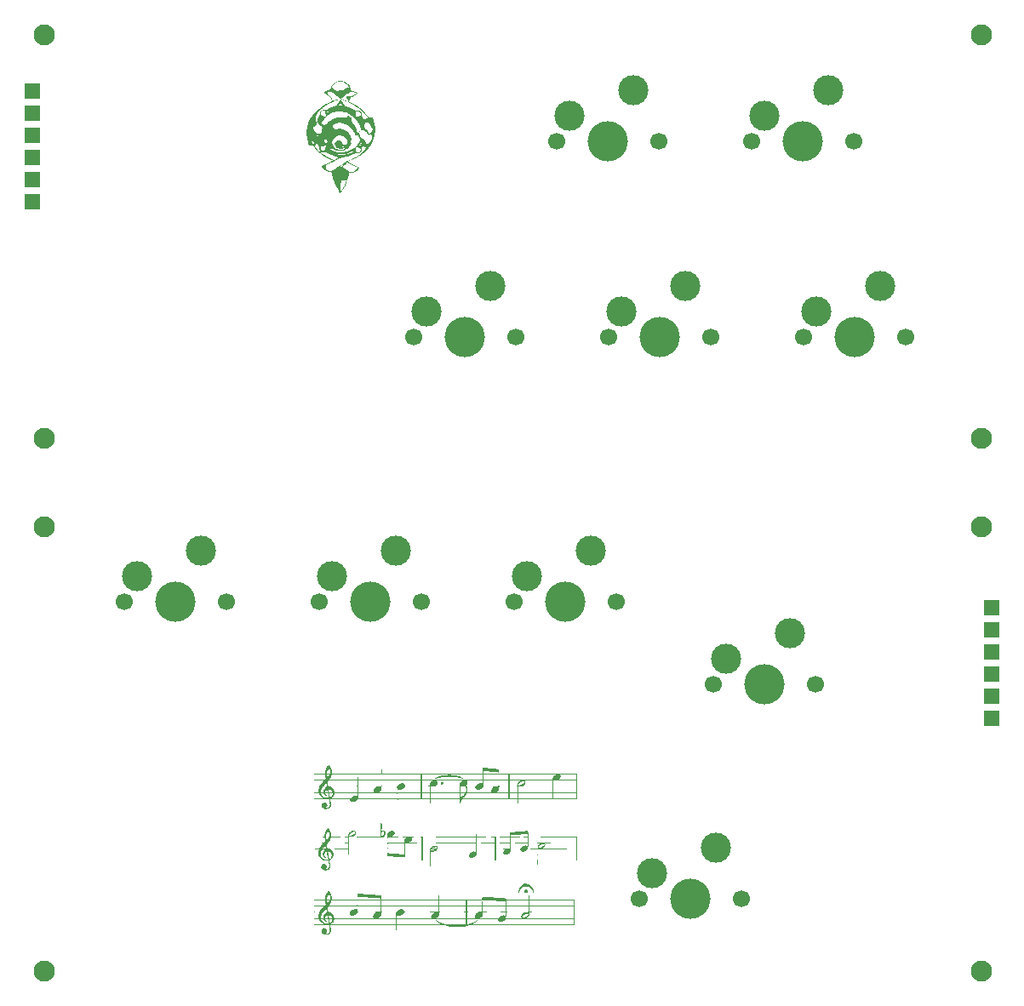
<source format=gbr>
%TF.GenerationSoftware,KiCad,Pcbnew,8.0.5*%
%TF.CreationDate,2024-10-06T16:45:38+11:00*%
%TF.ProjectId,TetrisKeyboard,54657472-6973-44b6-9579-626f6172642e,rev?*%
%TF.SameCoordinates,Original*%
%TF.FileFunction,Soldermask,Top*%
%TF.FilePolarity,Negative*%
%FSLAX46Y46*%
G04 Gerber Fmt 4.6, Leading zero omitted, Abs format (unit mm)*
G04 Created by KiCad (PCBNEW 8.0.5) date 2024-10-06 16:45:38*
%MOMM*%
%LPD*%
G01*
G04 APERTURE LIST*
G04 Aperture macros list*
%AMRoundRect*
0 Rectangle with rounded corners*
0 $1 Rounding radius*
0 $2 $3 $4 $5 $6 $7 $8 $9 X,Y pos of 4 corners*
0 Add a 4 corners polygon primitive as box body*
4,1,4,$2,$3,$4,$5,$6,$7,$8,$9,$2,$3,0*
0 Add four circle primitives for the rounded corners*
1,1,$1+$1,$2,$3*
1,1,$1+$1,$4,$5*
1,1,$1+$1,$6,$7*
1,1,$1+$1,$8,$9*
0 Add four rect primitives between the rounded corners*
20,1,$1+$1,$2,$3,$4,$5,0*
20,1,$1+$1,$4,$5,$6,$7,0*
20,1,$1+$1,$6,$7,$8,$9,0*
20,1,$1+$1,$8,$9,$2,$3,0*%
G04 Aperture macros list end*
%ADD10C,0.000000*%
%ADD11C,2.100000*%
%ADD12C,1.700000*%
%ADD13C,3.000000*%
%ADD14C,4.000000*%
%ADD15RoundRect,0.250000X-0.550000X-0.550000X0.550000X-0.550000X0.550000X0.550000X-0.550000X0.550000X0*%
G04 APERTURE END LIST*
D10*
%TO.C,G\u002A\u002A\u002A*%
G36*
X50329420Y-120400265D02*
G01*
X50355787Y-120424919D01*
X50394593Y-120472473D01*
X50435728Y-120540235D01*
X50475849Y-120621380D01*
X50511611Y-120709082D01*
X50539670Y-120796515D01*
X50541836Y-120804646D01*
X50556232Y-120873852D01*
X50568429Y-120959031D01*
X50576856Y-121048538D01*
X50578525Y-121076684D01*
X50586556Y-121238974D01*
X51841403Y-121238974D01*
X53096249Y-121238974D01*
X53096249Y-121142510D01*
X53167083Y-121142510D01*
X53168325Y-121190058D01*
X53171545Y-121220441D01*
X53171806Y-121221546D01*
X53179646Y-121252785D01*
X54291238Y-121252785D01*
X55402829Y-121252785D01*
X55402829Y-121191258D01*
X55401431Y-121153013D01*
X55393551Y-121133998D01*
X55373657Y-121125838D01*
X55357940Y-121123276D01*
X55319757Y-121118927D01*
X55256950Y-121113165D01*
X55172471Y-121106186D01*
X55069274Y-121098185D01*
X54950310Y-121089357D01*
X54818533Y-121079898D01*
X54676895Y-121070002D01*
X54528349Y-121059866D01*
X54375848Y-121049685D01*
X54222345Y-121039652D01*
X54070791Y-121029965D01*
X53924140Y-121020818D01*
X53785345Y-121012407D01*
X53657357Y-121004926D01*
X53543131Y-120998571D01*
X53445618Y-120993538D01*
X53367771Y-120990021D01*
X53317239Y-120988321D01*
X53172214Y-120984871D01*
X53168090Y-121087589D01*
X53167083Y-121142510D01*
X53096249Y-121142510D01*
X53096249Y-120955397D01*
X53096661Y-120854237D01*
X53098012Y-120777895D01*
X53100469Y-120723574D01*
X53104203Y-120688478D01*
X53109382Y-120669813D01*
X53113836Y-120665072D01*
X53131645Y-120664357D01*
X53174508Y-120665516D01*
X53239935Y-120668380D01*
X53325432Y-120672781D01*
X53428506Y-120678551D01*
X53546666Y-120685520D01*
X53677418Y-120693522D01*
X53818269Y-120702387D01*
X53966727Y-120711948D01*
X54120300Y-120722036D01*
X54276494Y-120732482D01*
X54432818Y-120743119D01*
X54586777Y-120753777D01*
X54735881Y-120764290D01*
X54877636Y-120774488D01*
X55009549Y-120784203D01*
X55129128Y-120793266D01*
X55233880Y-120801510D01*
X55321313Y-120808767D01*
X55388934Y-120814867D01*
X55434250Y-120819643D01*
X55454768Y-120822925D01*
X55455401Y-120823186D01*
X55467241Y-120830848D01*
X55475514Y-120842052D01*
X55480858Y-120861345D01*
X55483910Y-120893270D01*
X55485308Y-120942372D01*
X55485689Y-121013197D01*
X55485700Y-121039221D01*
X55485700Y-121239039D01*
X58334395Y-121235554D01*
X61183090Y-121232068D01*
X61189996Y-121024890D01*
X61193131Y-120943405D01*
X61196562Y-120885783D01*
X61200788Y-120848262D01*
X61206312Y-120827081D01*
X61213634Y-120818480D01*
X61217619Y-120817712D01*
X61225762Y-120821677D01*
X61231748Y-120836087D01*
X61236017Y-120864713D01*
X61239007Y-120911329D01*
X61241158Y-120979706D01*
X61242150Y-121028343D01*
X61245963Y-121238974D01*
X63379271Y-121238974D01*
X65512580Y-121238974D01*
X65518897Y-121207897D01*
X65523306Y-121178520D01*
X65528691Y-121131920D01*
X65533663Y-121080597D01*
X65538701Y-121031968D01*
X65543938Y-120995314D01*
X65548278Y-120978238D01*
X65548447Y-120978039D01*
X65561646Y-120975244D01*
X65594531Y-120974455D01*
X65648371Y-120975731D01*
X65724435Y-120979131D01*
X65823991Y-120984713D01*
X65948310Y-120992535D01*
X66098659Y-121002656D01*
X66127734Y-121004667D01*
X66211026Y-121010273D01*
X66296745Y-121015743D01*
X66375058Y-121020468D01*
X66436132Y-121023836D01*
X66438500Y-121023955D01*
X66540762Y-121029381D01*
X66654962Y-121035992D01*
X66778178Y-121043573D01*
X66907492Y-121051910D01*
X67039983Y-121060789D01*
X67172731Y-121069994D01*
X67302817Y-121079313D01*
X67427320Y-121088529D01*
X67543320Y-121097429D01*
X67647897Y-121105798D01*
X67738132Y-121113422D01*
X67811104Y-121120086D01*
X67863893Y-121125576D01*
X67893580Y-121129678D01*
X67898948Y-121131215D01*
X67910952Y-121154097D01*
X67916346Y-121189911D01*
X67916369Y-121192323D01*
X67916369Y-121238974D01*
X69027863Y-121238974D01*
X70139358Y-121238974D01*
X70143170Y-121028343D01*
X70146983Y-120817712D01*
X70181513Y-120817712D01*
X70216042Y-120817712D01*
X70219855Y-121028343D01*
X70223668Y-121238974D01*
X72467471Y-121238974D01*
X74711275Y-121238974D01*
X74718788Y-121270050D01*
X74719860Y-121288215D01*
X74720802Y-121331977D01*
X74721608Y-121399309D01*
X74722273Y-121488184D01*
X74722790Y-121596577D01*
X74723154Y-121722459D01*
X74723359Y-121863805D01*
X74723398Y-122018587D01*
X74723266Y-122184780D01*
X74722957Y-122360356D01*
X74722504Y-122530382D01*
X74718707Y-123759637D01*
X69504732Y-123766543D01*
X64290757Y-123773449D01*
X64207886Y-123805516D01*
X64081082Y-123847500D01*
X63931792Y-123884916D01*
X63764856Y-123917231D01*
X63585115Y-123943915D01*
X63397409Y-123964435D01*
X63206580Y-123978261D01*
X63017467Y-123984861D01*
X62834911Y-123983703D01*
X62667864Y-123974599D01*
X62543698Y-123961565D01*
X62406218Y-123942363D01*
X62262800Y-123918372D01*
X62120821Y-123890972D01*
X61987655Y-123861543D01*
X61870680Y-123831466D01*
X61816402Y-123815301D01*
X61677207Y-123771147D01*
X62382419Y-123771147D01*
X62384315Y-123779358D01*
X62391627Y-123780355D01*
X62402996Y-123775301D01*
X62400835Y-123771147D01*
X62387170Y-123769769D01*
X62449177Y-123769769D01*
X62471493Y-123775411D01*
X62519972Y-123781975D01*
X62594431Y-123789501D01*
X62694688Y-123798029D01*
X62798511Y-123805981D01*
X62818871Y-123805996D01*
X62863091Y-123805057D01*
X62927429Y-123803275D01*
X63008142Y-123800763D01*
X63101489Y-123797633D01*
X63203725Y-123793996D01*
X63226679Y-123793152D01*
X63329509Y-123788942D01*
X63423488Y-123784312D01*
X63505035Y-123779500D01*
X63570572Y-123774746D01*
X63616516Y-123770288D01*
X63639289Y-123766364D01*
X63640909Y-123765529D01*
X63630701Y-123762434D01*
X63594381Y-123759708D01*
X63533459Y-123757384D01*
X63449442Y-123755493D01*
X63343842Y-123754068D01*
X63218168Y-123753141D01*
X63073928Y-123752744D01*
X63040784Y-123752731D01*
X62874872Y-123753039D01*
X62736396Y-123753989D01*
X62625172Y-123755621D01*
X62541021Y-123757975D01*
X62483759Y-123761091D01*
X62453205Y-123765009D01*
X62449177Y-123769769D01*
X62387170Y-123769769D01*
X62384443Y-123769494D01*
X62382419Y-123771147D01*
X61677207Y-123771147D01*
X61662438Y-123766462D01*
X59359395Y-123769955D01*
X57056353Y-123773449D01*
X57054849Y-124056592D01*
X57053345Y-124339735D01*
X57018816Y-124339735D01*
X56984286Y-124339735D01*
X56980553Y-124053139D01*
X56976820Y-123766543D01*
X53703690Y-123766543D01*
X53343614Y-123766561D01*
X53010183Y-123766618D01*
X52702420Y-123766720D01*
X52419347Y-123766873D01*
X52159986Y-123767082D01*
X51923359Y-123767354D01*
X51708488Y-123767694D01*
X51514395Y-123768108D01*
X51340103Y-123768602D01*
X51184632Y-123769181D01*
X51047006Y-123769851D01*
X50926247Y-123770619D01*
X50821376Y-123771489D01*
X50731415Y-123772468D01*
X50655387Y-123773562D01*
X50592314Y-123774776D01*
X50541217Y-123776115D01*
X50501119Y-123777587D01*
X50471042Y-123779195D01*
X50450008Y-123780948D01*
X50437039Y-123782849D01*
X50431157Y-123784905D01*
X50430561Y-123785888D01*
X50432794Y-123806544D01*
X50438864Y-123848246D01*
X50447831Y-123904833D01*
X50458185Y-123966815D01*
X50480147Y-124131380D01*
X50485750Y-124274363D01*
X50474658Y-124396681D01*
X50446537Y-124499250D01*
X50401051Y-124582990D01*
X50337867Y-124648817D01*
X50256650Y-124697649D01*
X50181948Y-124724154D01*
X50103465Y-124743146D01*
X50039220Y-124751936D01*
X49978181Y-124751483D01*
X49930251Y-124746003D01*
X49818744Y-124718428D01*
X49724331Y-124671278D01*
X49656361Y-124613573D01*
X49601783Y-124543350D01*
X49570158Y-124472926D01*
X49558041Y-124393954D01*
X49557652Y-124374265D01*
X49568980Y-124281634D01*
X49600726Y-124202567D01*
X49649534Y-124139320D01*
X49712047Y-124094147D01*
X49784907Y-124069303D01*
X49864759Y-124067042D01*
X49948246Y-124089620D01*
X49967893Y-124098705D01*
X50041732Y-124146549D01*
X50091053Y-124205101D01*
X50117809Y-124277173D01*
X50123579Y-124322984D01*
X50124835Y-124374109D01*
X50119094Y-124411816D01*
X50103033Y-124449230D01*
X50082766Y-124484086D01*
X50043290Y-124538860D01*
X49998802Y-124576902D01*
X49968019Y-124594580D01*
X49899115Y-124629784D01*
X49993539Y-124633899D01*
X50102065Y-124628059D01*
X50193370Y-124600762D01*
X50266838Y-124552626D01*
X50321852Y-124484271D01*
X50357796Y-124396315D01*
X50374053Y-124289377D01*
X50374996Y-124250950D01*
X50373066Y-124203456D01*
X50368016Y-124141142D01*
X50360612Y-124069865D01*
X50351619Y-123995483D01*
X50341803Y-123923854D01*
X50331929Y-123860833D01*
X50322762Y-123812278D01*
X50315068Y-123784047D01*
X50313597Y-123781062D01*
X50298844Y-123777460D01*
X50259101Y-123774384D01*
X50193973Y-123771828D01*
X50103065Y-123769783D01*
X49985982Y-123768243D01*
X49842327Y-123767199D01*
X49671706Y-123766645D01*
X49545787Y-123766543D01*
X48786951Y-123766543D01*
X48786951Y-123725107D01*
X48786951Y-123683672D01*
X49136326Y-123683380D01*
X50437467Y-123683380D01*
X53690159Y-123687008D01*
X53988133Y-123687354D01*
X54278895Y-123687721D01*
X54561231Y-123688104D01*
X54833927Y-123688502D01*
X55095770Y-123688911D01*
X55345547Y-123689330D01*
X55582043Y-123689755D01*
X55804046Y-123690184D01*
X56010342Y-123690615D01*
X56199717Y-123691044D01*
X56370958Y-123691469D01*
X56522851Y-123691888D01*
X56654183Y-123692297D01*
X56763741Y-123692695D01*
X56850310Y-123693079D01*
X56912678Y-123693445D01*
X56949630Y-123693792D01*
X56960115Y-123694060D01*
X56966331Y-123689092D01*
X56970967Y-123669527D01*
X56974204Y-123632573D01*
X56976225Y-123575438D01*
X56977210Y-123495333D01*
X56977380Y-123428153D01*
X56977380Y-123420096D01*
X56977380Y-123158821D01*
X57046439Y-123158821D01*
X57046439Y-123420096D01*
X57046750Y-123515749D01*
X57048109Y-123587027D01*
X57051152Y-123637175D01*
X57056517Y-123669438D01*
X57064843Y-123687062D01*
X57076766Y-123693292D01*
X57092924Y-123691374D01*
X57099363Y-123689483D01*
X57115009Y-123688832D01*
X57156790Y-123688196D01*
X57223215Y-123687580D01*
X57312797Y-123686987D01*
X57424045Y-123686423D01*
X57555470Y-123685891D01*
X57705583Y-123685396D01*
X57872895Y-123684941D01*
X58055917Y-123684532D01*
X58253159Y-123684171D01*
X58463132Y-123683865D01*
X58684346Y-123683615D01*
X58915313Y-123683428D01*
X59154543Y-123683307D01*
X59295448Y-123683269D01*
X61473139Y-123682865D01*
X61362429Y-123624568D01*
X61289707Y-123583696D01*
X61215585Y-123537467D01*
X61142757Y-123488108D01*
X61073919Y-123437842D01*
X61011763Y-123388895D01*
X60958985Y-123343493D01*
X60918279Y-123303860D01*
X60892340Y-123272222D01*
X60883860Y-123250803D01*
X60895536Y-123241829D01*
X60898819Y-123241692D01*
X60915066Y-123250071D01*
X60945331Y-123272008D01*
X60982105Y-123301957D01*
X61050136Y-123351825D01*
X61139314Y-123404939D01*
X61244256Y-123459108D01*
X61359577Y-123512137D01*
X61479893Y-123561833D01*
X61599820Y-123606002D01*
X61713972Y-123642450D01*
X61816967Y-123668985D01*
X61903418Y-123683412D01*
X61922024Y-123684882D01*
X61946042Y-123685430D01*
X61995286Y-123685885D01*
X62067356Y-123686245D01*
X62159854Y-123686507D01*
X62270381Y-123686669D01*
X62396539Y-123686728D01*
X62535929Y-123686680D01*
X62686153Y-123686524D01*
X62844813Y-123686258D01*
X62954460Y-123686016D01*
X63924743Y-123683672D01*
X63924743Y-123421247D01*
X63924743Y-123158821D01*
X64035238Y-123158821D01*
X64035238Y-123420096D01*
X64035724Y-123517683D01*
X64037301Y-123590389D01*
X64040144Y-123640941D01*
X64044430Y-123672066D01*
X64050332Y-123686492D01*
X64052502Y-123687993D01*
X64065195Y-123690888D01*
X64083806Y-123690376D01*
X64112895Y-123685611D01*
X64157019Y-123675746D01*
X64220738Y-123659935D01*
X64265647Y-123648435D01*
X64406158Y-123607435D01*
X64546528Y-123557559D01*
X64681464Y-123501218D01*
X64805670Y-123440825D01*
X64913849Y-123378791D01*
X65000707Y-123317530D01*
X65011362Y-123308732D01*
X65065043Y-123266637D01*
X65102297Y-123244884D01*
X65122568Y-123243736D01*
X65126374Y-123254263D01*
X65116510Y-123268216D01*
X65090033Y-123295535D01*
X65051617Y-123331981D01*
X65005934Y-123373315D01*
X64957659Y-123415295D01*
X64911463Y-123453683D01*
X64876645Y-123480826D01*
X64844644Y-123502623D01*
X64795640Y-123533610D01*
X64736693Y-123569406D01*
X64683501Y-123600657D01*
X64539812Y-123683672D01*
X69546389Y-123683860D01*
X69916929Y-123683897D01*
X70280515Y-123683978D01*
X70636167Y-123684101D01*
X70982906Y-123684265D01*
X71319752Y-123684469D01*
X71645726Y-123684709D01*
X71959849Y-123684986D01*
X72261142Y-123685297D01*
X72548625Y-123685640D01*
X72821319Y-123686014D01*
X73078244Y-123686418D01*
X73318422Y-123686849D01*
X73540874Y-123687306D01*
X73744619Y-123687787D01*
X73928678Y-123688291D01*
X74092073Y-123688816D01*
X74233823Y-123689360D01*
X74352951Y-123689921D01*
X74448475Y-123690499D01*
X74519418Y-123691091D01*
X74564799Y-123691696D01*
X74583640Y-123692311D01*
X74584041Y-123692377D01*
X74615118Y-123700705D01*
X74615118Y-123429763D01*
X74614617Y-123346656D01*
X74613219Y-123273862D01*
X74611084Y-123215554D01*
X74608372Y-123175908D01*
X74605242Y-123159100D01*
X74604759Y-123158806D01*
X74590202Y-123158805D01*
X74549212Y-123158802D01*
X74482979Y-123158799D01*
X74392693Y-123158795D01*
X74279546Y-123158791D01*
X74144727Y-123158786D01*
X73989427Y-123158781D01*
X73814836Y-123158775D01*
X73622145Y-123158768D01*
X73412544Y-123158761D01*
X73187223Y-123158754D01*
X72947374Y-123158747D01*
X72694186Y-123158739D01*
X72428850Y-123158731D01*
X72152556Y-123158722D01*
X71866495Y-123158714D01*
X71571857Y-123158705D01*
X71269833Y-123158697D01*
X71234298Y-123158696D01*
X67874195Y-123158600D01*
X67790258Y-123248328D01*
X67704897Y-123327275D01*
X67616998Y-123381943D01*
X67520325Y-123415432D01*
X67425143Y-123429676D01*
X67364078Y-123433285D01*
X67320367Y-123431660D01*
X67284051Y-123423688D01*
X67249144Y-123410030D01*
X67183360Y-123374310D01*
X67141577Y-123333836D01*
X67120171Y-123283808D01*
X67115281Y-123232770D01*
X67115281Y-123158821D01*
X65575259Y-123158821D01*
X64035238Y-123158821D01*
X63924743Y-123158821D01*
X60485591Y-123158821D01*
X57046439Y-123158821D01*
X56977380Y-123158821D01*
X53906063Y-123158821D01*
X50834745Y-123158821D01*
X50810617Y-123245145D01*
X50792879Y-123301287D01*
X50772383Y-123355731D01*
X50758728Y-123386101D01*
X50724299Y-123439262D01*
X50673803Y-123499510D01*
X50614614Y-123559318D01*
X50554102Y-123611155D01*
X50506526Y-123643676D01*
X50437467Y-123683380D01*
X49136326Y-123683380D01*
X49301442Y-123683242D01*
X49815934Y-123682812D01*
X49705439Y-123625179D01*
X49588915Y-123550764D01*
X49483605Y-123456814D01*
X49395451Y-123349259D01*
X49345530Y-123265922D01*
X49305598Y-123187461D01*
X49519685Y-123187461D01*
X49526191Y-123219059D01*
X49549073Y-123268540D01*
X49561253Y-123292084D01*
X49632053Y-123398292D01*
X49723282Y-123487167D01*
X49832406Y-123556731D01*
X49956889Y-123605003D01*
X49964750Y-123607167D01*
X50035317Y-123620367D01*
X50116776Y-123626872D01*
X50195958Y-123626108D01*
X50250382Y-123619572D01*
X50280241Y-123610509D01*
X50288661Y-123595979D01*
X50285894Y-123581589D01*
X50280238Y-123556944D01*
X50271363Y-123511569D01*
X50260497Y-123451996D01*
X50249202Y-123386717D01*
X50237782Y-123319385D01*
X50227524Y-123259657D01*
X50219573Y-123214154D01*
X50215154Y-123189898D01*
X50211829Y-123178501D01*
X50324331Y-123178501D01*
X50326270Y-123189898D01*
X50331275Y-123218127D01*
X50338414Y-123264639D01*
X50346301Y-123320319D01*
X50347809Y-123331470D01*
X50362922Y-123431139D01*
X50378012Y-123503910D01*
X50393278Y-123550507D01*
X50408920Y-123571654D01*
X50414556Y-123573177D01*
X50433624Y-123563931D01*
X50465139Y-123539549D01*
X50502673Y-123505068D01*
X50507102Y-123500665D01*
X50551579Y-123451669D01*
X50581151Y-123405418D01*
X50603666Y-123348984D01*
X50608589Y-123333468D01*
X50623376Y-123279874D01*
X50633866Y-123231235D01*
X50637739Y-123198802D01*
X50637739Y-123158821D01*
X50478640Y-123158821D01*
X50410520Y-123158997D01*
X50365527Y-123160135D01*
X50339162Y-123163154D01*
X50326930Y-123168970D01*
X50324331Y-123178501D01*
X50211829Y-123178501D01*
X50211250Y-123176516D01*
X50202539Y-123167656D01*
X50184117Y-123162389D01*
X50151079Y-123159782D01*
X50098519Y-123158905D01*
X50051436Y-123158821D01*
X49893827Y-123158821D01*
X49906429Y-123203710D01*
X49926232Y-123241290D01*
X49964778Y-123287855D01*
X50017155Y-123338124D01*
X50073257Y-123383049D01*
X50095171Y-123400961D01*
X50095895Y-123413155D01*
X50079579Y-123427640D01*
X50041451Y-123441100D01*
X49993218Y-123434135D01*
X49939348Y-123409790D01*
X49884309Y-123371109D01*
X49832568Y-123321135D01*
X49788593Y-123262912D01*
X49761323Y-123210816D01*
X49744713Y-123177804D01*
X49729555Y-123158228D01*
X49726807Y-123156634D01*
X49706876Y-123154895D01*
X49667718Y-123154821D01*
X49617680Y-123156422D01*
X49615969Y-123156502D01*
X49562820Y-123160528D01*
X49531310Y-123169399D01*
X49519685Y-123187461D01*
X49305598Y-123187461D01*
X49291083Y-123158940D01*
X49039017Y-123158881D01*
X48786951Y-123158821D01*
X48786931Y-123120839D01*
X48786910Y-123082856D01*
X48997187Y-123087034D01*
X49072836Y-123088022D01*
X49140509Y-123087952D01*
X49194535Y-123086898D01*
X49229243Y-123084941D01*
X49237190Y-123083750D01*
X49251352Y-123078513D01*
X49254620Y-123074283D01*
X49505167Y-123074283D01*
X49556961Y-123080011D01*
X49607814Y-123083553D01*
X49660879Y-123084368D01*
X49664003Y-123084297D01*
X49719251Y-123082856D01*
X49721713Y-123057951D01*
X49899915Y-123057951D01*
X49907536Y-123069374D01*
X49916124Y-123074874D01*
X49941169Y-123081502D01*
X49984567Y-123086121D01*
X50037783Y-123088587D01*
X50092283Y-123088762D01*
X50139532Y-123086502D01*
X50170995Y-123081667D01*
X50176935Y-123079192D01*
X50184342Y-123065037D01*
X50183534Y-123034244D01*
X50174362Y-122982096D01*
X50173770Y-122979267D01*
X50163881Y-122927827D01*
X50156943Y-122883372D01*
X50154612Y-122858414D01*
X50147779Y-122835035D01*
X50264819Y-122835035D01*
X50267441Y-122869972D01*
X50274242Y-122918009D01*
X50283623Y-122970778D01*
X50293983Y-123019908D01*
X50303724Y-123057029D01*
X50310246Y-123072790D01*
X50328550Y-123079422D01*
X50366919Y-123084189D01*
X50418199Y-123087055D01*
X50475238Y-123087985D01*
X50530885Y-123086942D01*
X50577986Y-123083891D01*
X50609389Y-123078797D01*
X50618025Y-123074326D01*
X50618314Y-123051322D01*
X50604960Y-123014960D01*
X50582085Y-122973042D01*
X50553809Y-122933365D01*
X50530689Y-122909022D01*
X50484534Y-122875093D01*
X50432379Y-122846978D01*
X50379506Y-122826146D01*
X50331196Y-122814068D01*
X50292728Y-122812212D01*
X50269384Y-122822048D01*
X50264819Y-122835035D01*
X50147779Y-122835035D01*
X50147619Y-122834487D01*
X50125637Y-122828818D01*
X50086243Y-122841283D01*
X50060544Y-122853616D01*
X50000288Y-122893710D01*
X49952583Y-122948356D01*
X49921135Y-123002782D01*
X49904260Y-123038463D01*
X49899915Y-123057951D01*
X49721713Y-123057951D01*
X49728510Y-122989194D01*
X49747950Y-122894131D01*
X49785298Y-122798577D01*
X49836530Y-122709486D01*
X49897624Y-122633811D01*
X49964556Y-122578507D01*
X49967018Y-122576987D01*
X49980116Y-122569000D01*
X50513056Y-122569000D01*
X50518553Y-122573169D01*
X50520338Y-122574152D01*
X50613883Y-122638847D01*
X50694903Y-122724539D01*
X50759755Y-122826066D01*
X50804793Y-122938267D01*
X50818746Y-122996773D01*
X50835880Y-123089762D01*
X52778662Y-123089762D01*
X53008125Y-123089703D01*
X53229997Y-123089530D01*
X53442708Y-123089250D01*
X53644690Y-123088871D01*
X53834375Y-123088397D01*
X54010195Y-123087838D01*
X54170582Y-123087199D01*
X54313968Y-123086487D01*
X54438783Y-123085708D01*
X54543461Y-123084871D01*
X54626433Y-123083981D01*
X54686130Y-123083045D01*
X54720985Y-123082071D01*
X54728680Y-123081402D01*
X55233330Y-123081402D01*
X55248252Y-123082873D01*
X55288425Y-123084262D01*
X55351478Y-123085545D01*
X55435039Y-123086701D01*
X55536736Y-123087705D01*
X55654196Y-123088536D01*
X55785049Y-123089171D01*
X55926922Y-123089586D01*
X56077444Y-123089758D01*
X56103063Y-123089762D01*
X56286156Y-123089652D01*
X56443313Y-123089301D01*
X56576222Y-123088674D01*
X56686570Y-123087738D01*
X56776044Y-123086459D01*
X56846332Y-123084804D01*
X56899121Y-123082739D01*
X56936097Y-123080231D01*
X56958950Y-123077246D01*
X56969365Y-123073750D01*
X56970354Y-123072497D01*
X56972458Y-123053692D01*
X56974686Y-123011996D01*
X56976865Y-122952143D01*
X56977695Y-122921020D01*
X57046602Y-122921020D01*
X57047401Y-122976721D01*
X57049171Y-123026336D01*
X57051874Y-123063126D01*
X57055474Y-123080356D01*
X57055647Y-123080554D01*
X57070275Y-123081713D01*
X57110423Y-123082797D01*
X57174074Y-123083805D01*
X57259215Y-123084738D01*
X57363827Y-123085592D01*
X57485895Y-123086368D01*
X57623404Y-123087065D01*
X57774337Y-123087681D01*
X57936679Y-123088215D01*
X58108413Y-123088667D01*
X58287523Y-123089035D01*
X58471993Y-123089318D01*
X58659808Y-123089516D01*
X58848951Y-123089627D01*
X59037407Y-123089650D01*
X59223159Y-123089585D01*
X59404192Y-123089430D01*
X59578489Y-123089184D01*
X59744034Y-123088847D01*
X59898813Y-123088417D01*
X60040807Y-123087893D01*
X60168003Y-123087274D01*
X60278382Y-123086559D01*
X60369931Y-123085748D01*
X60440632Y-123084838D01*
X60488470Y-123083830D01*
X60511428Y-123082722D01*
X60513215Y-123082297D01*
X60511812Y-123079466D01*
X60996986Y-123079466D01*
X61010449Y-123080849D01*
X61049738Y-123082113D01*
X61113055Y-123083249D01*
X61198603Y-123084250D01*
X61304584Y-123085106D01*
X61429201Y-123085810D01*
X61570656Y-123086352D01*
X61727152Y-123086725D01*
X61896891Y-123086919D01*
X62078075Y-123086927D01*
X62268907Y-123086739D01*
X62457233Y-123086372D01*
X63917837Y-123082856D01*
X63921604Y-122821440D01*
X63921674Y-122811223D01*
X63922198Y-122734458D01*
X63921414Y-122660194D01*
X63919380Y-122602473D01*
X63916224Y-122565123D01*
X63912567Y-122552109D01*
X63898372Y-122551100D01*
X64035238Y-122551100D01*
X64035238Y-122811223D01*
X64035705Y-122893334D01*
X64037005Y-122965779D01*
X64038986Y-123024094D01*
X64041494Y-123063816D01*
X64044377Y-123080479D01*
X64044446Y-123080554D01*
X64060628Y-123083442D01*
X64099980Y-123085762D01*
X64158235Y-123087527D01*
X64231127Y-123088752D01*
X64314392Y-123089449D01*
X64403763Y-123089633D01*
X64494974Y-123089317D01*
X64583761Y-123088515D01*
X64665858Y-123087240D01*
X64736999Y-123085508D01*
X64792919Y-123083330D01*
X64829352Y-123080721D01*
X64841969Y-123077993D01*
X64841506Y-123071327D01*
X65357424Y-123071327D01*
X65363406Y-123077621D01*
X65380117Y-123079667D01*
X65422070Y-123081606D01*
X65486884Y-123083407D01*
X65572177Y-123085037D01*
X65675568Y-123086466D01*
X65794675Y-123087661D01*
X65927117Y-123088591D01*
X66070513Y-123089224D01*
X66222480Y-123089529D01*
X66262226Y-123089551D01*
X67142558Y-123089762D01*
X67908404Y-123089762D01*
X68692756Y-123089762D01*
X68837086Y-123089658D01*
X68972823Y-123089357D01*
X69097515Y-123088879D01*
X69208706Y-123088243D01*
X69303943Y-123087468D01*
X69380773Y-123086574D01*
X69436741Y-123085578D01*
X69469395Y-123084502D01*
X69477108Y-123083646D01*
X69470735Y-123069045D01*
X69469049Y-123065960D01*
X69962413Y-123065960D01*
X69974335Y-123075950D01*
X69990022Y-123077323D01*
X70031576Y-123078637D01*
X70097239Y-123079890D01*
X70185254Y-123081080D01*
X70293864Y-123082206D01*
X70421311Y-123083264D01*
X70565839Y-123084253D01*
X70725690Y-123085171D01*
X70899106Y-123086016D01*
X71084331Y-123086786D01*
X71279608Y-123087478D01*
X71483179Y-123088091D01*
X71693287Y-123088623D01*
X71908174Y-123089071D01*
X72126085Y-123089434D01*
X72345260Y-123089708D01*
X72563944Y-123089893D01*
X72780378Y-123089987D01*
X72992806Y-123089986D01*
X73199471Y-123089890D01*
X73398615Y-123089696D01*
X73588480Y-123089401D01*
X73767311Y-123089005D01*
X73933349Y-123088504D01*
X74084837Y-123087897D01*
X74220019Y-123087182D01*
X74337136Y-123086356D01*
X74434432Y-123085418D01*
X74510149Y-123084366D01*
X74562531Y-123083197D01*
X74589820Y-123081909D01*
X74593271Y-123081378D01*
X74601000Y-123075204D01*
X74606699Y-123061042D01*
X74610661Y-123035255D01*
X74613182Y-122994203D01*
X74614556Y-122934249D01*
X74615081Y-122851755D01*
X74615118Y-122812047D01*
X74615118Y-122551100D01*
X72420980Y-122551100D01*
X70226842Y-122551100D01*
X70219663Y-122666179D01*
X70210746Y-122746241D01*
X70195618Y-122813670D01*
X70185168Y-122842280D01*
X70164508Y-122876649D01*
X70131636Y-122918912D01*
X70091774Y-122963681D01*
X70050143Y-123005569D01*
X70011964Y-123039186D01*
X69982458Y-123059146D01*
X69971907Y-123062350D01*
X69962413Y-123065960D01*
X69469049Y-123065960D01*
X69454782Y-123039863D01*
X69447857Y-123027952D01*
X69429958Y-122989635D01*
X69423073Y-122948240D01*
X69423368Y-122937077D01*
X69504732Y-122937077D01*
X69517494Y-122980117D01*
X69551666Y-123013823D01*
X69573791Y-123024373D01*
X69602515Y-123027441D01*
X69645442Y-123019825D01*
X69706968Y-123000613D01*
X69732627Y-122991379D01*
X69801900Y-122960974D01*
X69880538Y-122918828D01*
X69959143Y-122870616D01*
X70028317Y-122822014D01*
X70068532Y-122788555D01*
X70103080Y-122753794D01*
X70120202Y-122727107D01*
X70124551Y-122699966D01*
X70123779Y-122687309D01*
X70108711Y-122645474D01*
X70073967Y-122622022D01*
X70020467Y-122616923D01*
X69949128Y-122630150D01*
X69860870Y-122661674D01*
X69782975Y-122697886D01*
X69699355Y-122744356D01*
X69626430Y-122793338D01*
X69567638Y-122841877D01*
X69526418Y-122887017D01*
X69506207Y-122925803D01*
X69504732Y-122937077D01*
X69423368Y-122937077D01*
X69424390Y-122898401D01*
X69442671Y-122809846D01*
X69484980Y-122729213D01*
X69552762Y-122654098D01*
X69590283Y-122622756D01*
X69673665Y-122558006D01*
X68799725Y-122554449D01*
X68647052Y-122553882D01*
X68502759Y-122553454D01*
X68369181Y-122553162D01*
X68248654Y-122553008D01*
X68143513Y-122552992D01*
X68056095Y-122553113D01*
X67988735Y-122553371D01*
X67943770Y-122553768D01*
X67923534Y-122554301D01*
X67922618Y-122554449D01*
X67921363Y-122568697D01*
X67919745Y-122606274D01*
X67917901Y-122662893D01*
X67915970Y-122734264D01*
X67914090Y-122816098D01*
X67913927Y-122823884D01*
X67908404Y-123089762D01*
X67142558Y-123089762D01*
X67176142Y-123036561D01*
X67231643Y-122969718D01*
X67306028Y-122910202D01*
X67392823Y-122860904D01*
X67485553Y-122824717D01*
X67577743Y-122804536D01*
X67662919Y-122803251D01*
X67688734Y-122807545D01*
X67735452Y-122819743D01*
X67775065Y-122833152D01*
X67787962Y-122838954D01*
X67812770Y-122850608D01*
X67829503Y-122851714D01*
X67839741Y-122838653D01*
X67845064Y-122807805D01*
X67847054Y-122755550D01*
X67847309Y-122703030D01*
X67847309Y-122551100D01*
X66721643Y-122551100D01*
X65595977Y-122551100D01*
X65595674Y-122665048D01*
X65592249Y-122743397D01*
X65581679Y-122802365D01*
X65569424Y-122836135D01*
X65530266Y-122901655D01*
X65475513Y-122967039D01*
X65414934Y-123021207D01*
X65393148Y-123036095D01*
X65363734Y-123057244D01*
X65357424Y-123071327D01*
X64841506Y-123071327D01*
X64840687Y-123059523D01*
X64828834Y-123027081D01*
X64822066Y-123012919D01*
X64798276Y-122938485D01*
X64801989Y-122862173D01*
X64821319Y-122806619D01*
X64874681Y-122716215D01*
X64944586Y-122642359D01*
X64997038Y-122602894D01*
X65073913Y-122551100D01*
X64554576Y-122551100D01*
X64035238Y-122551100D01*
X63898372Y-122551100D01*
X63897218Y-122551018D01*
X63856155Y-122550046D01*
X63791287Y-122549197D01*
X63704524Y-122548477D01*
X63597775Y-122547894D01*
X63472950Y-122547454D01*
X63331957Y-122547161D01*
X63176706Y-122547023D01*
X63009108Y-122547046D01*
X62831070Y-122547235D01*
X62644503Y-122547597D01*
X62570805Y-122547784D01*
X61241845Y-122551375D01*
X61248297Y-122629180D01*
X61245432Y-122741317D01*
X61217794Y-122842184D01*
X61166005Y-122930428D01*
X61090691Y-123004694D01*
X61067885Y-123021172D01*
X61030820Y-123047849D01*
X61005137Y-123069244D01*
X60996986Y-123079466D01*
X60511812Y-123079466D01*
X60505786Y-123067305D01*
X60487529Y-123040151D01*
X60483765Y-123034999D01*
X60463774Y-122997003D01*
X60455563Y-122948247D01*
X60454993Y-122919691D01*
X60466492Y-122835772D01*
X60500527Y-122758272D01*
X60558775Y-122684431D01*
X60642343Y-122611924D01*
X60723130Y-122551100D01*
X59237927Y-122551100D01*
X57752725Y-122551100D01*
X57722299Y-122595988D01*
X57655573Y-122672244D01*
X57566823Y-122739087D01*
X57461045Y-122792864D01*
X57443996Y-122799586D01*
X57369005Y-122819577D01*
X57286526Y-122827812D01*
X57206124Y-122824289D01*
X57137366Y-122809003D01*
X57115499Y-122799713D01*
X57081004Y-122782905D01*
X57057907Y-122773112D01*
X57053896Y-122772089D01*
X57050423Y-122784766D01*
X57048075Y-122818305D01*
X57046815Y-122865968D01*
X57046602Y-122921020D01*
X56977695Y-122921020D01*
X56978820Y-122878864D01*
X56980280Y-122803152D01*
X56984286Y-122551072D01*
X56228087Y-122551086D01*
X55471888Y-122551100D01*
X55471888Y-122665789D01*
X55470301Y-122730088D01*
X55464234Y-122777170D01*
X55451734Y-122817327D01*
X55437110Y-122848796D01*
X55405353Y-122906230D01*
X55373453Y-122949630D01*
X55332925Y-122989050D01*
X55289326Y-123023917D01*
X55256391Y-123051330D01*
X55236394Y-123072491D01*
X55233330Y-123081402D01*
X54728680Y-123081402D01*
X54729911Y-123081295D01*
X54728145Y-123065900D01*
X54712978Y-123038708D01*
X54708495Y-123032408D01*
X54685143Y-122979614D01*
X54679140Y-122913119D01*
X54690331Y-122840594D01*
X54713581Y-122779264D01*
X54752261Y-122720456D01*
X54807211Y-122660088D01*
X54869204Y-122607236D01*
X54921946Y-122574303D01*
X54929933Y-122569711D01*
X54932580Y-122565783D01*
X54928004Y-122562467D01*
X54914320Y-122559711D01*
X54889646Y-122557461D01*
X54852098Y-122555666D01*
X54799793Y-122554273D01*
X54730849Y-122553229D01*
X54643380Y-122552481D01*
X54535505Y-122551978D01*
X54405340Y-122551665D01*
X54251002Y-122551491D01*
X54102788Y-122551414D01*
X53949575Y-122551228D01*
X53803710Y-122550798D01*
X53667681Y-122550149D01*
X53543979Y-122549304D01*
X53435091Y-122548287D01*
X53343509Y-122547121D01*
X53271720Y-122545831D01*
X53222215Y-122544441D01*
X53197482Y-122542973D01*
X53196097Y-122542755D01*
X53175665Y-122539314D01*
X53159394Y-122541022D01*
X53142452Y-122551451D01*
X53120011Y-122574174D01*
X53087238Y-122612765D01*
X53064935Y-122639775D01*
X52988756Y-122712134D01*
X52894336Y-122770137D01*
X52788690Y-122810627D01*
X52678829Y-122830445D01*
X52638254Y-122831905D01*
X52545282Y-122821876D01*
X52472422Y-122793158D01*
X52419880Y-122745912D01*
X52387865Y-122680300D01*
X52378362Y-122629946D01*
X52371127Y-122558006D01*
X51425015Y-122555051D01*
X51240235Y-122554511D01*
X51081269Y-122554152D01*
X50946305Y-122554014D01*
X50833534Y-122554135D01*
X50741145Y-122554552D01*
X50667328Y-122555305D01*
X50610272Y-122556431D01*
X50568167Y-122557969D01*
X50539204Y-122559956D01*
X50521571Y-122562432D01*
X50513458Y-122565434D01*
X50513056Y-122569000D01*
X49980116Y-122569000D01*
X50009300Y-122551203D01*
X49835662Y-122551151D01*
X49662024Y-122551100D01*
X49605359Y-122651236D01*
X49550879Y-122762019D01*
X49518241Y-122865290D01*
X49505499Y-122967583D01*
X49505167Y-122987846D01*
X49505167Y-123074283D01*
X49254620Y-123074283D01*
X49259670Y-123067747D01*
X49263176Y-123045748D01*
X49262900Y-123006811D01*
X49261986Y-122987846D01*
X49260416Y-122955266D01*
X49262088Y-122825019D01*
X49276459Y-122730654D01*
X49288593Y-122674818D01*
X49299416Y-122624862D01*
X49306738Y-122590910D01*
X49307129Y-122589082D01*
X49315254Y-122551100D01*
X49051102Y-122551100D01*
X48786951Y-122551100D01*
X48786937Y-122513117D01*
X48786922Y-122475135D01*
X49057612Y-122479162D01*
X49160262Y-122480143D01*
X49237943Y-122479558D01*
X49293275Y-122477288D01*
X49328875Y-122473219D01*
X49347361Y-122467233D01*
X49348753Y-122466218D01*
X49351146Y-122463310D01*
X49745719Y-122463310D01*
X49746104Y-122466982D01*
X49764426Y-122474017D01*
X49807873Y-122478971D01*
X49874009Y-122481631D01*
X49920338Y-122482040D01*
X49989973Y-122481846D01*
X50036590Y-122480684D01*
X50064793Y-122477685D01*
X50079187Y-122471979D01*
X50084378Y-122462698D01*
X50084989Y-122450964D01*
X50082593Y-122419539D01*
X50076638Y-122373410D01*
X50068395Y-122320030D01*
X50059136Y-122266852D01*
X50050132Y-122221330D01*
X50042656Y-122190914D01*
X50039229Y-122182787D01*
X50024571Y-122186257D01*
X49995615Y-122206162D01*
X49956565Y-122238427D01*
X49911625Y-122278975D01*
X49865000Y-122323731D01*
X49820892Y-122368619D01*
X49783507Y-122409562D01*
X49757048Y-122442484D01*
X49745719Y-122463310D01*
X49351146Y-122463310D01*
X49366752Y-122444347D01*
X49389541Y-122407799D01*
X49401241Y-122386022D01*
X49446038Y-122310584D01*
X49509638Y-122222548D01*
X49588868Y-122126052D01*
X49642996Y-122066122D01*
X50140326Y-122066122D01*
X50169510Y-122249910D01*
X50181267Y-122319878D01*
X50192803Y-122381391D01*
X50202927Y-122428550D01*
X50210446Y-122455453D01*
X50211525Y-122457870D01*
X50215140Y-122462318D01*
X50222153Y-122466186D01*
X50234381Y-122469515D01*
X50253639Y-122472344D01*
X50281746Y-122474715D01*
X50320517Y-122476667D01*
X50371769Y-122478240D01*
X50437320Y-122479475D01*
X50518986Y-122480412D01*
X50618584Y-122481091D01*
X50737930Y-122481553D01*
X50878842Y-122481838D01*
X51043136Y-122481986D01*
X51232628Y-122482038D01*
X51301986Y-122482040D01*
X52379618Y-122482040D01*
X52411410Y-122448360D01*
X53160775Y-122448360D01*
X53161324Y-122471796D01*
X53162709Y-122474837D01*
X53177341Y-122475938D01*
X53217517Y-122476903D01*
X53281161Y-122477725D01*
X53366194Y-122478398D01*
X53470537Y-122478913D01*
X53592113Y-122479264D01*
X53728843Y-122479445D01*
X53878650Y-122479446D01*
X54039455Y-122479263D01*
X54209179Y-122478887D01*
X54282999Y-122478669D01*
X55395923Y-122475135D01*
X55399668Y-122202350D01*
X55399921Y-122183956D01*
X55403413Y-121929566D01*
X55471888Y-121929566D01*
X55471888Y-122183956D01*
X55472328Y-122266224D01*
X55473549Y-122339837D01*
X55475406Y-122399980D01*
X55477753Y-122441835D01*
X55480272Y-122460193D01*
X55484285Y-122464951D01*
X55493794Y-122468972D01*
X55510927Y-122472318D01*
X55537811Y-122475048D01*
X55576574Y-122477224D01*
X55629344Y-122478907D01*
X55698248Y-122480155D01*
X55785415Y-122481032D01*
X55892972Y-122481596D01*
X56023046Y-122481909D01*
X56177766Y-122482031D01*
X56246965Y-122482040D01*
X57005274Y-122482040D01*
X57029310Y-122450985D01*
X57102717Y-122370170D01*
X57188035Y-122298957D01*
X57273725Y-122246509D01*
X57330868Y-122220987D01*
X57382063Y-122205726D01*
X57440335Y-122197482D01*
X57481900Y-122194669D01*
X57544011Y-122192655D01*
X57588218Y-122195270D01*
X57624040Y-122203812D01*
X57659614Y-122218912D01*
X57722880Y-122262404D01*
X57762452Y-122320044D01*
X57778175Y-122391590D01*
X57778468Y-122403989D01*
X57780422Y-122444189D01*
X57788638Y-122464986D01*
X57806644Y-122474465D01*
X57809544Y-122475206D01*
X57827089Y-122476131D01*
X57870535Y-122476961D01*
X57938158Y-122477694D01*
X58028236Y-122478324D01*
X58139045Y-122478849D01*
X58268864Y-122479265D01*
X58415968Y-122479568D01*
X58578635Y-122479753D01*
X58755142Y-122479819D01*
X58943766Y-122479759D01*
X59142784Y-122479572D01*
X59350474Y-122479252D01*
X59511855Y-122478922D01*
X61183090Y-122475135D01*
X61186835Y-122202350D01*
X61186915Y-122196527D01*
X61190580Y-121929566D01*
X58331234Y-121929566D01*
X55471888Y-121929566D01*
X55403413Y-121929566D01*
X54285460Y-121929566D01*
X53167507Y-121929566D01*
X53171590Y-122142935D01*
X53172373Y-122221822D01*
X53171782Y-122295349D01*
X53169964Y-122357039D01*
X53167065Y-122400409D01*
X53165508Y-122411888D01*
X53160775Y-122448360D01*
X52411410Y-122448360D01*
X52475588Y-122380372D01*
X52524563Y-122330354D01*
X52564795Y-122295453D01*
X52605131Y-122269482D01*
X52654415Y-122246256D01*
X52685426Y-122233640D01*
X52794252Y-122199126D01*
X52890815Y-122187317D01*
X52978350Y-122198052D01*
X53030643Y-122216463D01*
X53096249Y-122245686D01*
X53096249Y-122087626D01*
X53096249Y-121929566D01*
X51677081Y-121929573D01*
X50257913Y-121929580D01*
X50199119Y-121997851D01*
X50140326Y-122066122D01*
X49642996Y-122066122D01*
X49666977Y-122039571D01*
X49770462Y-121929566D01*
X49278706Y-121929566D01*
X48786951Y-121929566D01*
X48786951Y-121929429D01*
X61245243Y-121929429D01*
X61245243Y-122196527D01*
X61245698Y-122279765D01*
X61246967Y-122353377D01*
X61248901Y-122412963D01*
X61251356Y-122454121D01*
X61254183Y-122472453D01*
X61254451Y-122472833D01*
X61269285Y-122474150D01*
X61309830Y-122475411D01*
X61374173Y-122476602D01*
X61460402Y-122477711D01*
X61566602Y-122478723D01*
X61690863Y-122479626D01*
X61831270Y-122480405D01*
X61985911Y-122481049D01*
X62152874Y-122481543D01*
X62330245Y-122481875D01*
X62516111Y-122482030D01*
X62578698Y-122482040D01*
X62803438Y-122481988D01*
X63002091Y-122481818D01*
X63176190Y-122481506D01*
X63327272Y-122481032D01*
X63456871Y-122480374D01*
X63566523Y-122479509D01*
X63657764Y-122478415D01*
X63732128Y-122477070D01*
X63791152Y-122475453D01*
X63836369Y-122473541D01*
X63869316Y-122471313D01*
X63891528Y-122468746D01*
X63904540Y-122465818D01*
X63909558Y-122462977D01*
X63915840Y-122443161D01*
X63920002Y-122400538D01*
X63922105Y-122333734D01*
X63922210Y-122241376D01*
X63921682Y-122196477D01*
X63921608Y-122190193D01*
X63917837Y-121936472D01*
X62581540Y-121932951D01*
X61245243Y-121929429D01*
X48786951Y-121929429D01*
X48786951Y-121929328D01*
X64035238Y-121929328D01*
X64035238Y-122196477D01*
X64035699Y-122279733D01*
X64036983Y-122353372D01*
X64038943Y-122412993D01*
X64041429Y-122454192D01*
X64044293Y-122472567D01*
X64044564Y-122472951D01*
X64059760Y-122474654D01*
X64100009Y-122476127D01*
X64162744Y-122477348D01*
X64245395Y-122478299D01*
X64345393Y-122478959D01*
X64460170Y-122479310D01*
X64587157Y-122479331D01*
X64723785Y-122479003D01*
X64793857Y-122478706D01*
X65533824Y-122475135D01*
X65533824Y-122205803D01*
X65533824Y-122197746D01*
X65533824Y-121936472D01*
X64784531Y-121932900D01*
X64085163Y-121929566D01*
X65595977Y-121929566D01*
X65595977Y-122197746D01*
X65596449Y-122296771D01*
X65597979Y-122370890D01*
X65600736Y-122422805D01*
X65604890Y-122455220D01*
X65610610Y-122470838D01*
X65613242Y-122472936D01*
X65629448Y-122474000D01*
X65671167Y-122474955D01*
X65736288Y-122475794D01*
X65822700Y-122476508D01*
X65928293Y-122477087D01*
X66050957Y-122477524D01*
X66188580Y-122477809D01*
X66339052Y-122477934D01*
X66500262Y-122477891D01*
X66670099Y-122477670D01*
X66735455Y-122477540D01*
X67840403Y-122475135D01*
X67844148Y-122202350D01*
X67844228Y-122196514D01*
X67847893Y-121929566D01*
X66721935Y-121929566D01*
X65595977Y-121929566D01*
X64085163Y-121929566D01*
X64050971Y-121929403D01*
X67916369Y-121929403D01*
X67916369Y-122196514D01*
X67916824Y-122279754D01*
X67918092Y-122353368D01*
X67920027Y-122412956D01*
X67922481Y-122454117D01*
X67925309Y-122472452D01*
X67925577Y-122472833D01*
X67940509Y-122474274D01*
X67980964Y-122475647D01*
X68044840Y-122476933D01*
X68130037Y-122478114D01*
X68234453Y-122479173D01*
X68355988Y-122480093D01*
X68492540Y-122480856D01*
X68642009Y-122481445D01*
X68802292Y-122481841D01*
X68971290Y-122482028D01*
X69028834Y-122482040D01*
X69232892Y-122481976D01*
X69411010Y-122481764D01*
X69564870Y-122481375D01*
X69696155Y-122480780D01*
X69806547Y-122479950D01*
X69897728Y-122478857D01*
X69971383Y-122477471D01*
X70029193Y-122475764D01*
X70072842Y-122473707D01*
X70104011Y-122471271D01*
X70124383Y-122468426D01*
X70135642Y-122465145D01*
X70138704Y-122462977D01*
X70144986Y-122443161D01*
X70149148Y-122400538D01*
X70151251Y-122333734D01*
X70151356Y-122241376D01*
X70150829Y-122196595D01*
X70150754Y-122190193D01*
X70146983Y-121936472D01*
X69031676Y-121932938D01*
X67967796Y-121929566D01*
X70222948Y-121929566D01*
X70222948Y-122196595D01*
X70223404Y-122279823D01*
X70224672Y-122353423D01*
X70226608Y-122412996D01*
X70229063Y-122454141D01*
X70231891Y-122472456D01*
X70232156Y-122472833D01*
X70246761Y-122473858D01*
X70287513Y-122474852D01*
X70352932Y-122475807D01*
X70441541Y-122476718D01*
X70551863Y-122477578D01*
X70682420Y-122478382D01*
X70831733Y-122479122D01*
X70998325Y-122479793D01*
X71180719Y-122480389D01*
X71377436Y-122480903D01*
X71586999Y-122481329D01*
X71807929Y-122481661D01*
X72038749Y-122481893D01*
X72277982Y-122482019D01*
X72428241Y-122482040D01*
X74615118Y-122482040D01*
X74615118Y-122205803D01*
X74615118Y-121929566D01*
X72419033Y-121929566D01*
X70222948Y-121929566D01*
X67967796Y-121929566D01*
X67916369Y-121929403D01*
X64050971Y-121929403D01*
X64035238Y-121929328D01*
X48786951Y-121929328D01*
X48786953Y-121891584D01*
X48786955Y-121860745D01*
X64035238Y-121860745D01*
X64050971Y-121860670D01*
X67916369Y-121860670D01*
X69031676Y-121857136D01*
X70146983Y-121853601D01*
X70146983Y-121591176D01*
X70146983Y-121581968D01*
X70146983Y-121328751D01*
X69031676Y-121325216D01*
X67968112Y-121321845D01*
X70222948Y-121321845D01*
X70222948Y-121581968D01*
X70223416Y-121664079D01*
X70224716Y-121736524D01*
X70226697Y-121794839D01*
X70229205Y-121834561D01*
X70232088Y-121851224D01*
X70232156Y-121851299D01*
X70246761Y-121852325D01*
X70287513Y-121853318D01*
X70352932Y-121854274D01*
X70441541Y-121855185D01*
X70551863Y-121856045D01*
X70682420Y-121856848D01*
X70831733Y-121857589D01*
X70998325Y-121858260D01*
X71180719Y-121858856D01*
X71377436Y-121859370D01*
X71586999Y-121859796D01*
X71807929Y-121860128D01*
X72038749Y-121860360D01*
X72277982Y-121860485D01*
X72428241Y-121860507D01*
X74615118Y-121860507D01*
X74615118Y-121591176D01*
X74615118Y-121321845D01*
X72419033Y-121321845D01*
X70222948Y-121321845D01*
X67968112Y-121321845D01*
X67916369Y-121321681D01*
X67916369Y-121591176D01*
X67916369Y-121860670D01*
X64050971Y-121860670D01*
X64784531Y-121857173D01*
X65533824Y-121853601D01*
X65537575Y-121587723D01*
X65537656Y-121581968D01*
X65595977Y-121581968D01*
X65596449Y-121664086D01*
X65597760Y-121736544D01*
X65599759Y-121794878D01*
X65602289Y-121834620D01*
X65605198Y-121851305D01*
X65605266Y-121851380D01*
X65620202Y-121852780D01*
X65660677Y-121854029D01*
X65724611Y-121855118D01*
X65809919Y-121856036D01*
X65914518Y-121856772D01*
X66036327Y-121857315D01*
X66173261Y-121857655D01*
X66323237Y-121857781D01*
X66484174Y-121857682D01*
X66653988Y-121857348D01*
X66727479Y-121857135D01*
X67840403Y-121853601D01*
X67840403Y-121651001D01*
X67839996Y-121591176D01*
X67839913Y-121578988D01*
X67838563Y-121517198D01*
X67836537Y-121470700D01*
X67834017Y-121444565D01*
X67832823Y-121440846D01*
X67817435Y-121437645D01*
X67778957Y-121432973D01*
X67721860Y-121427194D01*
X67650618Y-121420671D01*
X67569703Y-121413769D01*
X67483587Y-121406852D01*
X67396741Y-121400284D01*
X67313640Y-121394429D01*
X67238754Y-121389652D01*
X67176557Y-121386316D01*
X67149811Y-121385241D01*
X67100033Y-121382956D01*
X67030936Y-121378915D01*
X66950729Y-121373637D01*
X66867624Y-121367643D01*
X66845950Y-121365984D01*
X66610867Y-121348979D01*
X66398263Y-121336274D01*
X66203362Y-121327651D01*
X66021392Y-121322893D01*
X65875667Y-121321723D01*
X65595977Y-121321845D01*
X65595977Y-121581968D01*
X65537656Y-121581968D01*
X65541326Y-121321845D01*
X64788282Y-121321845D01*
X64035238Y-121321845D01*
X64035238Y-121591295D01*
X64035238Y-121860745D01*
X48786955Y-121860745D01*
X48786956Y-121853601D01*
X49324714Y-121853601D01*
X49862471Y-121853601D01*
X49863414Y-121852703D01*
X50320066Y-121852703D01*
X50333570Y-121853775D01*
X50372851Y-121854736D01*
X50436061Y-121855579D01*
X50521355Y-121856300D01*
X50626885Y-121856891D01*
X50750804Y-121857348D01*
X50891266Y-121857664D01*
X51046424Y-121857833D01*
X51214430Y-121857850D01*
X51393439Y-121857708D01*
X51581603Y-121857402D01*
X51704705Y-121857120D01*
X53089343Y-121853601D01*
X53092308Y-121643471D01*
X53167404Y-121643471D01*
X53167495Y-121715533D01*
X53168472Y-121774425D01*
X53170262Y-121814838D01*
X53172012Y-121829512D01*
X53179688Y-121860671D01*
X53188152Y-121860644D01*
X61245243Y-121860644D01*
X62581540Y-121857123D01*
X63917837Y-121853601D01*
X63921538Y-121591295D01*
X63921588Y-121587723D01*
X63925339Y-121321845D01*
X62585291Y-121321845D01*
X61245243Y-121321845D01*
X61245243Y-121591245D01*
X61245243Y-121860644D01*
X53188152Y-121860644D01*
X54287805Y-121857136D01*
X55395923Y-121853601D01*
X55399674Y-121587641D01*
X55399858Y-121574602D01*
X55403424Y-121321845D01*
X55471888Y-121321845D01*
X55471888Y-121574602D01*
X55472586Y-121676349D01*
X55474758Y-121752409D01*
X55478522Y-121804684D01*
X55483995Y-121835075D01*
X55488495Y-121843966D01*
X55496384Y-121845979D01*
X55516444Y-121847820D01*
X55549565Y-121849494D01*
X55596637Y-121851003D01*
X55658552Y-121852353D01*
X55736200Y-121853548D01*
X55830471Y-121854591D01*
X55942255Y-121855486D01*
X56072445Y-121856238D01*
X56221929Y-121856852D01*
X56391598Y-121857330D01*
X56582344Y-121857676D01*
X56795056Y-121857897D01*
X57030625Y-121857994D01*
X57289942Y-121857972D01*
X57573897Y-121857836D01*
X57883381Y-121857589D01*
X58219284Y-121857236D01*
X58344096Y-121857087D01*
X61183090Y-121853601D01*
X61186791Y-121591245D01*
X61186841Y-121587723D01*
X61190592Y-121321845D01*
X58331240Y-121321845D01*
X55471888Y-121321845D01*
X55403424Y-121321845D01*
X55403426Y-121321681D01*
X54287820Y-121325216D01*
X53172214Y-121328751D01*
X53168275Y-121563552D01*
X53167404Y-121643471D01*
X53092308Y-121643471D01*
X53093094Y-121587723D01*
X53096846Y-121321845D01*
X51826120Y-121321845D01*
X50555394Y-121321845D01*
X50547292Y-121359827D01*
X50522990Y-121446372D01*
X50485999Y-121544680D01*
X50440692Y-121644792D01*
X50391443Y-121736751D01*
X50359666Y-121787030D01*
X50336998Y-121821519D01*
X50322668Y-121846087D01*
X50320066Y-121852703D01*
X49863414Y-121852703D01*
X49905997Y-121812166D01*
X49937855Y-121779910D01*
X49957125Y-121751905D01*
X49965513Y-121720710D01*
X49964723Y-121678889D01*
X49956461Y-121619002D01*
X49953895Y-121603187D01*
X49944581Y-121539957D01*
X49937498Y-121479717D01*
X49933832Y-121432976D01*
X49933576Y-121423110D01*
X49934064Y-121398330D01*
X49934129Y-121377936D01*
X49931332Y-121361504D01*
X49923234Y-121348609D01*
X49907395Y-121338826D01*
X49881377Y-121331732D01*
X49842740Y-121326901D01*
X49789045Y-121323909D01*
X49717853Y-121322332D01*
X49642377Y-121321845D01*
X50057641Y-121321845D01*
X50057793Y-121428887D01*
X50059026Y-121488990D01*
X50062123Y-121545704D01*
X50066427Y-121587222D01*
X50066674Y-121588754D01*
X50075402Y-121641580D01*
X50150154Y-121568036D01*
X50197120Y-121519364D01*
X50245079Y-121465757D01*
X50279392Y-121424158D01*
X50307646Y-121385352D01*
X50327340Y-121353845D01*
X50333878Y-121337834D01*
X50322477Y-121329624D01*
X50287249Y-121324420D01*
X50226657Y-121322043D01*
X50195760Y-121321845D01*
X50057641Y-121321845D01*
X49642377Y-121321845D01*
X49626724Y-121321744D01*
X49513220Y-121321722D01*
X49374901Y-121321841D01*
X49351759Y-121321845D01*
X48786951Y-121321845D01*
X48786951Y-121280409D01*
X48786951Y-121238974D01*
X49344720Y-121238974D01*
X49902489Y-121238974D01*
X49910817Y-121207897D01*
X49913114Y-121193008D01*
X50051789Y-121193008D01*
X50052551Y-121228344D01*
X50060295Y-121241150D01*
X50080853Y-121245607D01*
X50122521Y-121248613D01*
X50178810Y-121249855D01*
X50230131Y-121249365D01*
X50381904Y-121245880D01*
X50402452Y-121204444D01*
X50415158Y-121161078D01*
X50422349Y-121099098D01*
X50424120Y-121026940D01*
X50420565Y-120953038D01*
X50411780Y-120885826D01*
X50398282Y-120834819D01*
X50378514Y-120793804D01*
X50356731Y-120763341D01*
X50346612Y-120754982D01*
X50311465Y-120750785D01*
X50269304Y-120767849D01*
X50226137Y-120803076D01*
X50204902Y-120828056D01*
X50169369Y-120882073D01*
X50135506Y-120945484D01*
X50105065Y-121013286D01*
X50079798Y-121080476D01*
X50061455Y-121142051D01*
X50051789Y-121193008D01*
X49913114Y-121193008D01*
X49915749Y-121175922D01*
X49918835Y-121129942D01*
X49919334Y-121105523D01*
X49927676Y-121000695D01*
X49950320Y-120884965D01*
X49984456Y-120768030D01*
X50027276Y-120659586D01*
X50073648Y-120572933D01*
X50134524Y-120494963D01*
X50206001Y-120431870D01*
X50259627Y-120399758D01*
X50288323Y-120387349D01*
X50308231Y-120386640D01*
X50329420Y-120400265D01*
G37*
G36*
X69936916Y-120228221D02*
G01*
X69974346Y-120241284D01*
X70014895Y-120273804D01*
X70048787Y-120321742D01*
X70068841Y-120373637D01*
X70071444Y-120396262D01*
X70060434Y-120446037D01*
X70032190Y-120497274D01*
X69993894Y-120538513D01*
X69974346Y-120551241D01*
X69913033Y-120567593D01*
X69849464Y-120558384D01*
X69807809Y-120537419D01*
X69757278Y-120490894D01*
X69731280Y-120434036D01*
X69726351Y-120387766D01*
X69738599Y-120329998D01*
X69771818Y-120281594D01*
X69819969Y-120246118D01*
X69877014Y-120227138D01*
X69936916Y-120228221D01*
G37*
G36*
X69980998Y-119664090D02*
G01*
X70109775Y-119689198D01*
X70200038Y-119723135D01*
X70278472Y-119767970D01*
X70359339Y-119828085D01*
X70434832Y-119896639D01*
X70497143Y-119966794D01*
X70526175Y-120008832D01*
X70563571Y-120079091D01*
X70596046Y-120154955D01*
X70622961Y-120232761D01*
X70643676Y-120308848D01*
X70657554Y-120379553D01*
X70663954Y-120441215D01*
X70662239Y-120490170D01*
X70651768Y-120522758D01*
X70631903Y-120535316D01*
X70617580Y-120532688D01*
X70605277Y-120517345D01*
X70587306Y-120481956D01*
X70566630Y-120432713D01*
X70555649Y-120403281D01*
X70499747Y-120274342D01*
X70431693Y-120168965D01*
X70349151Y-120084889D01*
X70249782Y-120019856D01*
X70131249Y-119971605D01*
X70099345Y-119962175D01*
X69966487Y-119938860D01*
X69828212Y-119939180D01*
X69691759Y-119962407D01*
X69564367Y-120007818D01*
X69543808Y-120017857D01*
X69449017Y-120081573D01*
X69366043Y-120169511D01*
X69295781Y-120280522D01*
X69241869Y-120405609D01*
X69223799Y-120456930D01*
X69209871Y-120496906D01*
X69202172Y-120519524D01*
X69201297Y-120522431D01*
X69190657Y-120528367D01*
X69181589Y-120532082D01*
X69157359Y-120529169D01*
X69145105Y-120519432D01*
X69134201Y-120487896D01*
X69133628Y-120436593D01*
X69142069Y-120370805D01*
X69158204Y-120295810D01*
X69180716Y-120216890D01*
X69208287Y-120139326D01*
X69239599Y-120068397D01*
X69271862Y-120011590D01*
X69325309Y-119943419D01*
X69394811Y-119872610D01*
X69472188Y-119806367D01*
X69549257Y-119751895D01*
X69596805Y-119725495D01*
X69717949Y-119682264D01*
X69848201Y-119661788D01*
X69980998Y-119664090D01*
G37*
G36*
X55524889Y-113649264D02*
G01*
X55536988Y-113662673D01*
X55545492Y-113687367D01*
X55550822Y-113726152D01*
X55553399Y-113781832D01*
X55553643Y-113857215D01*
X55551976Y-113955104D01*
X55549495Y-114053524D01*
X55540042Y-114403336D01*
X55577870Y-114378550D01*
X55609653Y-114364093D01*
X55654282Y-114356238D01*
X55718836Y-114353768D01*
X55722234Y-114353764D01*
X55778616Y-114354797D01*
X55815435Y-114359159D01*
X55840717Y-114368747D01*
X55862486Y-114385456D01*
X55864568Y-114387394D01*
X55901062Y-114440016D01*
X55921702Y-114513107D01*
X55925794Y-114604041D01*
X55925143Y-114615970D01*
X55912180Y-114695708D01*
X55882076Y-114773953D01*
X55832073Y-114857060D01*
X55803764Y-114895880D01*
X55748549Y-114968392D01*
X55905136Y-114968392D01*
X56061722Y-114968392D01*
X56070902Y-114848974D01*
X56088888Y-114738685D01*
X56125760Y-114646049D01*
X56183579Y-114568182D01*
X56264405Y-114502203D01*
X56354143Y-114452649D01*
X56428105Y-114425680D01*
X56511389Y-114407728D01*
X56593749Y-114400205D01*
X56664941Y-114404524D01*
X56680131Y-114407704D01*
X56728902Y-114431322D01*
X56775847Y-114472744D01*
X56812216Y-114523028D01*
X56826236Y-114556958D01*
X56832360Y-114630063D01*
X56815248Y-114707425D01*
X56777587Y-114783761D01*
X56722066Y-114853787D01*
X56651373Y-114912220D01*
X56642663Y-114917789D01*
X56572369Y-114961486D01*
X60734595Y-114964961D01*
X61150409Y-114965289D01*
X61539389Y-114965551D01*
X61902325Y-114965746D01*
X62240005Y-114965872D01*
X62553220Y-114965924D01*
X62842758Y-114965902D01*
X63109409Y-114965802D01*
X63353963Y-114965621D01*
X63577209Y-114965358D01*
X63779936Y-114965009D01*
X63962934Y-114964572D01*
X64126992Y-114964044D01*
X64272900Y-114963422D01*
X64401448Y-114962705D01*
X64513424Y-114961889D01*
X64609618Y-114960971D01*
X64690819Y-114959950D01*
X64757818Y-114958822D01*
X64811404Y-114957585D01*
X64852365Y-114956237D01*
X64881491Y-114954774D01*
X64899573Y-114953194D01*
X64907399Y-114951495D01*
X64907797Y-114951150D01*
X64912927Y-114929947D01*
X64916833Y-114888930D01*
X64918849Y-114835902D01*
X64918985Y-114819914D01*
X64919636Y-114763834D01*
X64922224Y-114729894D01*
X64928089Y-114712618D01*
X64938566Y-114706530D01*
X64946820Y-114705967D01*
X64959659Y-114707948D01*
X64967762Y-114717308D01*
X64972208Y-114739171D01*
X64974075Y-114778661D01*
X64974444Y-114837179D01*
X64974444Y-114968392D01*
X66645678Y-114968392D01*
X68316912Y-114968392D01*
X68316912Y-114920712D01*
X68384486Y-114920712D01*
X68385662Y-114932214D01*
X68391613Y-114941700D01*
X68404357Y-114949350D01*
X68425909Y-114955345D01*
X68458285Y-114959864D01*
X68503502Y-114963087D01*
X68563577Y-114965196D01*
X68640526Y-114966369D01*
X68736366Y-114966788D01*
X68853112Y-114966632D01*
X68992781Y-114966082D01*
X69157389Y-114965318D01*
X69217745Y-114965048D01*
X70036488Y-114961486D01*
X70040535Y-114845369D01*
X70041164Y-114791031D01*
X70039311Y-114747574D01*
X70035367Y-114722140D01*
X70033629Y-114718878D01*
X70027721Y-114716498D01*
X70014619Y-114715244D01*
X69992104Y-114715276D01*
X69957955Y-114716751D01*
X69909954Y-114719829D01*
X69845880Y-114724668D01*
X69763514Y-114731426D01*
X69660635Y-114740263D01*
X69535024Y-114751337D01*
X69384461Y-114764806D01*
X69359707Y-114767032D01*
X69272346Y-114774581D01*
X69165943Y-114783288D01*
X69049022Y-114792483D01*
X68930105Y-114801499D01*
X68817714Y-114809667D01*
X68800327Y-114810891D01*
X68684009Y-114819143D01*
X68592277Y-114826129D01*
X68522159Y-114832426D01*
X68470678Y-114838614D01*
X68434861Y-114845270D01*
X68411733Y-114852973D01*
X68398319Y-114862299D01*
X68391645Y-114873828D01*
X68388735Y-114888137D01*
X68388395Y-114890939D01*
X68386069Y-114907013D01*
X68384486Y-114920712D01*
X68316912Y-114920712D01*
X68316912Y-114768935D01*
X68317999Y-114676186D01*
X68321277Y-114610585D01*
X68326776Y-114571741D01*
X68332616Y-114559773D01*
X68345350Y-114556748D01*
X68376322Y-114552481D01*
X68426496Y-114546884D01*
X68496833Y-114539873D01*
X68588297Y-114531360D01*
X68701848Y-114521260D01*
X68838450Y-114509487D01*
X68999066Y-114495954D01*
X69184656Y-114480575D01*
X69396184Y-114463265D01*
X69553073Y-114450529D01*
X69692956Y-114439263D01*
X69807691Y-114430174D01*
X69899654Y-114423105D01*
X69971222Y-114417902D01*
X70024771Y-114414407D01*
X70062678Y-114412465D01*
X70087320Y-114411921D01*
X70101073Y-114412618D01*
X70106176Y-114414244D01*
X70108097Y-114429350D01*
X70109779Y-114467798D01*
X70111129Y-114525309D01*
X70112050Y-114597603D01*
X70112445Y-114680400D01*
X70112453Y-114694419D01*
X70112453Y-114968315D01*
X72560605Y-114971807D01*
X75008756Y-114975298D01*
X75008756Y-116176929D01*
X75008756Y-117378560D01*
X73065106Y-117382061D01*
X71121457Y-117385562D01*
X71117635Y-117589239D01*
X71113813Y-117792916D01*
X71075830Y-117797286D01*
X71037848Y-117801657D01*
X71037848Y-117593544D01*
X71037848Y-117385431D01*
X65723737Y-117388901D01*
X60409626Y-117392372D01*
X60405887Y-117672062D01*
X60404501Y-117766607D01*
X60402965Y-117837061D01*
X60400890Y-117886956D01*
X60397887Y-117919823D01*
X60393568Y-117939193D01*
X60387543Y-117948599D01*
X60379424Y-117951572D01*
X60375096Y-117951752D01*
X60365935Y-117950489D01*
X60359038Y-117944344D01*
X60354018Y-117929785D01*
X60350485Y-117903282D01*
X60348050Y-117861302D01*
X60346325Y-117800315D01*
X60344921Y-117716787D01*
X60344306Y-117672062D01*
X60340567Y-117392372D01*
X55349213Y-117388900D01*
X50357860Y-117385428D01*
X50365747Y-117437242D01*
X50371725Y-117474762D01*
X50380786Y-117529617D01*
X50391289Y-117591926D01*
X50394951Y-117613362D01*
X50409095Y-117720826D01*
X50415348Y-117827463D01*
X50413698Y-117926031D01*
X50404133Y-118009289D01*
X50395677Y-118045319D01*
X50356599Y-118134512D01*
X50298051Y-118212145D01*
X50224998Y-118272996D01*
X50142410Y-118311842D01*
X50142137Y-118311924D01*
X50088473Y-118322848D01*
X50018510Y-118329938D01*
X49943367Y-118332736D01*
X49874160Y-118330786D01*
X49827348Y-118324854D01*
X49730951Y-118291467D01*
X49648720Y-118236593D01*
X49584267Y-118163261D01*
X49546300Y-118089062D01*
X49529073Y-118038856D01*
X49521883Y-118000726D01*
X49523455Y-117961547D01*
X49530023Y-117921393D01*
X49558378Y-117832863D01*
X49606510Y-117761404D01*
X49662150Y-117715826D01*
X49700054Y-117699428D01*
X49750434Y-117691165D01*
X49803502Y-117689379D01*
X49858740Y-117690768D01*
X49896791Y-117696815D01*
X49928022Y-117710229D01*
X49957053Y-117729521D01*
X50016578Y-117788420D01*
X50054353Y-117860160D01*
X50068888Y-117939221D01*
X50058692Y-118020085D01*
X50045310Y-118056318D01*
X50019429Y-118098415D01*
X49982929Y-118140098D01*
X49942802Y-118174933D01*
X49906042Y-118196486D01*
X49888752Y-118200366D01*
X49866213Y-118204387D01*
X49866235Y-118213840D01*
X49885381Y-118224811D01*
X49917336Y-118232944D01*
X49967793Y-118233576D01*
X50032006Y-118224242D01*
X50098981Y-118207240D01*
X50157722Y-118184871D01*
X50165414Y-118181056D01*
X50207959Y-118152715D01*
X50242336Y-118113143D01*
X50274544Y-118055077D01*
X50281063Y-118041025D01*
X50295699Y-118004521D01*
X50304772Y-117968066D01*
X50309371Y-117923702D01*
X50310585Y-117863469D01*
X50310296Y-117827446D01*
X50307887Y-117757974D01*
X50302958Y-117690618D01*
X50296351Y-117635340D01*
X50292229Y-117613362D01*
X50281473Y-117565635D01*
X50272731Y-117523667D01*
X50270123Y-117509645D01*
X50261943Y-117469658D01*
X50253163Y-117433680D01*
X50242117Y-117392372D01*
X49514534Y-117388797D01*
X48786951Y-117385222D01*
X48786951Y-117350815D01*
X48786951Y-117316407D01*
X50371031Y-117316407D01*
X54938295Y-117316407D01*
X59505559Y-117316407D01*
X59615444Y-117316407D01*
X59981763Y-117316407D01*
X60348082Y-117316407D01*
X60402110Y-117316407D01*
X63593258Y-117316407D01*
X66784406Y-117316407D01*
X66894291Y-117316407D01*
X68964072Y-117316407D01*
X71033853Y-117316407D01*
X71042658Y-117223177D01*
X71050354Y-117056026D01*
X71107320Y-117056026D01*
X71107693Y-117128243D01*
X71109038Y-117194125D01*
X71111352Y-117247131D01*
X71114635Y-117280716D01*
X71115612Y-117285330D01*
X71123941Y-117316407D01*
X73014859Y-117316407D01*
X74905776Y-117316407D01*
X74902019Y-117057435D01*
X74898261Y-116798462D01*
X73011226Y-116794960D01*
X71124191Y-116791459D01*
X71115549Y-116834670D01*
X71112031Y-116866796D01*
X71109488Y-116918760D01*
X71107917Y-116984017D01*
X71107320Y-117056026D01*
X71050354Y-117056026D01*
X71051144Y-117038863D01*
X71042786Y-116876454D01*
X71033913Y-116791557D01*
X68964102Y-116791557D01*
X66894291Y-116791557D01*
X66894291Y-117053982D01*
X66894291Y-117316407D01*
X66784406Y-117316407D01*
X66780648Y-117057435D01*
X66780598Y-117053982D01*
X66776891Y-116798462D01*
X65863221Y-116794911D01*
X64949552Y-116791360D01*
X64899425Y-116861134D01*
X64834790Y-116931496D01*
X64752934Y-116990841D01*
X64660333Y-117036481D01*
X64563464Y-117065732D01*
X64468805Y-117075904D01*
X64399321Y-117068569D01*
X64320560Y-117038213D01*
X64270440Y-117001394D01*
X64237046Y-116968746D01*
X64219687Y-116940667D01*
X64212558Y-116904808D01*
X64210778Y-116874428D01*
X64207728Y-116798462D01*
X62308677Y-116798462D01*
X60409626Y-116798462D01*
X60405868Y-117057435D01*
X60402110Y-117316407D01*
X60348082Y-117316407D01*
X60344324Y-117057435D01*
X60340567Y-116798462D01*
X59978005Y-116794780D01*
X59615444Y-116791098D01*
X59615444Y-117053752D01*
X59615444Y-117316407D01*
X59505559Y-117316407D01*
X59501801Y-117057435D01*
X59501748Y-117053752D01*
X59498043Y-116798462D01*
X58676238Y-116798462D01*
X57854433Y-116798462D01*
X57850462Y-116926222D01*
X57846490Y-117053982D01*
X57795214Y-117053742D01*
X57757767Y-117052176D01*
X57702836Y-117048215D01*
X57640378Y-117042609D01*
X57619631Y-117040507D01*
X57557608Y-117034516D01*
X57477823Y-117027522D01*
X57390075Y-117020350D01*
X57304165Y-117013826D01*
X57295053Y-117013170D01*
X57195505Y-117005855D01*
X57082201Y-116997168D01*
X56952621Y-116986906D01*
X56804247Y-116974865D01*
X56634558Y-116960841D01*
X56441035Y-116944632D01*
X56343391Y-116936392D01*
X56262158Y-116929199D01*
X56190385Y-116922229D01*
X56132628Y-116915975D01*
X56093446Y-116910928D01*
X56077512Y-116907661D01*
X56070040Y-116890448D01*
X56066020Y-116856665D01*
X56065798Y-116845989D01*
X56065798Y-116791557D01*
X53408160Y-116791557D01*
X50750523Y-116791557D01*
X50735673Y-116860798D01*
X50696582Y-116979212D01*
X50633379Y-117089432D01*
X50549351Y-117186783D01*
X50452591Y-117263502D01*
X50371031Y-117316407D01*
X48786951Y-117316407D01*
X49273818Y-117316039D01*
X49760686Y-117315671D01*
X49677815Y-117271150D01*
X49632557Y-117242390D01*
X49576385Y-117200215D01*
X49517570Y-117151085D01*
X49479704Y-117116444D01*
X49422083Y-117059103D01*
X49380143Y-117010822D01*
X49347813Y-116963632D01*
X49319021Y-116909566D01*
X49313962Y-116898948D01*
X49278046Y-116822633D01*
X49491366Y-116822633D01*
X49500695Y-116868856D01*
X49525852Y-116926810D01*
X49562635Y-116989205D01*
X49606839Y-117048750D01*
X49645784Y-117090439D01*
X49737809Y-117164306D01*
X49835107Y-117215771D01*
X49943103Y-117246885D01*
X50067217Y-117259701D01*
X50094693Y-117260251D01*
X50151208Y-117260006D01*
X50186039Y-117257311D01*
X50205101Y-117250900D01*
X50214307Y-117239507D01*
X50216262Y-117234215D01*
X50218496Y-117203456D01*
X50212987Y-117162404D01*
X50211160Y-117154797D01*
X50202756Y-117117563D01*
X50191866Y-117062525D01*
X50180331Y-116999162D01*
X50175528Y-116971111D01*
X50163647Y-116898066D01*
X50153996Y-116847803D01*
X50147148Y-116829072D01*
X50264564Y-116829072D01*
X50266887Y-116857368D01*
X50273398Y-116905975D01*
X50283099Y-116968070D01*
X50294970Y-117036717D01*
X50310131Y-117115134D01*
X50324021Y-117168127D01*
X50339146Y-117197634D01*
X50358011Y-117205597D01*
X50383122Y-117193954D01*
X50416983Y-117164645D01*
X50436028Y-117145925D01*
X50494744Y-117068951D01*
X50535926Y-116975819D01*
X50556325Y-116874015D01*
X50556838Y-116867515D01*
X50561774Y-116798462D01*
X50413296Y-116794542D01*
X50264819Y-116790622D01*
X50264564Y-116829072D01*
X50147148Y-116829072D01*
X50142449Y-116816217D01*
X50124877Y-116799208D01*
X50097153Y-116792674D01*
X50055150Y-116792513D01*
X49997860Y-116794538D01*
X49934446Y-116796604D01*
X49893483Y-116799416D01*
X49869806Y-116804289D01*
X49858247Y-116812543D01*
X49853642Y-116825494D01*
X49852691Y-116831562D01*
X49855106Y-116852781D01*
X49870190Y-116878862D01*
X49901112Y-116914195D01*
X49940290Y-116952943D01*
X49990498Y-117004652D01*
X50017864Y-117042313D01*
X50022719Y-117066917D01*
X50005391Y-117079455D01*
X49983009Y-117081605D01*
X49942841Y-117076488D01*
X49913622Y-117068176D01*
X49870494Y-117043346D01*
X49823180Y-117003460D01*
X49779694Y-116956664D01*
X49748050Y-116911106D01*
X49738927Y-116890583D01*
X49720028Y-116841998D01*
X49696937Y-116812317D01*
X49662773Y-116797086D01*
X49610651Y-116791852D01*
X49585897Y-116791557D01*
X49535987Y-116792199D01*
X49507641Y-116795455D01*
X49494809Y-116803311D01*
X49491439Y-116817759D01*
X49491366Y-116822633D01*
X49278046Y-116822633D01*
X49263459Y-116791638D01*
X49025205Y-116791597D01*
X48938921Y-116791436D01*
X48876433Y-116790691D01*
X48833912Y-116788926D01*
X48807533Y-116785699D01*
X48793465Y-116780573D01*
X48787883Y-116773109D01*
X48786951Y-116764267D01*
X48788358Y-116754218D01*
X48795170Y-116746890D01*
X48811272Y-116741758D01*
X48840551Y-116738299D01*
X48854801Y-116737589D01*
X49474103Y-116737589D01*
X49494534Y-116736768D01*
X59615444Y-116736768D01*
X59640940Y-116736509D01*
X64974444Y-116736509D01*
X65025174Y-116736309D01*
X66894291Y-116736309D01*
X67287929Y-116736309D01*
X67388966Y-116735961D01*
X67480376Y-116734977D01*
X67558702Y-116733449D01*
X67620484Y-116731467D01*
X67662264Y-116729123D01*
X67680584Y-116726508D01*
X67681066Y-116726014D01*
X68137606Y-116726014D01*
X68151084Y-116727399D01*
X68190382Y-116728666D01*
X68253700Y-116729804D01*
X68339236Y-116730806D01*
X68445187Y-116731663D01*
X68569751Y-116732366D01*
X68711127Y-116732907D01*
X68867512Y-116733278D01*
X69037105Y-116733469D01*
X69218103Y-116733472D01*
X69408705Y-116733278D01*
X69591056Y-116732919D01*
X71044754Y-116729403D01*
X71044754Y-116610039D01*
X71109133Y-116610039D01*
X71109886Y-116666842D01*
X71111360Y-116704871D01*
X71113059Y-116718608D01*
X71118468Y-116721184D01*
X71133416Y-116723493D01*
X71159115Y-116725544D01*
X71196771Y-116727346D01*
X71247595Y-116728909D01*
X71312796Y-116730241D01*
X71393582Y-116731351D01*
X71491163Y-116732249D01*
X71606747Y-116732944D01*
X71741544Y-116733444D01*
X71896762Y-116733760D01*
X72073611Y-116733900D01*
X72273299Y-116733873D01*
X72497035Y-116733688D01*
X72746029Y-116733355D01*
X73009075Y-116732905D01*
X74898261Y-116729403D01*
X74902019Y-116470382D01*
X74905777Y-116211361D01*
X73009795Y-116214863D01*
X71113813Y-116218365D01*
X71110021Y-116459587D01*
X71109159Y-116539331D01*
X71109133Y-116610039D01*
X71044754Y-116610039D01*
X71044754Y-116473884D01*
X71044754Y-116218365D01*
X70559957Y-116214737D01*
X70075160Y-116211110D01*
X70021294Y-116282524D01*
X69985521Y-116324475D01*
X69948189Y-116359782D01*
X69923783Y-116376979D01*
X69882948Y-116399796D01*
X69846747Y-116421897D01*
X69800376Y-116444696D01*
X69738491Y-116465508D01*
X69673168Y-116480950D01*
X69616483Y-116487639D01*
X69611930Y-116487696D01*
X69520099Y-116477754D01*
X69443363Y-116448827D01*
X69393439Y-116410907D01*
X69364709Y-116375965D01*
X69349336Y-116339329D01*
X69341926Y-116288118D01*
X69341905Y-116287867D01*
X69335569Y-116211459D01*
X68862104Y-116211459D01*
X68388638Y-116211459D01*
X68383852Y-116339218D01*
X68380901Y-116400876D01*
X68375909Y-116443853D01*
X68366354Y-116477088D01*
X68349714Y-116509519D01*
X68325002Y-116547792D01*
X68279131Y-116605759D01*
X68226985Y-116655484D01*
X68204396Y-116672098D01*
X68168358Y-116697296D01*
X68144093Y-116717403D01*
X68137606Y-116726014D01*
X67681066Y-116726014D01*
X67681128Y-116725950D01*
X67673264Y-116708001D01*
X67660128Y-116688394D01*
X67629018Y-116625612D01*
X67621326Y-116554577D01*
X67636174Y-116480179D01*
X67672682Y-116407308D01*
X67721082Y-116349247D01*
X67764102Y-116308961D01*
X67807862Y-116270583D01*
X67833498Y-116249760D01*
X67881839Y-116212756D01*
X67388065Y-116212107D01*
X66894291Y-116211459D01*
X66894291Y-116473884D01*
X66894291Y-116736309D01*
X65025174Y-116736309D01*
X65875667Y-116732956D01*
X66776891Y-116729403D01*
X66780598Y-116473884D01*
X66780648Y-116470431D01*
X66784406Y-116211459D01*
X65879425Y-116211459D01*
X64974444Y-116211459D01*
X64974444Y-116473984D01*
X64974444Y-116736509D01*
X59640940Y-116736509D01*
X59978005Y-116733085D01*
X60340567Y-116729403D01*
X60343524Y-116525609D01*
X60402622Y-116525609D01*
X60402922Y-116579688D01*
X60404138Y-116633794D01*
X60406182Y-116681034D01*
X60408965Y-116714516D01*
X60411928Y-116727101D01*
X60426589Y-116728198D01*
X60467290Y-116729257D01*
X60532450Y-116730272D01*
X60620485Y-116731234D01*
X60729813Y-116732136D01*
X60858850Y-116732971D01*
X61006014Y-116733730D01*
X61169723Y-116734406D01*
X61348393Y-116734992D01*
X61540442Y-116735481D01*
X61744286Y-116735863D01*
X61958343Y-116736132D01*
X62181031Y-116736281D01*
X62330649Y-116736309D01*
X64240162Y-116736309D01*
X64269442Y-116688933D01*
X64328289Y-116617308D01*
X64412215Y-116552881D01*
X64496503Y-116506719D01*
X64553517Y-116481374D01*
X64600031Y-116467196D01*
X64649228Y-116461132D01*
X64698022Y-116460072D01*
X64767277Y-116462965D01*
X64818027Y-116472643D01*
X64852278Y-116486910D01*
X64885300Y-116501777D01*
X64907424Y-116506548D01*
X64910774Y-116505326D01*
X64914278Y-116488805D01*
X64915369Y-116473984D01*
X64917069Y-116450877D01*
X64918800Y-116397753D01*
X64919196Y-116354181D01*
X64919196Y-116211459D01*
X63007508Y-116211459D01*
X61095820Y-116211459D01*
X61015148Y-116295643D01*
X60969083Y-116340409D01*
X60921307Y-116381528D01*
X60881085Y-116411109D01*
X60875969Y-116414243D01*
X60787171Y-116455119D01*
X60692211Y-116479197D01*
X60598336Y-116485659D01*
X60512794Y-116473684D01*
X60473724Y-116459769D01*
X60437447Y-116443774D01*
X60413159Y-116433940D01*
X60408118Y-116432448D01*
X60405131Y-116445097D01*
X60403329Y-116478448D01*
X60402622Y-116525609D01*
X60343524Y-116525609D01*
X60344324Y-116470431D01*
X60346879Y-116294330D01*
X60430344Y-116294330D01*
X60442330Y-116329614D01*
X60471723Y-116360081D01*
X60508676Y-116376417D01*
X60517958Y-116377201D01*
X60548934Y-116372767D01*
X60593785Y-116361378D01*
X60625311Y-116351402D01*
X60690988Y-116325972D01*
X60758874Y-116295022D01*
X60819618Y-116263139D01*
X60863866Y-116234904D01*
X60865417Y-116233717D01*
X60874044Y-116225456D01*
X60872761Y-116219618D01*
X60858103Y-116215775D01*
X60826602Y-116213498D01*
X60774792Y-116212356D01*
X60699207Y-116211921D01*
X60689316Y-116211898D01*
X60609343Y-116212026D01*
X60552248Y-116213181D01*
X60513291Y-116215921D01*
X60487729Y-116220804D01*
X60470821Y-116228385D01*
X60457967Y-116239082D01*
X60437274Y-116269150D01*
X60430344Y-116294330D01*
X60346879Y-116294330D01*
X60348082Y-116211459D01*
X59981763Y-116211459D01*
X59615444Y-116211459D01*
X59615444Y-116474113D01*
X59615444Y-116736768D01*
X49494534Y-116736768D01*
X49500556Y-116736526D01*
X57847527Y-116736526D01*
X58672785Y-116732965D01*
X59498043Y-116729403D01*
X59501748Y-116474113D01*
X59501801Y-116470431D01*
X59505559Y-116211459D01*
X58676543Y-116211459D01*
X57847527Y-116211459D01*
X57847527Y-116473993D01*
X57847527Y-116736526D01*
X49500556Y-116736526D01*
X49575959Y-116733496D01*
X49677815Y-116729403D01*
X49678547Y-116722054D01*
X49850463Y-116722054D01*
X49863751Y-116728959D01*
X49901638Y-116733746D01*
X49961159Y-116736110D01*
X49988582Y-116736309D01*
X50051274Y-116736031D01*
X50091338Y-116734440D01*
X50113771Y-116730404D01*
X50123567Y-116722790D01*
X50125721Y-116710464D01*
X50125609Y-116705232D01*
X50122713Y-116676091D01*
X50116189Y-116629939D01*
X50107730Y-116578419D01*
X50094229Y-116518695D01*
X50089526Y-116507734D01*
X50209571Y-116507734D01*
X50212619Y-116549140D01*
X50220394Y-116604936D01*
X50230843Y-116662730D01*
X50241913Y-116710132D01*
X50244581Y-116719044D01*
X50257029Y-116727568D01*
X50289679Y-116733055D01*
X50345292Y-116735821D01*
X50395598Y-116736309D01*
X50460391Y-116735972D01*
X50502443Y-116734338D01*
X50526637Y-116730470D01*
X50537852Y-116723433D01*
X50540969Y-116712289D01*
X50541056Y-116708411D01*
X50532217Y-116675434D01*
X50509312Y-116631735D01*
X50477754Y-116586173D01*
X50442958Y-116547610D01*
X50442573Y-116547253D01*
X50400280Y-116516721D01*
X50346164Y-116488752D01*
X50291371Y-116468314D01*
X50247554Y-116460375D01*
X50221856Y-116463290D01*
X50211412Y-116478113D01*
X50209571Y-116507734D01*
X50089526Y-116507734D01*
X50079332Y-116483975D01*
X50063623Y-116475200D01*
X50051186Y-116486967D01*
X50031066Y-116499644D01*
X50018193Y-116501508D01*
X49989388Y-116513015D01*
X49954271Y-116543159D01*
X49917835Y-116585373D01*
X49885075Y-116633090D01*
X49860986Y-116679742D01*
X49850562Y-116718764D01*
X49850463Y-116722054D01*
X49678547Y-116722054D01*
X49686755Y-116639626D01*
X49708453Y-116530560D01*
X49752060Y-116431748D01*
X49819929Y-116338472D01*
X49856173Y-116299875D01*
X49944181Y-116211866D01*
X50409843Y-116211866D01*
X50471997Y-116251313D01*
X50569356Y-116326808D01*
X50644788Y-116416651D01*
X50699611Y-116522963D01*
X50735147Y-116647866D01*
X50741524Y-116684515D01*
X50749486Y-116736309D01*
X51480262Y-116736309D01*
X52211039Y-116736309D01*
X52281350Y-116736309D01*
X54173574Y-116736309D01*
X56065798Y-116736309D01*
X56065798Y-116473884D01*
X56065798Y-116418636D01*
X56065798Y-116211459D01*
X56134857Y-116211459D01*
X56134857Y-116418636D01*
X56135450Y-116503240D01*
X56137395Y-116563241D01*
X56140942Y-116601641D01*
X56146341Y-116621440D01*
X56152122Y-116625902D01*
X56172164Y-116627068D01*
X56216597Y-116630325D01*
X56282286Y-116635421D01*
X56366097Y-116642101D01*
X56464897Y-116650111D01*
X56575552Y-116659199D01*
X56694928Y-116669109D01*
X56819891Y-116679589D01*
X56929039Y-116688829D01*
X57076450Y-116701173D01*
X57200090Y-116711050D01*
X57303679Y-116718679D01*
X57390937Y-116724281D01*
X57465587Y-116728075D01*
X57531347Y-116730284D01*
X57591940Y-116731125D01*
X57640349Y-116730951D01*
X57785374Y-116729403D01*
X57789079Y-116473993D01*
X57789131Y-116470431D01*
X57792889Y-116211459D01*
X56963873Y-116211459D01*
X56134857Y-116211459D01*
X56065798Y-116211459D01*
X54173574Y-116211459D01*
X52281350Y-116211459D01*
X52281350Y-116473884D01*
X52281350Y-116736309D01*
X52211039Y-116736309D01*
X52219200Y-116691421D01*
X52221799Y-116662052D01*
X52223505Y-116611171D01*
X52224221Y-116544876D01*
X52223874Y-116473884D01*
X52223851Y-116469267D01*
X52223279Y-116432448D01*
X52219196Y-116218365D01*
X51314520Y-116215115D01*
X50409843Y-116211866D01*
X49944181Y-116211866D01*
X49945450Y-116210597D01*
X49784009Y-116214481D01*
X49622568Y-116218365D01*
X49554275Y-116353755D01*
X49523537Y-116416177D01*
X49503357Y-116463216D01*
X49491183Y-116503801D01*
X49484460Y-116546862D01*
X49480636Y-116601329D01*
X49480042Y-116613367D01*
X49474103Y-116737589D01*
X48854801Y-116737589D01*
X48886892Y-116735990D01*
X48954181Y-116734306D01*
X49017561Y-116733190D01*
X49248172Y-116729403D01*
X49244693Y-116591285D01*
X49246947Y-116475733D01*
X49259305Y-116375484D01*
X49263281Y-116356483D01*
X49274651Y-116305579D01*
X49283562Y-116263676D01*
X49288149Y-116239551D01*
X49288216Y-116239082D01*
X49285758Y-116231595D01*
X49273721Y-116225946D01*
X49248642Y-116221795D01*
X49207062Y-116218803D01*
X49145520Y-116216629D01*
X49060555Y-116214933D01*
X49039017Y-116214600D01*
X48786951Y-116210835D01*
X48786951Y-116176617D01*
X48786951Y-116142648D01*
X66894291Y-116142648D01*
X66944047Y-116142399D01*
X68385972Y-116142399D01*
X68874653Y-116142399D01*
X69363335Y-116142399D01*
X69364505Y-116140865D01*
X71555792Y-116140865D01*
X73230480Y-116141632D01*
X74905167Y-116142399D01*
X74905167Y-115879974D01*
X74905167Y-115617549D01*
X73323710Y-115617549D01*
X73117187Y-115617620D01*
X72918530Y-115617829D01*
X72729469Y-115618165D01*
X72551730Y-115618620D01*
X72387043Y-115619185D01*
X72237134Y-115619850D01*
X72103733Y-115620606D01*
X71988567Y-115621445D01*
X71893364Y-115622356D01*
X71819852Y-115623331D01*
X71769761Y-115624361D01*
X71744816Y-115625437D01*
X71742252Y-115625914D01*
X71750337Y-115640886D01*
X71770398Y-115667584D01*
X71776782Y-115675315D01*
X71800387Y-115712156D01*
X71810243Y-115755714D01*
X71811312Y-115784810D01*
X71801291Y-115861109D01*
X71770077Y-115933778D01*
X71715941Y-116005435D01*
X71637153Y-116078700D01*
X71596329Y-116110555D01*
X71555792Y-116140865D01*
X69364505Y-116140865D01*
X69377859Y-116123357D01*
X70091823Y-116123357D01*
X70093574Y-116131561D01*
X70108531Y-116134097D01*
X70147885Y-116136223D01*
X70208411Y-116137888D01*
X70286885Y-116139041D01*
X70380083Y-116139631D01*
X70484780Y-116139607D01*
X70572624Y-116139127D01*
X71044754Y-116135493D01*
X71052330Y-116018093D01*
X71052879Y-116013726D01*
X71129637Y-116013726D01*
X71156045Y-116051648D01*
X71201464Y-116070395D01*
X71264868Y-116069805D01*
X71345232Y-116049716D01*
X71349653Y-116048205D01*
X71406458Y-116024760D01*
X71474004Y-115991211D01*
X71543996Y-115952264D01*
X71608141Y-115912623D01*
X71658141Y-115876995D01*
X71671577Y-115865605D01*
X71711213Y-115816368D01*
X71725101Y-115765945D01*
X71713282Y-115718621D01*
X71685037Y-115692753D01*
X71637968Y-115685902D01*
X71571800Y-115698113D01*
X71486255Y-115729430D01*
X71403875Y-115768173D01*
X71326347Y-115811480D01*
X71257078Y-115857934D01*
X71199440Y-115904515D01*
X71156807Y-115948202D01*
X71132552Y-115985975D01*
X71129637Y-116013726D01*
X71052879Y-116013726D01*
X71064450Y-115921687D01*
X71089495Y-115844054D01*
X71131449Y-115777855D01*
X71194295Y-115715749D01*
X71232947Y-115685315D01*
X71270786Y-115656806D01*
X71299229Y-115634862D01*
X71311217Y-115625021D01*
X71299467Y-115623461D01*
X71262847Y-115622011D01*
X71204106Y-115620707D01*
X71126000Y-115619582D01*
X71031278Y-115618670D01*
X70922694Y-115618008D01*
X70803000Y-115617628D01*
X70715571Y-115617549D01*
X70112453Y-115617549D01*
X70112242Y-115848897D01*
X70111442Y-115927203D01*
X70109362Y-115996637D01*
X70106261Y-116052144D01*
X70102400Y-116088670D01*
X70099341Y-116100304D01*
X70091823Y-116123357D01*
X69377859Y-116123357D01*
X69400448Y-116093741D01*
X69448223Y-116037047D01*
X69498094Y-115992643D01*
X69559257Y-115953204D01*
X69611167Y-115925892D01*
X69716251Y-115884614D01*
X69816413Y-115866999D01*
X69908686Y-115873335D01*
X69965701Y-115891599D01*
X70006430Y-115907653D01*
X70028758Y-115910594D01*
X70037664Y-115902609D01*
X70040245Y-115881645D01*
X70041482Y-115840246D01*
X70041238Y-115785571D01*
X70040492Y-115754631D01*
X70036488Y-115624455D01*
X69211230Y-115620893D01*
X68385972Y-115617332D01*
X68385972Y-115879865D01*
X68385972Y-116142399D01*
X66944047Y-116142399D01*
X67609055Y-116139071D01*
X68323818Y-116135493D01*
X68323818Y-115879974D01*
X68323818Y-115879865D01*
X68323818Y-115624455D01*
X67609055Y-115620878D01*
X66894291Y-115617300D01*
X66894291Y-115879974D01*
X66894291Y-116142648D01*
X48786951Y-116142648D01*
X48786951Y-116142599D01*
X64974444Y-116142599D01*
X65875667Y-116139046D01*
X66776891Y-116135493D01*
X66776891Y-115879974D01*
X66776891Y-115624455D01*
X65875667Y-115620902D01*
X64974444Y-115617349D01*
X64974444Y-115879974D01*
X64974444Y-116142599D01*
X48786951Y-116142599D01*
X48786951Y-116142399D01*
X49052829Y-116142348D01*
X49318707Y-116142296D01*
X49327195Y-116129557D01*
X49698533Y-116129557D01*
X49711538Y-116134544D01*
X49747341Y-116138583D01*
X49801122Y-116141318D01*
X49868061Y-116142395D01*
X49872659Y-116142399D01*
X49944580Y-116142117D01*
X49993041Y-116140861D01*
X50022200Y-116138022D01*
X50036219Y-116132989D01*
X50039257Y-116125151D01*
X50037301Y-116118229D01*
X50029442Y-116090750D01*
X50020227Y-116048355D01*
X50015925Y-116024999D01*
X50003138Y-115953984D01*
X49993093Y-115906746D01*
X49984813Y-115879688D01*
X49977321Y-115869213D01*
X49973549Y-115869076D01*
X49957393Y-115880424D01*
X49926996Y-115906301D01*
X49886939Y-115942369D01*
X49841802Y-115984288D01*
X49796165Y-116027721D01*
X49754610Y-116068330D01*
X49721715Y-116101775D01*
X49702063Y-116123719D01*
X49698533Y-116129557D01*
X49327195Y-116129557D01*
X49408403Y-116007682D01*
X49458465Y-115937725D01*
X49519102Y-115860622D01*
X49580806Y-115788199D01*
X49612127Y-115754257D01*
X49612797Y-115753548D01*
X50085557Y-115753548D01*
X50113576Y-115936357D01*
X50124441Y-116004738D01*
X50134467Y-116063285D01*
X50142669Y-116106563D01*
X50148064Y-116129137D01*
X50148775Y-116130783D01*
X50163409Y-116132659D01*
X50203503Y-116134441D01*
X50266890Y-116136105D01*
X50351407Y-116137626D01*
X50454888Y-116138981D01*
X50575169Y-116140144D01*
X50710084Y-116141092D01*
X50857470Y-116141800D01*
X51015162Y-116142244D01*
X51180993Y-116142399D01*
X51182645Y-116142399D01*
X52281350Y-116142399D01*
X54173574Y-116142399D01*
X56065798Y-116142399D01*
X57846917Y-116142399D01*
X58675933Y-116142399D01*
X59504949Y-116142399D01*
X59504949Y-115879865D01*
X59504949Y-115870731D01*
X59504949Y-115617478D01*
X59615444Y-115617478D01*
X59615444Y-115870731D01*
X59615924Y-115951717D01*
X59617257Y-116022996D01*
X59619285Y-116080040D01*
X59621849Y-116118318D01*
X59624652Y-116133191D01*
X59640799Y-116136189D01*
X59679762Y-116138574D01*
X59737252Y-116140362D01*
X59808985Y-116141571D01*
X59890673Y-116142219D01*
X59978028Y-116142324D01*
X60066765Y-116141901D01*
X60152597Y-116140970D01*
X60231237Y-116139548D01*
X60298398Y-116137651D01*
X60349793Y-116135297D01*
X60381136Y-116132505D01*
X60388908Y-116130081D01*
X60392804Y-116122952D01*
X60590442Y-116122952D01*
X60591036Y-116133851D01*
X60617929Y-116139654D01*
X60671540Y-116141968D01*
X60752287Y-116142398D01*
X60768026Y-116142399D01*
X60850532Y-116141941D01*
X60909903Y-116140269D01*
X60950615Y-116136941D01*
X60977146Y-116131514D01*
X60993973Y-116123544D01*
X60998995Y-116119541D01*
X61021370Y-116083059D01*
X61021686Y-116041431D01*
X61000737Y-116004966D01*
X60989456Y-115995930D01*
X60958132Y-115982219D01*
X60920128Y-115980234D01*
X60871067Y-115990819D01*
X60806574Y-116014818D01*
X60742263Y-116043616D01*
X60666474Y-116079441D01*
X60615728Y-116105351D01*
X60590442Y-116122952D01*
X60392804Y-116122952D01*
X60397531Y-116114301D01*
X60420145Y-116084726D01*
X60451871Y-116047734D01*
X60452144Y-116047430D01*
X60529233Y-115978295D01*
X60619759Y-115924271D01*
X60717553Y-115887483D01*
X60816443Y-115870059D01*
X60910261Y-115874124D01*
X60937571Y-115880139D01*
X61011571Y-115909846D01*
X61063184Y-115954481D01*
X61094823Y-116016802D01*
X61106491Y-116073340D01*
X61114030Y-116135493D01*
X63016918Y-116138995D01*
X64919806Y-116142497D01*
X64916048Y-115883476D01*
X64915997Y-115879974D01*
X64912290Y-115624455D01*
X62263867Y-115620967D01*
X59615444Y-115617478D01*
X59504949Y-115617478D01*
X59504949Y-115617332D01*
X58679691Y-115620893D01*
X57854433Y-115624455D01*
X57850675Y-115883427D01*
X57846917Y-116142399D01*
X56065798Y-116142399D01*
X56065798Y-116016145D01*
X56137088Y-116016145D01*
X56137846Y-116072963D01*
X56139328Y-116111008D01*
X56141033Y-116124759D01*
X56147227Y-116128589D01*
X56163846Y-116131808D01*
X56192719Y-116134448D01*
X56235673Y-116136540D01*
X56294537Y-116138116D01*
X56371137Y-116139208D01*
X56467303Y-116139848D01*
X56584863Y-116140066D01*
X56725643Y-116139895D01*
X56891473Y-116139367D01*
X56966630Y-116139056D01*
X57785374Y-116135493D01*
X57789137Y-115892282D01*
X57790128Y-115800544D01*
X57789711Y-115732832D01*
X57787676Y-115685575D01*
X57783809Y-115655202D01*
X57777899Y-115638140D01*
X57773775Y-115633198D01*
X57761226Y-115629618D01*
X57732031Y-115626639D01*
X57684817Y-115624241D01*
X57618209Y-115622403D01*
X57530834Y-115621105D01*
X57421319Y-115620326D01*
X57288291Y-115620046D01*
X57130375Y-115620243D01*
X56948206Y-115620890D01*
X56141763Y-115624455D01*
X56137971Y-115865677D01*
X56137110Y-115945427D01*
X56137088Y-116016145D01*
X56065798Y-116016145D01*
X56065798Y-115879974D01*
X56065798Y-115617549D01*
X54173574Y-115617549D01*
X52281350Y-115617549D01*
X52281350Y-115879974D01*
X52281350Y-116142399D01*
X51182645Y-116142399D01*
X51376800Y-116142356D01*
X51545159Y-116142200D01*
X51689547Y-116141893D01*
X51811792Y-116141396D01*
X51913720Y-116140670D01*
X51997158Y-116139678D01*
X52063933Y-116138381D01*
X52115870Y-116136740D01*
X52154798Y-116134716D01*
X52182541Y-116132271D01*
X52200929Y-116129366D01*
X52211786Y-116125964D01*
X52216940Y-116122024D01*
X52217719Y-116120552D01*
X52220872Y-116098527D01*
X52223263Y-116054844D01*
X52224892Y-115995460D01*
X52225758Y-115926329D01*
X52225824Y-115879974D01*
X52225862Y-115853407D01*
X52225204Y-115782649D01*
X52223783Y-115720012D01*
X52221601Y-115671451D01*
X52218655Y-115642921D01*
X52217719Y-115639396D01*
X52214065Y-115635220D01*
X52205301Y-115631607D01*
X52189581Y-115628516D01*
X52165055Y-115625907D01*
X52129876Y-115623741D01*
X52082196Y-115621977D01*
X52020167Y-115620576D01*
X51941941Y-115619498D01*
X51845670Y-115618704D01*
X51729506Y-115618152D01*
X51591601Y-115617804D01*
X51430107Y-115617618D01*
X51243177Y-115617557D01*
X51206000Y-115617556D01*
X50202666Y-115617562D01*
X50144112Y-115685555D01*
X50085557Y-115753548D01*
X49612797Y-115753548D01*
X49656459Y-115707359D01*
X49692745Y-115667623D01*
X49717230Y-115639260D01*
X49726157Y-115626498D01*
X49712873Y-115624387D01*
X49675138Y-115622453D01*
X49616121Y-115620758D01*
X49538995Y-115619360D01*
X49446930Y-115618322D01*
X49343098Y-115617702D01*
X49256554Y-115617549D01*
X48786951Y-115617549D01*
X48786951Y-115583019D01*
X48786951Y-115548490D01*
X49306276Y-115548490D01*
X49825602Y-115548490D01*
X49839580Y-115534512D01*
X50264819Y-115534512D01*
X50278622Y-115537621D01*
X50320002Y-115540340D01*
X50388916Y-115542669D01*
X50485320Y-115544609D01*
X50609169Y-115546157D01*
X50760420Y-115547314D01*
X50939030Y-115548079D01*
X51144954Y-115548451D01*
X51245461Y-115548490D01*
X52226102Y-115548490D01*
X52281350Y-115548490D01*
X54173574Y-115548490D01*
X56065798Y-115548490D01*
X56134247Y-115548490D01*
X56963263Y-115548490D01*
X57792279Y-115548490D01*
X57792279Y-115541938D01*
X58303318Y-115541938D01*
X58316663Y-115543310D01*
X58354827Y-115544585D01*
X58415008Y-115545731D01*
X58494401Y-115546719D01*
X58590204Y-115547518D01*
X58699612Y-115548096D01*
X58819822Y-115548425D01*
X58904134Y-115548490D01*
X59504949Y-115548490D01*
X59615444Y-115548490D01*
X62267625Y-115548490D01*
X64919806Y-115548490D01*
X64973834Y-115548490D01*
X65878815Y-115548490D01*
X66783797Y-115548490D01*
X66894291Y-115548490D01*
X67612813Y-115548490D01*
X68331334Y-115548490D01*
X68385362Y-115548490D01*
X69214378Y-115548490D01*
X70043394Y-115548490D01*
X70112453Y-115548490D01*
X72509115Y-115548490D01*
X74905776Y-115548490D01*
X74902019Y-115289517D01*
X74898261Y-115030545D01*
X72505357Y-115027053D01*
X70112453Y-115023561D01*
X70112453Y-115286025D01*
X70112453Y-115548490D01*
X70043394Y-115548490D01*
X70043394Y-115301567D01*
X70043315Y-115286025D01*
X70042915Y-115207795D01*
X70041319Y-115138303D01*
X70038368Y-115089763D01*
X70033822Y-115058844D01*
X70027444Y-115042219D01*
X70024579Y-115039030D01*
X70011443Y-115035481D01*
X69980487Y-115032533D01*
X69930456Y-115030167D01*
X69860092Y-115028364D01*
X69768141Y-115027106D01*
X69653345Y-115026376D01*
X69514449Y-115026154D01*
X69350196Y-115026423D01*
X69199321Y-115026980D01*
X68392878Y-115030545D01*
X68389120Y-115289517D01*
X68385362Y-115548490D01*
X68331334Y-115548490D01*
X68327576Y-115289517D01*
X68323818Y-115030545D01*
X67609055Y-115026968D01*
X66894291Y-115023391D01*
X66894291Y-115285940D01*
X66894291Y-115548490D01*
X66783797Y-115548490D01*
X66783585Y-115303329D01*
X66783441Y-115285940D01*
X66782919Y-115222963D01*
X66781203Y-115151659D01*
X66778641Y-115094228D01*
X66775441Y-115055485D01*
X66772348Y-115040802D01*
X66764729Y-115037192D01*
X66745691Y-115034138D01*
X66713538Y-115031613D01*
X66666575Y-115029593D01*
X66603109Y-115028050D01*
X66521443Y-115026958D01*
X66419884Y-115026293D01*
X66296736Y-115026027D01*
X66150306Y-115026136D01*
X65978897Y-115026592D01*
X65871336Y-115026990D01*
X64981350Y-115030545D01*
X64977592Y-115289517D01*
X64973834Y-115548490D01*
X64919806Y-115548490D01*
X64916048Y-115289517D01*
X64912290Y-115030545D01*
X62263867Y-115027057D01*
X59615444Y-115023569D01*
X59615444Y-115286029D01*
X59615444Y-115548490D01*
X59504949Y-115548490D01*
X59504949Y-115307912D01*
X59504822Y-115286029D01*
X59504485Y-115227897D01*
X59503197Y-115156571D01*
X59501245Y-115098914D01*
X59498788Y-115059911D01*
X59496566Y-115045487D01*
X59491864Y-115039689D01*
X59480904Y-115035002D01*
X59461043Y-115031311D01*
X59429638Y-115028501D01*
X59384047Y-115026457D01*
X59321628Y-115025064D01*
X59239739Y-115024207D01*
X59135738Y-115023770D01*
X59006982Y-115023640D01*
X58994735Y-115023639D01*
X58880627Y-115023878D01*
X58775354Y-115024557D01*
X58682083Y-115025620D01*
X58603983Y-115027013D01*
X58544222Y-115028678D01*
X58505967Y-115030562D01*
X58492465Y-115032462D01*
X58494739Y-115047483D01*
X58511352Y-115073851D01*
X58517787Y-115081863D01*
X58542996Y-115130870D01*
X58552881Y-115193872D01*
X58547151Y-115261687D01*
X58525515Y-115325134D01*
X58525507Y-115325149D01*
X58491820Y-115377108D01*
X58445092Y-115431691D01*
X58393865Y-115479954D01*
X58346683Y-115512955D01*
X58345475Y-115513587D01*
X58317228Y-115529893D01*
X58303554Y-115541123D01*
X58303318Y-115541938D01*
X57792279Y-115541938D01*
X57792279Y-115437536D01*
X57800204Y-115338587D01*
X57825891Y-115256138D01*
X57872217Y-115184869D01*
X57942053Y-115119462D01*
X57978516Y-115092852D01*
X58013059Y-115066855D01*
X58035710Y-115045528D01*
X58040893Y-115036692D01*
X58027235Y-115034009D01*
X57986876Y-115031712D01*
X57920733Y-115029810D01*
X57829726Y-115028312D01*
X57714774Y-115027229D01*
X57576795Y-115026570D01*
X57416710Y-115026343D01*
X57235435Y-115026559D01*
X57091328Y-115026997D01*
X56141763Y-115030545D01*
X56138005Y-115289517D01*
X56134247Y-115548490D01*
X56065798Y-115548490D01*
X56065798Y-115286064D01*
X56065798Y-115023639D01*
X55872038Y-115023639D01*
X55794637Y-115023881D01*
X55738660Y-115025237D01*
X55697903Y-115028651D01*
X55666168Y-115035065D01*
X55637253Y-115045425D01*
X55604958Y-115060674D01*
X55594634Y-115065863D01*
X55537165Y-115091997D01*
X55498127Y-115101765D01*
X55473677Y-115095145D01*
X55459975Y-115072111D01*
X55458059Y-115065002D01*
X55449926Y-115030545D01*
X53865638Y-115027034D01*
X52281350Y-115023523D01*
X52281350Y-115286006D01*
X52281350Y-115548490D01*
X52226102Y-115548490D01*
X52226102Y-115301567D01*
X52226023Y-115286006D01*
X52225623Y-115207785D01*
X52224026Y-115138285D01*
X52221073Y-115089740D01*
X52216526Y-115058823D01*
X52210146Y-115042208D01*
X52207293Y-115039035D01*
X52194323Y-115035571D01*
X52163639Y-115032677D01*
X52114010Y-115030336D01*
X52044204Y-115028532D01*
X51952990Y-115027246D01*
X51839134Y-115026462D01*
X51701406Y-115026163D01*
X51538573Y-115026331D01*
X51349403Y-115026950D01*
X51340868Y-115026985D01*
X50493251Y-115030545D01*
X50442930Y-115179451D01*
X50402616Y-115284112D01*
X50357145Y-115377285D01*
X50328714Y-115424445D01*
X50299315Y-115470235D01*
X50277057Y-115507907D01*
X50265603Y-115531148D01*
X50264819Y-115534512D01*
X49839580Y-115534512D01*
X49874380Y-115499712D01*
X49903428Y-115468309D01*
X49916284Y-115443014D01*
X49917273Y-115411442D01*
X49914167Y-115385764D01*
X49908508Y-115342054D01*
X49901143Y-115281494D01*
X49893351Y-115214692D01*
X49890493Y-115189425D01*
X49882670Y-115130654D01*
X49873829Y-115081500D01*
X49865352Y-115049024D01*
X49861445Y-115040947D01*
X49851267Y-115036291D01*
X49827802Y-115032481D01*
X49788952Y-115029449D01*
X49732620Y-115027130D01*
X49656707Y-115025457D01*
X49559116Y-115024363D01*
X49437749Y-115023781D01*
X49317016Y-115023639D01*
X50002394Y-115023639D01*
X50002582Y-115151399D01*
X50004507Y-115239054D01*
X50009984Y-115299324D01*
X50019013Y-115332215D01*
X50030160Y-115338424D01*
X50043404Y-115327181D01*
X50070816Y-115300052D01*
X50107932Y-115261545D01*
X50136756Y-115230817D01*
X50192169Y-115169446D01*
X50229975Y-115123038D01*
X50252815Y-115087768D01*
X50263328Y-115059809D01*
X50264819Y-115045265D01*
X50260697Y-115035025D01*
X50245147Y-115028547D01*
X50213393Y-115025044D01*
X50160661Y-115023729D01*
X50133606Y-115023639D01*
X50002394Y-115023639D01*
X49317016Y-115023639D01*
X49182169Y-115023603D01*
X49072373Y-115023404D01*
X48985055Y-115022910D01*
X48917642Y-115021987D01*
X48867561Y-115020502D01*
X48832239Y-115018322D01*
X48809104Y-115015314D01*
X48795582Y-115011343D01*
X48789100Y-115006278D01*
X48787086Y-114999984D01*
X48786951Y-114996178D01*
X48787687Y-114989217D01*
X48791601Y-114983520D01*
X48801255Y-114978940D01*
X48819208Y-114975326D01*
X48848019Y-114972532D01*
X48890250Y-114970407D01*
X48948460Y-114968803D01*
X48974085Y-114968392D01*
X50002394Y-114968392D01*
X50161572Y-114968392D01*
X50320750Y-114968392D01*
X50337178Y-114930409D01*
X50346437Y-114892429D01*
X50351999Y-114835634D01*
X50353917Y-114768577D01*
X50352242Y-114699811D01*
X50347028Y-114637889D01*
X50338328Y-114591364D01*
X50335034Y-114581660D01*
X50308096Y-114528301D01*
X50279496Y-114494836D01*
X50255812Y-114484977D01*
X50231397Y-114495202D01*
X50196898Y-114521958D01*
X50158388Y-114559368D01*
X50121934Y-114601554D01*
X50094412Y-114641256D01*
X50066291Y-114697471D01*
X50040006Y-114764199D01*
X50018647Y-114831999D01*
X50005308Y-114891429D01*
X50002394Y-114922331D01*
X50002394Y-114968392D01*
X48974085Y-114968392D01*
X49025209Y-114967572D01*
X49123058Y-114966565D01*
X49244566Y-114965634D01*
X49322160Y-114965101D01*
X49857369Y-114961486D01*
X49860680Y-114922331D01*
X49866714Y-114850991D01*
X49889364Y-114678075D01*
X49926100Y-114528764D01*
X49976986Y-114402865D01*
X50042082Y-114300185D01*
X50045432Y-114296002D01*
X50091209Y-114245364D01*
X50139415Y-114201841D01*
X50184238Y-114169984D01*
X50219865Y-114154345D01*
X50227421Y-114153492D01*
X50252153Y-114163039D01*
X50285562Y-114187533D01*
X50307534Y-114208418D01*
X50366675Y-114286967D01*
X50417371Y-114387086D01*
X50457965Y-114503570D01*
X50486802Y-114631212D01*
X50502223Y-114764807D01*
X50504357Y-114826925D01*
X50505454Y-114968600D01*
X51355419Y-114965043D01*
X52205384Y-114961486D01*
X52281350Y-114961486D01*
X52288256Y-114968392D01*
X52295161Y-114961486D01*
X52288256Y-114954580D01*
X52281350Y-114961486D01*
X52205384Y-114961486D01*
X52214193Y-114850991D01*
X52216199Y-114831252D01*
X52302393Y-114831252D01*
X52309715Y-114859687D01*
X52330409Y-114890851D01*
X52362230Y-114906663D01*
X52408040Y-114907096D01*
X52470700Y-114892126D01*
X52553073Y-114861725D01*
X52563594Y-114857382D01*
X52656411Y-114813790D01*
X52740179Y-114764972D01*
X52809499Y-114714543D01*
X52858977Y-114666117D01*
X52868864Y-114652935D01*
X52895321Y-114605717D01*
X52900452Y-114569177D01*
X52884502Y-114536739D01*
X52873645Y-114524798D01*
X52840470Y-114505001D01*
X52794729Y-114501195D01*
X52734152Y-114513809D01*
X52656469Y-114543272D01*
X52577336Y-114580850D01*
X52472200Y-114638123D01*
X52393120Y-114690775D01*
X52339115Y-114739830D01*
X52309200Y-114786315D01*
X52302393Y-114831252D01*
X52216199Y-114831252D01*
X52222393Y-114770292D01*
X52234317Y-114709698D01*
X52253249Y-114661695D01*
X52282475Y-114618767D01*
X52325281Y-114573400D01*
X52342863Y-114556691D01*
X52422529Y-114490551D01*
X52500006Y-114446221D01*
X52583585Y-114420438D01*
X52681557Y-114409940D01*
X52717498Y-114409276D01*
X52778411Y-114409786D01*
X52819509Y-114412782D01*
X52848590Y-114420001D01*
X52873451Y-114433180D01*
X52895065Y-114448815D01*
X52947126Y-114503289D01*
X52974701Y-114566614D01*
X52978506Y-114636331D01*
X52959258Y-114709980D01*
X52917673Y-114785104D01*
X52854467Y-114859241D01*
X52770357Y-114929934D01*
X52750953Y-114943537D01*
X52746411Y-114947394D01*
X52745852Y-114950799D01*
X52750825Y-114953775D01*
X52762880Y-114956345D01*
X52783568Y-114958535D01*
X52814437Y-114960368D01*
X52857037Y-114961868D01*
X52912920Y-114963060D01*
X52983633Y-114963967D01*
X53070727Y-114964614D01*
X53175751Y-114965024D01*
X53300257Y-114965222D01*
X53445792Y-114965232D01*
X53613907Y-114965078D01*
X53806152Y-114964784D01*
X54024077Y-114964374D01*
X54083797Y-114964254D01*
X55451170Y-114961486D01*
X55451170Y-114755368D01*
X55527135Y-114755368D01*
X55527469Y-114842691D01*
X55529441Y-114904855D01*
X55534513Y-114944325D01*
X55544143Y-114963564D01*
X55559791Y-114965037D01*
X55582917Y-114951208D01*
X55614979Y-114924542D01*
X55623117Y-114917425D01*
X55680990Y-114857079D01*
X55719327Y-114791810D01*
X55740799Y-114715058D01*
X55748075Y-114620262D01*
X55748125Y-114610229D01*
X55746610Y-114543350D01*
X55739987Y-114499327D01*
X55725141Y-114473466D01*
X55698955Y-114461069D01*
X55658312Y-114457441D01*
X55646672Y-114457353D01*
X55605870Y-114464291D01*
X55572210Y-114489357D01*
X55562893Y-114499848D01*
X55549302Y-114516951D01*
X55539681Y-114533959D01*
X55533345Y-114555770D01*
X55529607Y-114587280D01*
X55527783Y-114633386D01*
X55527188Y-114698986D01*
X55527135Y-114755368D01*
X55451170Y-114755368D01*
X55451170Y-114305423D01*
X55451170Y-113649360D01*
X55488224Y-113645079D01*
X55508775Y-113644334D01*
X55524889Y-113649264D01*
G37*
G36*
X50323547Y-107848978D02*
G01*
X50346546Y-107866123D01*
X50377819Y-107899823D01*
X50411459Y-107942928D01*
X50441562Y-107988284D01*
X50448496Y-108000311D01*
X50495418Y-108101003D01*
X50535451Y-108217804D01*
X50566552Y-108341940D01*
X50586676Y-108464641D01*
X50593783Y-108577135D01*
X50592451Y-108618392D01*
X50586180Y-108711622D01*
X53029034Y-108711622D01*
X55471888Y-108711622D01*
X55471888Y-108497105D01*
X55472289Y-108413596D01*
X55473736Y-108353794D01*
X55476597Y-108313790D01*
X55481237Y-108289676D01*
X55488025Y-108277542D01*
X55492782Y-108274570D01*
X55520026Y-108275754D01*
X55534217Y-108283600D01*
X55542504Y-108295708D01*
X55548327Y-108318720D01*
X55552061Y-108356679D01*
X55554078Y-108413626D01*
X55554751Y-108493604D01*
X55554759Y-108506154D01*
X55554759Y-108711659D01*
X60571915Y-108708188D01*
X65589071Y-108704716D01*
X65590686Y-108577421D01*
X65592329Y-108447825D01*
X65651225Y-108447825D01*
X65651225Y-108577421D01*
X65652148Y-108634754D01*
X65654627Y-108681224D01*
X65658221Y-108710211D01*
X65660432Y-108716226D01*
X65675747Y-108718141D01*
X65715537Y-108719830D01*
X65776657Y-108721294D01*
X65855962Y-108722530D01*
X65950303Y-108723537D01*
X66056535Y-108724314D01*
X66171512Y-108724860D01*
X66292087Y-108725173D01*
X66415113Y-108725252D01*
X66537445Y-108725096D01*
X66655936Y-108724704D01*
X66767439Y-108724075D01*
X66868809Y-108723206D01*
X66956898Y-108722098D01*
X67028561Y-108720748D01*
X67080650Y-108719156D01*
X67110021Y-108717320D01*
X67113555Y-108716801D01*
X67141930Y-108708230D01*
X67154079Y-108691648D01*
X67156714Y-108657514D01*
X67156717Y-108655463D01*
X67153055Y-108619005D01*
X67144001Y-108595617D01*
X67141497Y-108593351D01*
X67122096Y-108588450D01*
X67081586Y-108582574D01*
X67026420Y-108576557D01*
X66979208Y-108572442D01*
X66896099Y-108565517D01*
X66802285Y-108557045D01*
X66714015Y-108548511D01*
X66687114Y-108545751D01*
X66612097Y-108538272D01*
X66533584Y-108531058D01*
X66464137Y-108525244D01*
X66438500Y-108523338D01*
X66378693Y-108518054D01*
X66321785Y-108511169D01*
X66280407Y-108504232D01*
X66243916Y-108497988D01*
X66219966Y-108497031D01*
X66216867Y-108497936D01*
X66200600Y-108498616D01*
X66161994Y-108496702D01*
X66106180Y-108492547D01*
X66038284Y-108486503D01*
X66008946Y-108483641D01*
X65929796Y-108475728D01*
X65853085Y-108468054D01*
X65786593Y-108461399D01*
X65738102Y-108456542D01*
X65730643Y-108455794D01*
X65651225Y-108447825D01*
X65592329Y-108447825D01*
X65592801Y-108410640D01*
X65596530Y-108116564D01*
X65641142Y-108124586D01*
X65666610Y-108128026D01*
X65713656Y-108133384D01*
X65776346Y-108140069D01*
X65848749Y-108147493D01*
X65924932Y-108155066D01*
X65998962Y-108162197D01*
X66064907Y-108168296D01*
X66116835Y-108172775D01*
X66148451Y-108175025D01*
X66169190Y-108176740D01*
X66211780Y-108180735D01*
X66270592Y-108186469D01*
X66339997Y-108193397D01*
X66362535Y-108195677D01*
X66442124Y-108203628D01*
X66520676Y-108211255D01*
X66589739Y-108217751D01*
X66640861Y-108222310D01*
X66645678Y-108222712D01*
X66704780Y-108228051D01*
X66776668Y-108235199D01*
X66846696Y-108242693D01*
X66852856Y-108243385D01*
X66923394Y-108250806D01*
X66998625Y-108257860D01*
X67063061Y-108263104D01*
X67066940Y-108263377D01*
X67126134Y-108266998D01*
X67168564Y-108271045D01*
X67196993Y-108279598D01*
X67214186Y-108296738D01*
X67222907Y-108326544D01*
X67225923Y-108373097D01*
X67225996Y-108440476D01*
X67225776Y-108497777D01*
X67225776Y-108711573D01*
X71117266Y-108715051D01*
X75008756Y-108718528D01*
X75012282Y-109973903D01*
X75012832Y-110206882D01*
X75013091Y-110413284D01*
X75013048Y-110594154D01*
X75012694Y-110750536D01*
X75012019Y-110883477D01*
X75011012Y-110994020D01*
X75009665Y-111083210D01*
X75007967Y-111152094D01*
X75005908Y-111201715D01*
X75003478Y-111233119D01*
X75000668Y-111247351D01*
X75000232Y-111248046D01*
X74994905Y-111250232D01*
X74982018Y-111252248D01*
X74960555Y-111254100D01*
X74929498Y-111255795D01*
X74887832Y-111257339D01*
X74834539Y-111258739D01*
X74768602Y-111260001D01*
X74689005Y-111261132D01*
X74594730Y-111262138D01*
X74484762Y-111263025D01*
X74358082Y-111263800D01*
X74213675Y-111264470D01*
X74050524Y-111265041D01*
X73867611Y-111265519D01*
X73663920Y-111265910D01*
X73438434Y-111266223D01*
X73190136Y-111266461D01*
X72918010Y-111266633D01*
X72621038Y-111266745D01*
X72298205Y-111266803D01*
X72044782Y-111266815D01*
X69104908Y-111266815D01*
X69101095Y-111477446D01*
X69097282Y-111688076D01*
X69062753Y-111688076D01*
X69028223Y-111688076D01*
X69024410Y-111477446D01*
X69020598Y-111266815D01*
X66292488Y-111266815D01*
X63564379Y-111266815D01*
X63532420Y-111298774D01*
X63507698Y-111331212D01*
X63477238Y-111382335D01*
X63444631Y-111444829D01*
X63413468Y-111511378D01*
X63387340Y-111574667D01*
X63369838Y-111627380D01*
X63368444Y-111632829D01*
X63355532Y-111675547D01*
X63341433Y-111696609D01*
X63323927Y-111701888D01*
X63313389Y-111700342D01*
X63305664Y-111693019D01*
X63300072Y-111675897D01*
X63295934Y-111644949D01*
X63292570Y-111596153D01*
X63289301Y-111525483D01*
X63287773Y-111487804D01*
X63284733Y-111414120D01*
X63281931Y-111350933D01*
X63279594Y-111303036D01*
X63277951Y-111275227D01*
X63277414Y-111270204D01*
X63263650Y-111269757D01*
X63224072Y-111269392D01*
X63160490Y-111269110D01*
X63074714Y-111268909D01*
X62968554Y-111268790D01*
X62843819Y-111268754D01*
X62702318Y-111268799D01*
X62545863Y-111268927D01*
X62376262Y-111269137D01*
X62195325Y-111269428D01*
X62004862Y-111269802D01*
X61828794Y-111270204D01*
X60382002Y-111273721D01*
X60378185Y-111485264D01*
X60376617Y-111565732D01*
X60374848Y-111622568D01*
X60372214Y-111659762D01*
X60368050Y-111681302D01*
X60361691Y-111691178D01*
X60352473Y-111693377D01*
X60343655Y-111692442D01*
X60331924Y-111689767D01*
X60323541Y-111682839D01*
X60317837Y-111667489D01*
X60314143Y-111639551D01*
X60311790Y-111594856D01*
X60310107Y-111529238D01*
X60309130Y-111477446D01*
X60305317Y-111266815D01*
X58731412Y-111266815D01*
X57157506Y-111266815D01*
X57153767Y-111546505D01*
X57150028Y-111826195D01*
X57115499Y-111826195D01*
X57080969Y-111826195D01*
X57077230Y-111546505D01*
X57073491Y-111266815D01*
X55115754Y-111266815D01*
X53158018Y-111266815D01*
X53123680Y-111323108D01*
X53075518Y-111381927D01*
X53007347Y-111438489D01*
X52926691Y-111488286D01*
X52841073Y-111526813D01*
X52758017Y-111549565D01*
X52741660Y-111551910D01*
X52668023Y-111553457D01*
X52591388Y-111543339D01*
X52521647Y-111523602D01*
X52468691Y-111496297D01*
X52467017Y-111495043D01*
X52430581Y-111455751D01*
X52401076Y-111403367D01*
X52383147Y-111348366D01*
X52381324Y-111301809D01*
X52388014Y-111266815D01*
X51414375Y-111266815D01*
X50440736Y-111266815D01*
X50449446Y-111325515D01*
X50455919Y-111368372D01*
X50464865Y-111426650D01*
X50474462Y-111488482D01*
X50475435Y-111494710D01*
X50484658Y-111571240D01*
X50490325Y-111655693D01*
X50492466Y-111741561D01*
X50491109Y-111822339D01*
X50486284Y-111891520D01*
X50478018Y-111942599D01*
X50473400Y-111957408D01*
X50436233Y-112033714D01*
X50391632Y-112098910D01*
X50344465Y-112146398D01*
X50323820Y-112160165D01*
X50237455Y-112197679D01*
X50138671Y-112224568D01*
X50037199Y-112239158D01*
X49942769Y-112239774D01*
X49897516Y-112233580D01*
X49793225Y-112200151D01*
X49705113Y-112147059D01*
X49635639Y-112076620D01*
X49587268Y-111991149D01*
X49567136Y-111922878D01*
X49558282Y-111838366D01*
X49569897Y-111767525D01*
X49604168Y-111703317D01*
X49652217Y-111649211D01*
X49710328Y-111603519D01*
X49772499Y-111578846D01*
X49846741Y-111572596D01*
X49882236Y-111574730D01*
X49967975Y-111594499D01*
X50037866Y-111634398D01*
X50089821Y-111690606D01*
X50121752Y-111759300D01*
X50131570Y-111836658D01*
X50117189Y-111918858D01*
X50096798Y-111967516D01*
X50069749Y-112010063D01*
X50033821Y-112043943D01*
X49981522Y-112076803D01*
X49898805Y-112122820D01*
X50003386Y-112122985D01*
X50107345Y-112115706D01*
X50191753Y-112092595D01*
X50260591Y-112052285D01*
X50291570Y-112024059D01*
X50330967Y-111974462D01*
X50359048Y-111917447D01*
X50376245Y-111849565D01*
X50382988Y-111767365D01*
X50379710Y-111667398D01*
X50366842Y-111546214D01*
X50358629Y-111487804D01*
X50326815Y-111273721D01*
X49556883Y-111270152D01*
X48786951Y-111266583D01*
X48786951Y-111225263D01*
X48786951Y-111183944D01*
X49301442Y-111182886D01*
X49815934Y-111181828D01*
X49805676Y-111177038D01*
X50451279Y-111177038D01*
X51404297Y-111184087D01*
X51564548Y-111185316D01*
X51717014Y-111186573D01*
X51859397Y-111187831D01*
X51989395Y-111189066D01*
X52104708Y-111190256D01*
X52203036Y-111191373D01*
X52282079Y-111192396D01*
X52339537Y-111193298D01*
X52373110Y-111194056D01*
X52380941Y-111194446D01*
X52408485Y-111187394D01*
X52412441Y-111184070D01*
X60375096Y-111184070D01*
X60382952Y-111184051D01*
X69104188Y-111184051D01*
X69156706Y-111183944D01*
X72611815Y-111183944D01*
X73751585Y-111183944D01*
X74891355Y-111183944D01*
X74891355Y-110907626D01*
X74891355Y-110631309D01*
X73755330Y-110634842D01*
X72619305Y-110638375D01*
X72615560Y-110911160D01*
X72611815Y-111183944D01*
X69156706Y-111183944D01*
X70825494Y-111180544D01*
X72546800Y-111177038D01*
X72544262Y-110914928D01*
X72542623Y-110812314D01*
X72539873Y-110735499D01*
X72535883Y-110682679D01*
X72530530Y-110652046D01*
X72525267Y-110642356D01*
X72509632Y-110641021D01*
X72468425Y-110639769D01*
X72403695Y-110638602D01*
X72317495Y-110637522D01*
X72211874Y-110636530D01*
X72088884Y-110635627D01*
X71950576Y-110634815D01*
X71799000Y-110634095D01*
X71636206Y-110633470D01*
X71464247Y-110632940D01*
X71285173Y-110632507D01*
X71101034Y-110632173D01*
X70913882Y-110631939D01*
X70725767Y-110631806D01*
X70538741Y-110631776D01*
X70354853Y-110631851D01*
X70176156Y-110632032D01*
X70004699Y-110632321D01*
X69842533Y-110632718D01*
X69691711Y-110633226D01*
X69554281Y-110633847D01*
X69432295Y-110634581D01*
X69327805Y-110635430D01*
X69242860Y-110636396D01*
X69179511Y-110637480D01*
X69139810Y-110638683D01*
X69126036Y-110639853D01*
X69118396Y-110645952D01*
X69112738Y-110659946D01*
X69108778Y-110685427D01*
X69106232Y-110725985D01*
X69104816Y-110785212D01*
X69104245Y-110866699D01*
X69104188Y-110916144D01*
X69104188Y-111184051D01*
X60382952Y-111184051D01*
X61828794Y-111180554D01*
X63282492Y-111177038D01*
X63282492Y-111176689D01*
X63620882Y-111176689D01*
X63634453Y-111177483D01*
X63674204Y-111178253D01*
X63738691Y-111178993D01*
X63826470Y-111179701D01*
X63936096Y-111180369D01*
X64066127Y-111180996D01*
X64215118Y-111181574D01*
X64381624Y-111182101D01*
X64564203Y-111182571D01*
X64761411Y-111182980D01*
X64971802Y-111183323D01*
X65193934Y-111183595D01*
X65426363Y-111183793D01*
X65667644Y-111183910D01*
X65886026Y-111183944D01*
X68151170Y-111183944D01*
X68261081Y-111183944D01*
X68648397Y-111183944D01*
X69035713Y-111183944D01*
X69032036Y-110916144D01*
X69031968Y-110911160D01*
X69028223Y-110638375D01*
X68648397Y-110638375D01*
X68268571Y-110638375D01*
X68264826Y-110911160D01*
X68261081Y-111183944D01*
X68151170Y-111183944D01*
X68151170Y-110922004D01*
X68151002Y-110830525D01*
X68150248Y-110762813D01*
X68148537Y-110715015D01*
X68145494Y-110683277D01*
X68140748Y-110663744D01*
X68133926Y-110652561D01*
X68124654Y-110645875D01*
X68124454Y-110645767D01*
X68108090Y-110644266D01*
X68065973Y-110642828D01*
X67999974Y-110641459D01*
X67911967Y-110640160D01*
X67803820Y-110638934D01*
X67677407Y-110637784D01*
X67534598Y-110636713D01*
X67377264Y-110635724D01*
X67207277Y-110634819D01*
X67026508Y-110634002D01*
X66836829Y-110633275D01*
X66640110Y-110632642D01*
X66438224Y-110632104D01*
X66233040Y-110631666D01*
X66026431Y-110631329D01*
X65820269Y-110631097D01*
X65616423Y-110630972D01*
X65416766Y-110630958D01*
X65223169Y-110631056D01*
X65037503Y-110631271D01*
X64861639Y-110631605D01*
X64697449Y-110632060D01*
X64546805Y-110632640D01*
X64411576Y-110633347D01*
X64293636Y-110634185D01*
X64194854Y-110635156D01*
X64117102Y-110636262D01*
X64062252Y-110637508D01*
X64032175Y-110638895D01*
X64027370Y-110639523D01*
X64003710Y-110657692D01*
X63974875Y-110699128D01*
X63953776Y-110738472D01*
X63887331Y-110852043D01*
X63795248Y-110975215D01*
X63700554Y-111083459D01*
X63664357Y-111123317D01*
X63636755Y-111155228D01*
X63622128Y-111174067D01*
X63620882Y-111176689D01*
X63282492Y-111176689D01*
X63282492Y-110907707D01*
X63282492Y-110860843D01*
X63344645Y-110860843D01*
X63345580Y-110954796D01*
X63348397Y-111021402D01*
X63353110Y-111060878D01*
X63359500Y-111073449D01*
X63377837Y-111066862D01*
X63412847Y-111049432D01*
X63457594Y-111024658D01*
X63466542Y-111019459D01*
X63517761Y-110985122D01*
X63573587Y-110940492D01*
X63630722Y-110889124D01*
X63685868Y-110834576D01*
X63735727Y-110780404D01*
X63777000Y-110730165D01*
X63806391Y-110687415D01*
X63820600Y-110655710D01*
X63818301Y-110640127D01*
X63801882Y-110636925D01*
X63763636Y-110634476D01*
X63709353Y-110632784D01*
X63644819Y-110631852D01*
X63575823Y-110631684D01*
X63508151Y-110632283D01*
X63447593Y-110633652D01*
X63399935Y-110635796D01*
X63370965Y-110638718D01*
X63366492Y-110639853D01*
X63358023Y-110646677D01*
X63352018Y-110662287D01*
X63348078Y-110690707D01*
X63345806Y-110735963D01*
X63344804Y-110802080D01*
X63344645Y-110860843D01*
X63282492Y-110860843D01*
X63282492Y-110638375D01*
X61859871Y-110634583D01*
X61663418Y-110634132D01*
X61474404Y-110633839D01*
X61294702Y-110633699D01*
X61126189Y-110633708D01*
X60970739Y-110633860D01*
X60830229Y-110634152D01*
X60706534Y-110634578D01*
X60601529Y-110635133D01*
X60517090Y-110635813D01*
X60455091Y-110636612D01*
X60417409Y-110637527D01*
X60406173Y-110638299D01*
X60395504Y-110641555D01*
X60387607Y-110647907D01*
X60382066Y-110661069D01*
X60378464Y-110684756D01*
X60376383Y-110722681D01*
X60375405Y-110778561D01*
X60375115Y-110856108D01*
X60375096Y-110914939D01*
X60375096Y-111184070D01*
X52412441Y-111184070D01*
X52422377Y-111175720D01*
X52512627Y-111075251D01*
X52601952Y-110999560D01*
X52693868Y-110946164D01*
X52791892Y-110912578D01*
X52796276Y-110911545D01*
X52895945Y-110898858D01*
X52989871Y-110906819D01*
X53071233Y-110934819D01*
X53074154Y-110936360D01*
X53124754Y-110963480D01*
X53121030Y-110808010D01*
X53178699Y-110808010D01*
X53179946Y-110904709D01*
X53185610Y-111020549D01*
X53188094Y-111057515D01*
X53197068Y-111183944D01*
X55135566Y-111183944D01*
X57074063Y-111183944D01*
X57142538Y-111183944D01*
X58282600Y-111183944D01*
X59422662Y-111183944D01*
X59418939Y-110912797D01*
X59532573Y-110912797D01*
X59533054Y-110993696D01*
X59534390Y-111064887D01*
X59536421Y-111121833D01*
X59538990Y-111160001D01*
X59541781Y-111174736D01*
X59557491Y-111177153D01*
X59597173Y-111179333D01*
X59657176Y-111181189D01*
X59733848Y-111182634D01*
X59823539Y-111183580D01*
X59922597Y-111183942D01*
X59928805Y-111183944D01*
X60306621Y-111183944D01*
X60302928Y-110914939D01*
X60302876Y-110911160D01*
X60299131Y-110638375D01*
X59943005Y-110634688D01*
X59818235Y-110634001D01*
X59716482Y-110634734D01*
X59638871Y-110636854D01*
X59586524Y-110640329D01*
X59560564Y-110645128D01*
X59559726Y-110645533D01*
X59550109Y-110652277D01*
X59543071Y-110663317D01*
X59538213Y-110682592D01*
X59535134Y-110714040D01*
X59533435Y-110761599D01*
X59532715Y-110829208D01*
X59532573Y-110912797D01*
X59418939Y-110912797D01*
X59418917Y-110911160D01*
X59415172Y-110638375D01*
X58282600Y-110638375D01*
X57150028Y-110638375D01*
X57146283Y-110911160D01*
X57142538Y-111183944D01*
X57074063Y-111183944D01*
X57074063Y-110916090D01*
X57073805Y-110822323D01*
X57072840Y-110752584D01*
X57070886Y-110703284D01*
X57067657Y-110670829D01*
X57062870Y-110651630D01*
X57056241Y-110642093D01*
X57052216Y-110639853D01*
X57036024Y-110638853D01*
X56993809Y-110637886D01*
X56927168Y-110636960D01*
X56837700Y-110636083D01*
X56727006Y-110635260D01*
X56596683Y-110634500D01*
X56448332Y-110633808D01*
X56283551Y-110633192D01*
X56103940Y-110632659D01*
X55911098Y-110632215D01*
X55706623Y-110631868D01*
X55492115Y-110631625D01*
X55269174Y-110631493D01*
X55126449Y-110631470D01*
X54857186Y-110631492D01*
X54614202Y-110631569D01*
X54396147Y-110631717D01*
X54201677Y-110631949D01*
X54029445Y-110632282D01*
X53878104Y-110632731D01*
X53746307Y-110633310D01*
X53632709Y-110634035D01*
X53535962Y-110634922D01*
X53454720Y-110635984D01*
X53387637Y-110637239D01*
X53333366Y-110638699D01*
X53290561Y-110640382D01*
X53257875Y-110642302D01*
X53233961Y-110644474D01*
X53217474Y-110646913D01*
X53207066Y-110649635D01*
X53201391Y-110652654D01*
X53200824Y-110653174D01*
X53189203Y-110680200D01*
X53181807Y-110732493D01*
X53178699Y-110808010D01*
X53121030Y-110808010D01*
X53120860Y-110800928D01*
X53116967Y-110638375D01*
X52012018Y-110634574D01*
X51839171Y-110634064D01*
X51673925Y-110633741D01*
X51518418Y-110633600D01*
X51374788Y-110633634D01*
X51245175Y-110633838D01*
X51131717Y-110634206D01*
X51036552Y-110634733D01*
X50961819Y-110635413D01*
X50909657Y-110636240D01*
X50882203Y-110637208D01*
X50878768Y-110637593D01*
X50861360Y-110648117D01*
X50846380Y-110673749D01*
X50831159Y-110719684D01*
X50825175Y-110741926D01*
X50785826Y-110846356D01*
X50725130Y-110947748D01*
X50648461Y-111039223D01*
X50561195Y-111113901D01*
X50509595Y-111145876D01*
X50451279Y-111177038D01*
X49805676Y-111177038D01*
X49736855Y-111144903D01*
X49651833Y-111095690D01*
X49565599Y-111028968D01*
X49483401Y-110950315D01*
X49410486Y-110865310D01*
X49352100Y-110779529D01*
X49313491Y-110698552D01*
X49311511Y-110692746D01*
X49295848Y-110664127D01*
X49519282Y-110664127D01*
X49527902Y-110705457D01*
X49550784Y-110760707D01*
X49584448Y-110822622D01*
X49623453Y-110881288D01*
X49688667Y-110951331D01*
X49774417Y-111015342D01*
X49873674Y-111069133D01*
X49979413Y-111108514D01*
X50023111Y-111119545D01*
X50057875Y-111123895D01*
X50106611Y-111126230D01*
X50161032Y-111126634D01*
X50212853Y-111125190D01*
X50253784Y-111121980D01*
X50275539Y-111117088D01*
X50275666Y-111117009D01*
X50284309Y-111105277D01*
X50286776Y-111081248D01*
X50283191Y-111039264D01*
X50278214Y-111003273D01*
X50261592Y-110896738D01*
X50245694Y-110805357D01*
X50231110Y-110732051D01*
X50218430Y-110679739D01*
X50213566Y-110666176D01*
X50329438Y-110666176D01*
X50333191Y-110690433D01*
X50340212Y-110716372D01*
X50349649Y-110762591D01*
X50360144Y-110822002D01*
X50368225Y-110873177D01*
X50381200Y-110958077D01*
X50392278Y-111017933D01*
X50403773Y-111055004D01*
X50417997Y-111071547D01*
X50437265Y-111069819D01*
X50463889Y-111052078D01*
X50500184Y-111020583D01*
X50510123Y-111011648D01*
X50574056Y-110936220D01*
X50618437Y-110844800D01*
X50640715Y-110743173D01*
X50642712Y-110711327D01*
X50644645Y-110638375D01*
X50510005Y-110634423D01*
X50430317Y-110633956D01*
X50375365Y-110638553D01*
X50342591Y-110649023D01*
X50329438Y-110666176D01*
X50213566Y-110666176D01*
X50208246Y-110651343D01*
X50206515Y-110648734D01*
X50187140Y-110641318D01*
X50147672Y-110635854D01*
X50095580Y-110632471D01*
X50038334Y-110631298D01*
X49983404Y-110632463D01*
X49938259Y-110636096D01*
X49910368Y-110642324D01*
X49907969Y-110643594D01*
X49900352Y-110662994D01*
X49909118Y-110695838D01*
X49930824Y-110736335D01*
X49962026Y-110778694D01*
X49999281Y-110817122D01*
X50021709Y-110834910D01*
X50065620Y-110872464D01*
X50084493Y-110903244D01*
X50080574Y-110924811D01*
X50056108Y-110934726D01*
X50013340Y-110930547D01*
X49954513Y-110909837D01*
X49953281Y-110909279D01*
X49898009Y-110873478D01*
X49842487Y-110819393D01*
X49794207Y-110755261D01*
X49766576Y-110703982D01*
X49749205Y-110668704D01*
X49734609Y-110646703D01*
X49730100Y-110643326D01*
X49711819Y-110641931D01*
X49673815Y-110640086D01*
X49623980Y-110638167D01*
X49619115Y-110638002D01*
X49567441Y-110636825D01*
X49537499Y-110638656D01*
X49523437Y-110645027D01*
X49519403Y-110657469D01*
X49519282Y-110664127D01*
X49295848Y-110664127D01*
X49290144Y-110653704D01*
X49265604Y-110637680D01*
X49241886Y-110635346D01*
X49196003Y-110633827D01*
X49133403Y-110633196D01*
X49059536Y-110633526D01*
X49011139Y-110634233D01*
X48786913Y-110638375D01*
X48786932Y-110600393D01*
X48786951Y-110562410D01*
X49026380Y-110562410D01*
X49265809Y-110562410D01*
X49265817Y-110560660D01*
X49505167Y-110560660D01*
X49550055Y-110566696D01*
X49595946Y-110569463D01*
X49634653Y-110567572D01*
X49672622Y-110563696D01*
X49698262Y-110562410D01*
X49711785Y-110557401D01*
X49720885Y-110538742D01*
X49721879Y-110533036D01*
X49905975Y-110533036D01*
X49912946Y-110549679D01*
X49937909Y-110558436D01*
X49984066Y-110561837D01*
X50054619Y-110562410D01*
X50055283Y-110562410D01*
X50204856Y-110562410D01*
X50183000Y-110448462D01*
X50169664Y-110382039D01*
X50158395Y-110339144D01*
X50152032Y-110326692D01*
X50278482Y-110326692D01*
X50282616Y-110370194D01*
X50292443Y-110435870D01*
X50295425Y-110454829D01*
X50312219Y-110561561D01*
X50464620Y-110565439D01*
X50527312Y-110566194D01*
X50579842Y-110565255D01*
X50616040Y-110562832D01*
X50629243Y-110559856D01*
X50630592Y-110543258D01*
X50620388Y-110511532D01*
X50610699Y-110490797D01*
X50553364Y-110406057D01*
X50480943Y-110342790D01*
X50395909Y-110302839D01*
X50343119Y-110291258D01*
X50312358Y-110287647D01*
X50292140Y-110289577D01*
X50281252Y-110301206D01*
X50278482Y-110326692D01*
X50152032Y-110326692D01*
X50146606Y-110316075D01*
X50131709Y-110309132D01*
X50111117Y-110314614D01*
X50094840Y-110322384D01*
X50010526Y-110375466D01*
X49951253Y-110436470D01*
X49933207Y-110465977D01*
X49913796Y-110505978D01*
X49905975Y-110533036D01*
X49721879Y-110533036D01*
X49727463Y-110500986D01*
X49730780Y-110469180D01*
X49754765Y-110355259D01*
X49803744Y-110246485D01*
X49875086Y-110147945D01*
X49920744Y-110101897D01*
X50004179Y-110026392D01*
X49936239Y-110023905D01*
X50499620Y-110023905D01*
X50506166Y-110030718D01*
X50530322Y-110047882D01*
X50554868Y-110063970D01*
X50657500Y-110145060D01*
X50738449Y-110243174D01*
X50797354Y-110357772D01*
X50831789Y-110477417D01*
X50848511Y-110562410D01*
X51985338Y-110562410D01*
X53122164Y-110562410D01*
X53126472Y-110303438D01*
X53127410Y-110237547D01*
X53180048Y-110237547D01*
X53180129Y-110310625D01*
X53180958Y-110382412D01*
X53182509Y-110447275D01*
X53184756Y-110499580D01*
X53187675Y-110533692D01*
X53190002Y-110543578D01*
X53210841Y-110559220D01*
X53226336Y-110564265D01*
X53245324Y-110565262D01*
X53288395Y-110565998D01*
X53352532Y-110566491D01*
X53434722Y-110566756D01*
X53531948Y-110566810D01*
X53641194Y-110566669D01*
X53759446Y-110566351D01*
X53883688Y-110565872D01*
X54010905Y-110565248D01*
X54138080Y-110564495D01*
X54262200Y-110563631D01*
X54380248Y-110562672D01*
X54489208Y-110561635D01*
X54586066Y-110560535D01*
X54667806Y-110559390D01*
X54731413Y-110558216D01*
X54773871Y-110557030D01*
X54792164Y-110555847D01*
X54792635Y-110555675D01*
X54789996Y-110546039D01*
X55296564Y-110546039D01*
X55301704Y-110549406D01*
X55316468Y-110552266D01*
X55342662Y-110554661D01*
X55382094Y-110556630D01*
X55436571Y-110558216D01*
X55507900Y-110559460D01*
X55597887Y-110560402D01*
X55708342Y-110561083D01*
X55841069Y-110561545D01*
X55997878Y-110561828D01*
X56172840Y-110561971D01*
X57074063Y-110562410D01*
X57074063Y-110562248D01*
X57143122Y-110562248D01*
X58265335Y-110565782D01*
X58439222Y-110566270D01*
X58605281Y-110566619D01*
X58761419Y-110566831D01*
X58905544Y-110566911D01*
X59035560Y-110566859D01*
X59149375Y-110566680D01*
X59244894Y-110566374D01*
X59320024Y-110565945D01*
X59372672Y-110565396D01*
X59400743Y-110564728D01*
X59404813Y-110564386D01*
X59406219Y-110562410D01*
X59532573Y-110562410D01*
X59919305Y-110562410D01*
X60306037Y-110562410D01*
X60374512Y-110562410D01*
X61831955Y-110562410D01*
X63289397Y-110562410D01*
X63344645Y-110562410D01*
X63612476Y-110562410D01*
X63880308Y-110562410D01*
X63902798Y-110506202D01*
X63929724Y-110411751D01*
X63942710Y-110303109D01*
X63940861Y-110190436D01*
X63934955Y-110141149D01*
X63919387Y-110041100D01*
X64012427Y-110041100D01*
X64012980Y-110047886D01*
X64012990Y-110047919D01*
X64026712Y-110108857D01*
X64036973Y-110184328D01*
X64043556Y-110267407D01*
X64046244Y-110351172D01*
X64044818Y-110428697D01*
X64039062Y-110493060D01*
X64028757Y-110537337D01*
X64028393Y-110538240D01*
X64027761Y-110542415D01*
X64030621Y-110546081D01*
X64038641Y-110549271D01*
X64053487Y-110552017D01*
X64076826Y-110554353D01*
X64110325Y-110556312D01*
X64155650Y-110557926D01*
X64214468Y-110559229D01*
X64288445Y-110560254D01*
X64379249Y-110561033D01*
X64488546Y-110561600D01*
X64618003Y-110561988D01*
X64769286Y-110562230D01*
X64944063Y-110562358D01*
X65143999Y-110562406D01*
X65249000Y-110562410D01*
X66479530Y-110562410D01*
X66478595Y-110560876D01*
X66956445Y-110560876D01*
X67553807Y-110561643D01*
X68151170Y-110562410D01*
X68261081Y-110562410D01*
X68648105Y-110562410D01*
X69035129Y-110562410D01*
X69104188Y-110562410D01*
X70823764Y-110562410D01*
X72543340Y-110562410D01*
X72612399Y-110562410D01*
X73751877Y-110562410D01*
X74891355Y-110562410D01*
X74891355Y-110293079D01*
X74891355Y-110023748D01*
X73751877Y-110023748D01*
X72612399Y-110023748D01*
X72612399Y-110293079D01*
X72612399Y-110562410D01*
X72543340Y-110562410D01*
X72543340Y-110293079D01*
X72543340Y-110023748D01*
X70845611Y-110023748D01*
X70631024Y-110023681D01*
X70423932Y-110023485D01*
X70226034Y-110023170D01*
X70039024Y-110022742D01*
X69864602Y-110022210D01*
X69704461Y-110021583D01*
X69560300Y-110020869D01*
X69433816Y-110020076D01*
X69326703Y-110019212D01*
X69240660Y-110018286D01*
X69177382Y-110017306D01*
X69138567Y-110016280D01*
X69126036Y-110015364D01*
X69118588Y-110014987D01*
X69113034Y-110022591D01*
X69109103Y-110041514D01*
X69106523Y-110075090D01*
X69105025Y-110126658D01*
X69104337Y-110199553D01*
X69104188Y-110284695D01*
X69104188Y-110562410D01*
X69035129Y-110562410D01*
X69035129Y-110293079D01*
X69035070Y-110284695D01*
X69034434Y-110193556D01*
X69032411Y-110115125D01*
X69029151Y-110059573D01*
X69024744Y-110028683D01*
X69021317Y-110022676D01*
X69004323Y-110022353D01*
X68963461Y-110021986D01*
X68902486Y-110021599D01*
X68825155Y-110021211D01*
X68735223Y-110020844D01*
X68638038Y-110020524D01*
X68268571Y-110019443D01*
X68264826Y-110290926D01*
X68261081Y-110562410D01*
X68151170Y-110562410D01*
X68151170Y-110293079D01*
X68150666Y-110210226D01*
X68149260Y-110137692D01*
X68147114Y-110079664D01*
X68144388Y-110040334D01*
X68141245Y-110023890D01*
X68140811Y-110023651D01*
X68112685Y-110023502D01*
X68063000Y-110023357D01*
X67995787Y-110023219D01*
X67915074Y-110023091D01*
X67824891Y-110022976D01*
X67729268Y-110022877D01*
X67632234Y-110022798D01*
X67537819Y-110022742D01*
X67450052Y-110022712D01*
X67372964Y-110022710D01*
X67310582Y-110022742D01*
X67266938Y-110022809D01*
X67246060Y-110022914D01*
X67244957Y-110022941D01*
X67236408Y-110036666D01*
X67229023Y-110074685D01*
X67223401Y-110133675D01*
X67222587Y-110146879D01*
X67212768Y-110237202D01*
X67192431Y-110312075D01*
X67158151Y-110377327D01*
X67106502Y-110438788D01*
X67034059Y-110502289D01*
X66997150Y-110530566D01*
X66956445Y-110560876D01*
X66478595Y-110560876D01*
X66452161Y-110517522D01*
X66432511Y-110469179D01*
X66425054Y-110405022D01*
X66424870Y-110389762D01*
X66437839Y-110301168D01*
X66476858Y-110217714D01*
X66542348Y-110138794D01*
X66634732Y-110063803D01*
X66668004Y-110041825D01*
X66669375Y-110037479D01*
X66657159Y-110033894D01*
X66629394Y-110031004D01*
X66584116Y-110028740D01*
X66519363Y-110027035D01*
X66433171Y-110025821D01*
X66323579Y-110025032D01*
X66188623Y-110024599D01*
X66165988Y-110024560D01*
X65637956Y-110023748D01*
X65537548Y-110124949D01*
X65460786Y-110195677D01*
X65389388Y-110245662D01*
X65316362Y-110278867D01*
X65234718Y-110299255D01*
X65228091Y-110300372D01*
X65150400Y-110310658D01*
X65090143Y-110311778D01*
X65038456Y-110303030D01*
X64986477Y-110283711D01*
X64979882Y-110280687D01*
X64932594Y-110254480D01*
X64901539Y-110223949D01*
X64878289Y-110183675D01*
X64855446Y-110118036D01*
X64852813Y-110071625D01*
X64858402Y-110023748D01*
X64432077Y-110023748D01*
X64312296Y-110023831D01*
X64217342Y-110024187D01*
X64144420Y-110024979D01*
X64090734Y-110026366D01*
X64053487Y-110028510D01*
X64029884Y-110031573D01*
X64017130Y-110035716D01*
X64012427Y-110041100D01*
X63919387Y-110041100D01*
X63917762Y-110030654D01*
X63631203Y-110026921D01*
X63344645Y-110023187D01*
X63344645Y-110292799D01*
X63344645Y-110562410D01*
X63289397Y-110562410D01*
X63289397Y-110293079D01*
X63289397Y-110292799D01*
X63289397Y-110023748D01*
X61846059Y-110023748D01*
X61648672Y-110023716D01*
X61459061Y-110023621D01*
X61279053Y-110023470D01*
X61110473Y-110023265D01*
X60955148Y-110023011D01*
X60814904Y-110022713D01*
X60691568Y-110022374D01*
X60586965Y-110022000D01*
X60502921Y-110021594D01*
X60441264Y-110021161D01*
X60403819Y-110020706D01*
X60392361Y-110020295D01*
X60389018Y-110032323D01*
X60385744Y-110067883D01*
X60382753Y-110122886D01*
X60380259Y-110193238D01*
X60378475Y-110274851D01*
X60378257Y-110289626D01*
X60374512Y-110562410D01*
X60306037Y-110562410D01*
X60306037Y-110293079D01*
X60306037Y-110023748D01*
X59919305Y-110023748D01*
X59532573Y-110023748D01*
X59532573Y-110293079D01*
X59532573Y-110562410D01*
X59406219Y-110562410D01*
X59411152Y-110555479D01*
X59415867Y-110531056D01*
X59419131Y-110488387D01*
X59421116Y-110424742D01*
X59421997Y-110337391D01*
X59422076Y-110293079D01*
X59422078Y-110291827D01*
X59422078Y-110024199D01*
X58640360Y-110020520D01*
X57858642Y-110016842D01*
X57819732Y-110069757D01*
X57739358Y-110157833D01*
X57643077Y-110228096D01*
X57535959Y-110278166D01*
X57423072Y-110305660D01*
X57311649Y-110308400D01*
X57261366Y-110300231D01*
X57215536Y-110286995D01*
X57201501Y-110280886D01*
X57171363Y-110268800D01*
X57152651Y-110267656D01*
X57151779Y-110268308D01*
X57148176Y-110284932D01*
X57145307Y-110322949D01*
X57143528Y-110376132D01*
X57143122Y-110419607D01*
X57143122Y-110562248D01*
X57074063Y-110562248D01*
X57074063Y-110419607D01*
X57074063Y-110294230D01*
X57073365Y-110196715D01*
X57071346Y-110118506D01*
X57068120Y-110061859D01*
X57063802Y-110029026D01*
X57060279Y-110021446D01*
X57044239Y-110020646D01*
X57003141Y-110020022D01*
X56939552Y-110019578D01*
X56856039Y-110019317D01*
X56755168Y-110019242D01*
X56639504Y-110019355D01*
X56511614Y-110019661D01*
X56374065Y-110020161D01*
X56293721Y-110020528D01*
X55540947Y-110024214D01*
X55540618Y-110117211D01*
X55538570Y-110174722D01*
X55533590Y-110229387D01*
X55528134Y-110262565D01*
X55496500Y-110341358D01*
X55438676Y-110420778D01*
X55356003Y-110499188D01*
X55299240Y-110542124D01*
X55296564Y-110546039D01*
X54789996Y-110546039D01*
X54788969Y-110542289D01*
X54772475Y-110517307D01*
X54770618Y-110514916D01*
X54742030Y-110457500D01*
X54735897Y-110390480D01*
X54750580Y-110317764D01*
X54784440Y-110243261D01*
X54835840Y-110170878D01*
X54903140Y-110104525D01*
X54960100Y-110062947D01*
X55021505Y-110023748D01*
X54108696Y-110023748D01*
X53925970Y-110023803D01*
X53768943Y-110023996D01*
X53635690Y-110024373D01*
X53524286Y-110024978D01*
X53432807Y-110025856D01*
X53359327Y-110027050D01*
X53301923Y-110028605D01*
X53258669Y-110030567D01*
X53227641Y-110032978D01*
X53206914Y-110035885D01*
X53194563Y-110039330D01*
X53188663Y-110043360D01*
X53187722Y-110045028D01*
X53184552Y-110066920D01*
X53182234Y-110110061D01*
X53180741Y-110168814D01*
X53180048Y-110237547D01*
X53127410Y-110237547D01*
X53127644Y-110221130D01*
X53128313Y-110148121D01*
X53128465Y-110088987D01*
X53128090Y-110048309D01*
X53127175Y-110030662D01*
X53127173Y-110030654D01*
X53112663Y-110028042D01*
X53070699Y-110025777D01*
X53001449Y-110023861D01*
X52905081Y-110022295D01*
X52781761Y-110021079D01*
X52631658Y-110020217D01*
X52454940Y-110019708D01*
X52251773Y-110019554D01*
X52022326Y-110019757D01*
X51815047Y-110020189D01*
X51627342Y-110020673D01*
X51447550Y-110021143D01*
X51277584Y-110021595D01*
X51119358Y-110022023D01*
X50974784Y-110022421D01*
X50845775Y-110022784D01*
X50734246Y-110023106D01*
X50642109Y-110023383D01*
X50571277Y-110023609D01*
X50523663Y-110023778D01*
X50501181Y-110023885D01*
X50499620Y-110023905D01*
X49936239Y-110023905D01*
X49861715Y-110021177D01*
X49799418Y-110019505D01*
X49745695Y-110019180D01*
X49707692Y-110020184D01*
X49694677Y-110021571D01*
X49673896Y-110037129D01*
X49646159Y-110072609D01*
X49614812Y-110122301D01*
X49583203Y-110180495D01*
X49554679Y-110241483D01*
X49533725Y-110296096D01*
X49513867Y-110377998D01*
X49505265Y-110462588D01*
X49505167Y-110471322D01*
X49505167Y-110560660D01*
X49265817Y-110560660D01*
X49266214Y-110471322D01*
X49266531Y-110400121D01*
X49274676Y-110247747D01*
X49297584Y-110117560D01*
X49320448Y-110044910D01*
X49320443Y-110037600D01*
X49311799Y-110032168D01*
X49291174Y-110028346D01*
X49255225Y-110025864D01*
X49200608Y-110024452D01*
X49123980Y-110023842D01*
X49057759Y-110023748D01*
X48786951Y-110023748D01*
X48786937Y-109985765D01*
X48786923Y-109947783D01*
X49059720Y-109951333D01*
X49144253Y-109951916D01*
X49219564Y-109951455D01*
X49281204Y-109950056D01*
X49324723Y-109947827D01*
X49345675Y-109944875D01*
X49346530Y-109944427D01*
X49354952Y-109933971D01*
X49737958Y-109933971D01*
X49804570Y-109942412D01*
X49852134Y-109946388D01*
X49914315Y-109948873D01*
X49978123Y-109949362D01*
X49981676Y-109949318D01*
X50036622Y-109947993D01*
X50069376Y-109944927D01*
X50085368Y-109938655D01*
X50090026Y-109927715D01*
X50089812Y-109920159D01*
X50084428Y-109874645D01*
X50075727Y-109818448D01*
X50065393Y-109760881D01*
X50055106Y-109711260D01*
X50046549Y-109678900D01*
X50045937Y-109677194D01*
X50040256Y-109665311D01*
X50032228Y-109660885D01*
X50018687Y-109666121D01*
X49996469Y-109683228D01*
X49962408Y-109714414D01*
X49913341Y-109761886D01*
X49885728Y-109788946D01*
X49737958Y-109933971D01*
X49354952Y-109933971D01*
X49359265Y-109928617D01*
X49382043Y-109894667D01*
X49411082Y-109848351D01*
X49429402Y-109817929D01*
X49483415Y-109737663D01*
X49555361Y-109647354D01*
X49629630Y-109564993D01*
X50156797Y-109564993D01*
X50159961Y-109597144D01*
X50160413Y-109599974D01*
X50166582Y-109639180D01*
X50175369Y-109696244D01*
X50185321Y-109761700D01*
X50190414Y-109795509D01*
X50200694Y-109854642D01*
X50211782Y-109903315D01*
X50222074Y-109935138D01*
X50227599Y-109943775D01*
X50243632Y-109945358D01*
X50285053Y-109946809D01*
X50349629Y-109948129D01*
X50435123Y-109949317D01*
X50539302Y-109950372D01*
X50659931Y-109951295D01*
X50794774Y-109952086D01*
X50941598Y-109952745D01*
X51098168Y-109953270D01*
X51262248Y-109953663D01*
X51431605Y-109953922D01*
X51604004Y-109954049D01*
X51777209Y-109954042D01*
X51948986Y-109953902D01*
X52117101Y-109953628D01*
X52279319Y-109953220D01*
X52433405Y-109952678D01*
X52577124Y-109952002D01*
X52708242Y-109951192D01*
X52824524Y-109950248D01*
X52923735Y-109949169D01*
X53003641Y-109947955D01*
X53062006Y-109946607D01*
X53096597Y-109945123D01*
X53105532Y-109943968D01*
X53112299Y-109928176D01*
X53117460Y-109889548D01*
X53121117Y-109826696D01*
X53123372Y-109738232D01*
X53123756Y-109706686D01*
X53179513Y-109706686D01*
X53180005Y-109778894D01*
X53181199Y-109844318D01*
X53183091Y-109897546D01*
X53185675Y-109933168D01*
X53188408Y-109945561D01*
X53203333Y-109946948D01*
X53243818Y-109948188D01*
X53307799Y-109949270D01*
X53393214Y-109950185D01*
X53497998Y-109950922D01*
X53620089Y-109951470D01*
X53757423Y-109951819D01*
X53907937Y-109951959D01*
X54069567Y-109951879D01*
X54240250Y-109951569D01*
X54331339Y-109951315D01*
X55464982Y-109947783D01*
X55468727Y-109674999D01*
X55468806Y-109669244D01*
X55472472Y-109402214D01*
X55540947Y-109402214D01*
X55540947Y-109669244D01*
X55541403Y-109752471D01*
X55542671Y-109826072D01*
X55544607Y-109885645D01*
X55547061Y-109926789D01*
X55549889Y-109945105D01*
X55550155Y-109945481D01*
X55565300Y-109947191D01*
X55605555Y-109948799D01*
X55668405Y-109950273D01*
X55751336Y-109951585D01*
X55851836Y-109952705D01*
X55967388Y-109953603D01*
X56095481Y-109954250D01*
X56233598Y-109954616D01*
X56330660Y-109954689D01*
X57101957Y-109954689D01*
X57125993Y-109925093D01*
X57175688Y-109865986D01*
X57217139Y-109822810D01*
X57257817Y-109788780D01*
X57305196Y-109757110D01*
X57322550Y-109746628D01*
X57393461Y-109707241D01*
X57452468Y-109682242D01*
X57509173Y-109668682D01*
X57573175Y-109663615D01*
X57593838Y-109663315D01*
X57692017Y-109674000D01*
X57774440Y-109706888D01*
X57823576Y-109744133D01*
X57854224Y-109785123D01*
X57876010Y-109835960D01*
X57885122Y-109885589D01*
X57881987Y-109913472D01*
X57882472Y-109935946D01*
X57905443Y-109947692D01*
X57925024Y-109949094D01*
X57969553Y-109950273D01*
X58036354Y-109951216D01*
X58122752Y-109951910D01*
X58226071Y-109952339D01*
X58343637Y-109952492D01*
X58472773Y-109952354D01*
X58610805Y-109951912D01*
X58676238Y-109951605D01*
X59415172Y-109947783D01*
X59417645Y-109767619D01*
X59534770Y-109767619D01*
X59535226Y-109840105D01*
X59537232Y-109890992D01*
X59540940Y-109923281D01*
X59546502Y-109939969D01*
X59549524Y-109943109D01*
X59568620Y-109946645D01*
X59610588Y-109949525D01*
X59670684Y-109951730D01*
X59744164Y-109953243D01*
X59826283Y-109954044D01*
X59912298Y-109954116D01*
X59997465Y-109953439D01*
X60077038Y-109951996D01*
X60146275Y-109949767D01*
X60200430Y-109946736D01*
X60212807Y-109945687D01*
X60306037Y-109936882D01*
X60306037Y-109936251D01*
X60868551Y-109936251D01*
X60874553Y-109942591D01*
X60890854Y-109944320D01*
X60932750Y-109945897D01*
X60998209Y-109947309D01*
X61085204Y-109948541D01*
X61191705Y-109949580D01*
X61315682Y-109950411D01*
X61455106Y-109951021D01*
X61607947Y-109951394D01*
X61772177Y-109951517D01*
X61945765Y-109951375D01*
X62087766Y-109951068D01*
X62829333Y-109949029D01*
X63817165Y-109949029D01*
X63822484Y-109953238D01*
X63845754Y-109951548D01*
X63873771Y-109944613D01*
X63884773Y-109934316D01*
X63876811Y-109918440D01*
X63854452Y-109921524D01*
X63834407Y-109934097D01*
X63817165Y-109949029D01*
X62829333Y-109949029D01*
X63282492Y-109947783D01*
X63286630Y-109868948D01*
X63960392Y-109868948D01*
X63972776Y-109903477D01*
X63973081Y-109904210D01*
X63994173Y-109954689D01*
X64430994Y-109954689D01*
X64867815Y-109954689D01*
X64910771Y-109903950D01*
X64964965Y-109843346D01*
X65013931Y-109798301D01*
X65067412Y-109761158D01*
X65135150Y-109724260D01*
X65146760Y-109718463D01*
X65206261Y-109690326D01*
X65251816Y-109673283D01*
X65293400Y-109664618D01*
X65340993Y-109661618D01*
X65356408Y-109661425D01*
X65434773Y-109666039D01*
X65499530Y-109682459D01*
X65518917Y-109690356D01*
X65557345Y-109706925D01*
X65584061Y-109717640D01*
X65591279Y-109719887D01*
X65593183Y-109707001D01*
X65594112Y-109672015D01*
X65594005Y-109620437D01*
X65592977Y-109564504D01*
X65589071Y-109409120D01*
X64804851Y-109405553D01*
X64020631Y-109401986D01*
X64055558Y-109467597D01*
X64081324Y-109526025D01*
X64089227Y-109577827D01*
X64080747Y-109636099D01*
X64076452Y-109652453D01*
X64067433Y-109679730D01*
X64054170Y-109707367D01*
X64033131Y-109741267D01*
X64000785Y-109787331D01*
X63973355Y-109824792D01*
X63960571Y-109846751D01*
X63960392Y-109868948D01*
X63286630Y-109868948D01*
X63289397Y-109816242D01*
X63293549Y-109752296D01*
X63299526Y-109707275D01*
X63309634Y-109672486D01*
X63326179Y-109639236D01*
X63343956Y-109610454D01*
X63387186Y-109555324D01*
X63443363Y-109500329D01*
X63475168Y-109474812D01*
X63516120Y-109444552D01*
X63547634Y-109420947D01*
X63563745Y-109408470D01*
X63564484Y-109407816D01*
X63551845Y-109407000D01*
X63513503Y-109406220D01*
X63451377Y-109405485D01*
X63367387Y-109404802D01*
X63263454Y-109404180D01*
X63141497Y-109403628D01*
X63003436Y-109403155D01*
X62851191Y-109402768D01*
X62686682Y-109402477D01*
X62511830Y-109402290D01*
X62328554Y-109402215D01*
X62304568Y-109402214D01*
X61038898Y-109402214D01*
X61073011Y-109452483D01*
X61100736Y-109516648D01*
X61106054Y-109589648D01*
X61090696Y-109666886D01*
X61056392Y-109743762D01*
X61004871Y-109815676D01*
X60937864Y-109878031D01*
X60904295Y-109901022D01*
X60874882Y-109922164D01*
X60868551Y-109936251D01*
X60306037Y-109936251D01*
X60306037Y-109844657D01*
X60309600Y-109784227D01*
X60318811Y-109723702D01*
X60328220Y-109687328D01*
X60355858Y-109631796D01*
X60399815Y-109570743D01*
X60452673Y-109512772D01*
X60507010Y-109466483D01*
X60532747Y-109450228D01*
X60563803Y-109431093D01*
X60581036Y-109415792D01*
X60582274Y-109412719D01*
X60568965Y-109410381D01*
X60531043Y-109408404D01*
X60471518Y-109406830D01*
X60393399Y-109405699D01*
X60299695Y-109405055D01*
X60193416Y-109404938D01*
X60077571Y-109405391D01*
X60060877Y-109405501D01*
X59539479Y-109409120D01*
X59535712Y-109670537D01*
X59534770Y-109767619D01*
X59417645Y-109767619D01*
X59418917Y-109674999D01*
X59422662Y-109402214D01*
X57481805Y-109402214D01*
X55540947Y-109402214D01*
X55472472Y-109402214D01*
X54334313Y-109402214D01*
X53196154Y-109402214D01*
X53187826Y-109433291D01*
X53184707Y-109458247D01*
X53182322Y-109503475D01*
X53180666Y-109563566D01*
X53179732Y-109633107D01*
X53179513Y-109706686D01*
X53123756Y-109706686D01*
X53123934Y-109692113D01*
X53124595Y-109611726D01*
X53125046Y-109539820D01*
X53125265Y-109481426D01*
X53125233Y-109441575D01*
X53125010Y-109426385D01*
X53123724Y-109422490D01*
X53119213Y-109419035D01*
X53109915Y-109415996D01*
X53094268Y-109413345D01*
X53070711Y-109411056D01*
X53037681Y-109409103D01*
X52993618Y-109407460D01*
X52936959Y-109406099D01*
X52866142Y-109404994D01*
X52779606Y-109404119D01*
X52675789Y-109403448D01*
X52553129Y-109402954D01*
X52410065Y-109402611D01*
X52245034Y-109402392D01*
X52056475Y-109402271D01*
X51842826Y-109402221D01*
X51696508Y-109402214D01*
X50269143Y-109402214D01*
X50210119Y-109472214D01*
X50178374Y-109511528D01*
X50161768Y-109539454D01*
X50156797Y-109564993D01*
X49629630Y-109564993D01*
X49640580Y-109552850D01*
X49641343Y-109552051D01*
X49784424Y-109402214D01*
X49285687Y-109402214D01*
X48786951Y-109402214D01*
X48786951Y-109401976D01*
X65650193Y-109401976D01*
X65652136Y-109670751D01*
X65653539Y-109775354D01*
X65656098Y-109853772D01*
X65659906Y-109907424D01*
X65665054Y-109937729D01*
X65669917Y-109946017D01*
X65687916Y-109947849D01*
X65730195Y-109949405D01*
X65793603Y-109950693D01*
X65874989Y-109951719D01*
X65971202Y-109952489D01*
X66079090Y-109953009D01*
X66195504Y-109953286D01*
X66317291Y-109953325D01*
X66441300Y-109953133D01*
X66564382Y-109952716D01*
X66683384Y-109952081D01*
X66795155Y-109951233D01*
X66896545Y-109950179D01*
X66984403Y-109948926D01*
X67055577Y-109947478D01*
X67106917Y-109945843D01*
X67135270Y-109944027D01*
X67139766Y-109943109D01*
X67146177Y-109932247D01*
X67150670Y-109907083D01*
X67153394Y-109864619D01*
X67154503Y-109801855D01*
X67154147Y-109715793D01*
X67153577Y-109670537D01*
X67153556Y-109669057D01*
X67149811Y-109409120D01*
X66400002Y-109405548D01*
X65650193Y-109401976D01*
X48786951Y-109401976D01*
X48786951Y-109401842D01*
X67225776Y-109401842D01*
X67225776Y-109669057D01*
X67226240Y-109752330D01*
X67227534Y-109825991D01*
X67229507Y-109885638D01*
X67232010Y-109926868D01*
X67234894Y-109945277D01*
X67235169Y-109945666D01*
X67250768Y-109947825D01*
X67290657Y-109949590D01*
X67351507Y-109950917D01*
X67429986Y-109951766D01*
X67522765Y-109952095D01*
X67626513Y-109951862D01*
X67694414Y-109951421D01*
X68144264Y-109947783D01*
X68144264Y-109678452D01*
X68144264Y-109669244D01*
X68144264Y-109409120D01*
X67685020Y-109405481D01*
X67272723Y-109402214D01*
X68261665Y-109402214D01*
X68261665Y-109669244D01*
X68262178Y-109752582D01*
X68263607Y-109826399D01*
X68265786Y-109886265D01*
X68268550Y-109927751D01*
X68271734Y-109946426D01*
X68272024Y-109946825D01*
X68287954Y-109949381D01*
X68327037Y-109951241D01*
X68384815Y-109952446D01*
X68456827Y-109953038D01*
X68538613Y-109953062D01*
X68625714Y-109952558D01*
X68713669Y-109951571D01*
X68798019Y-109950141D01*
X68874304Y-109948313D01*
X68938063Y-109946128D01*
X68984838Y-109943629D01*
X69010168Y-109940859D01*
X69013241Y-109939746D01*
X69014080Y-109936823D01*
X69582556Y-109936823D01*
X69587544Y-109939744D01*
X69599417Y-109942301D01*
X69619669Y-109944522D01*
X69649797Y-109946429D01*
X69691297Y-109948050D01*
X69745667Y-109949408D01*
X69814401Y-109950529D01*
X69898997Y-109951439D01*
X70000950Y-109952161D01*
X70121757Y-109952722D01*
X70262914Y-109953146D01*
X70425917Y-109953459D01*
X70612264Y-109953686D01*
X70823449Y-109953851D01*
X71026359Y-109953964D01*
X71226091Y-109953985D01*
X71418248Y-109953855D01*
X71601006Y-109953582D01*
X71772538Y-109953177D01*
X71931018Y-109952649D01*
X72074620Y-109952006D01*
X72201519Y-109951259D01*
X72309888Y-109950417D01*
X72397901Y-109949489D01*
X72463732Y-109948484D01*
X72505556Y-109947412D01*
X72521492Y-109946305D01*
X72529132Y-109940206D01*
X72534790Y-109926210D01*
X72538751Y-109900727D01*
X72541297Y-109860165D01*
X72542713Y-109800932D01*
X72543283Y-109719438D01*
X72543340Y-109670068D01*
X72543340Y-109669244D01*
X72543340Y-109402214D01*
X72612399Y-109402214D01*
X72612399Y-109669244D01*
X72612859Y-109752478D01*
X72614138Y-109826091D01*
X72616091Y-109885682D01*
X72618567Y-109926847D01*
X72621420Y-109945183D01*
X72621687Y-109945561D01*
X72636616Y-109946952D01*
X72677098Y-109948195D01*
X72741063Y-109949280D01*
X72826443Y-109950196D01*
X72931166Y-109950933D01*
X73053164Y-109951479D01*
X73190366Y-109951825D01*
X73340702Y-109951961D01*
X73502103Y-109951874D01*
X73672499Y-109951557D01*
X73757712Y-109951316D01*
X74884449Y-109947783D01*
X74888194Y-109674999D01*
X74891939Y-109402214D01*
X73752169Y-109402214D01*
X72612399Y-109402214D01*
X72543340Y-109402214D01*
X71155248Y-109402214D01*
X70953145Y-109402333D01*
X70761260Y-109402677D01*
X70581266Y-109403234D01*
X70414830Y-109403989D01*
X70263621Y-109404926D01*
X70129310Y-109406031D01*
X70013566Y-109407291D01*
X69918057Y-109408689D01*
X69844453Y-109410212D01*
X69794424Y-109411845D01*
X69769638Y-109413574D01*
X69767157Y-109414335D01*
X69776592Y-109432443D01*
X69787168Y-109443064D01*
X69812724Y-109479696D01*
X69828193Y-109534220D01*
X69831602Y-109598123D01*
X69829179Y-109624163D01*
X69810831Y-109694771D01*
X69774423Y-109761153D01*
X69717469Y-109826448D01*
X69637484Y-109893796D01*
X69587245Y-109929793D01*
X69582955Y-109933515D01*
X69582556Y-109936823D01*
X69014080Y-109936823D01*
X69018027Y-109923078D01*
X69023536Y-109886050D01*
X69028746Y-109835872D01*
X69029864Y-109822345D01*
X69030178Y-109819753D01*
X69120474Y-109819753D01*
X69140859Y-109853042D01*
X69145624Y-109858006D01*
X69175511Y-109877806D01*
X69214847Y-109883895D01*
X69267833Y-109875995D01*
X69338670Y-109853829D01*
X69366486Y-109843411D01*
X69435276Y-109813064D01*
X69509683Y-109773981D01*
X69582555Y-109730525D01*
X69646736Y-109687056D01*
X69695074Y-109647938D01*
X69707433Y-109635527D01*
X69738933Y-109587149D01*
X69746633Y-109541810D01*
X69732182Y-109504248D01*
X69697229Y-109479201D01*
X69650274Y-109471274D01*
X69589135Y-109479990D01*
X69513787Y-109504070D01*
X69430566Y-109540407D01*
X69345807Y-109585897D01*
X69265844Y-109637434D01*
X69197011Y-109691913D01*
X69193278Y-109695294D01*
X69145654Y-109744397D01*
X69121729Y-109784711D01*
X69120474Y-109819753D01*
X69030178Y-109819753D01*
X69037286Y-109761012D01*
X69048748Y-109702369D01*
X69061869Y-109658423D01*
X69062858Y-109656043D01*
X69102642Y-109587921D01*
X69160034Y-109520957D01*
X69226328Y-109464728D01*
X69251510Y-109448479D01*
X69285733Y-109427412D01*
X69307397Y-109412132D01*
X69311366Y-109407808D01*
X69298054Y-109406557D01*
X69260118Y-109405404D01*
X69200558Y-109404381D01*
X69122374Y-109403518D01*
X69028564Y-109402849D01*
X68922130Y-109402405D01*
X68806070Y-109402218D01*
X68786515Y-109402214D01*
X68261665Y-109402214D01*
X67272723Y-109402214D01*
X67225776Y-109401842D01*
X48786951Y-109401842D01*
X48786953Y-109364232D01*
X48786956Y-109326249D01*
X49331759Y-109326249D01*
X49876562Y-109326249D01*
X49898681Y-109304991D01*
X50349810Y-109304991D01*
X50352150Y-109317112D01*
X50359172Y-109321826D01*
X50375959Y-109323153D01*
X50418471Y-109324443D01*
X50484812Y-109325683D01*
X50573083Y-109326858D01*
X50681385Y-109327953D01*
X50807821Y-109328956D01*
X50950494Y-109329852D01*
X51107504Y-109330626D01*
X51276954Y-109331265D01*
X51456947Y-109331754D01*
X51645584Y-109332080D01*
X51753046Y-109332184D01*
X51986375Y-109332285D01*
X52193436Y-109332228D01*
X52375584Y-109331996D01*
X52534174Y-109331573D01*
X52670561Y-109330944D01*
X52786101Y-109330092D01*
X52882148Y-109329001D01*
X52960059Y-109327655D01*
X53021187Y-109326038D01*
X53066889Y-109324134D01*
X53098519Y-109321926D01*
X53117433Y-109319399D01*
X53124986Y-109316537D01*
X53125255Y-109315890D01*
X53125603Y-109294701D01*
X53125303Y-109253698D01*
X53124425Y-109200681D01*
X53124083Y-109184678D01*
X53123361Y-109128612D01*
X53125065Y-109094672D01*
X53130364Y-109077389D01*
X53140428Y-109071294D01*
X53148447Y-109070730D01*
X53166732Y-109076749D01*
X53177768Y-109099086D01*
X53183608Y-109130865D01*
X53187085Y-109181551D01*
X53185213Y-109230454D01*
X53184068Y-109238956D01*
X53183677Y-109282206D01*
X53199488Y-109310115D01*
X53205248Y-109314310D01*
X53214760Y-109317955D01*
X53229814Y-109321082D01*
X53252201Y-109323719D01*
X53283711Y-109325899D01*
X53326135Y-109327652D01*
X53381262Y-109329009D01*
X53450884Y-109330001D01*
X53536791Y-109330658D01*
X53640773Y-109331012D01*
X53764620Y-109331092D01*
X53910124Y-109330930D01*
X54079073Y-109330557D01*
X54273260Y-109330003D01*
X54343836Y-109329783D01*
X55464982Y-109326249D01*
X55468733Y-109060371D01*
X55468814Y-109054616D01*
X55472484Y-108794493D01*
X55540947Y-108794493D01*
X55540947Y-109054616D01*
X55541417Y-109136731D01*
X55542724Y-109209184D01*
X55544715Y-109267510D01*
X55547237Y-109307244D01*
X55550135Y-109323920D01*
X55550203Y-109323995D01*
X55564865Y-109325068D01*
X55605576Y-109326056D01*
X55670760Y-109326955D01*
X55758842Y-109327760D01*
X55868247Y-109328467D01*
X55997400Y-109329071D01*
X56144725Y-109329567D01*
X56308647Y-109329950D01*
X56487592Y-109330216D01*
X56679983Y-109330361D01*
X56884246Y-109330379D01*
X57098806Y-109330265D01*
X57322087Y-109330016D01*
X57487316Y-109329750D01*
X59415172Y-109326249D01*
X59418924Y-109060371D01*
X59419006Y-109054585D01*
X59422675Y-108794493D01*
X57481811Y-108794493D01*
X55540947Y-108794493D01*
X55472484Y-108794493D01*
X53022822Y-108794493D01*
X50573160Y-108794493D01*
X50528622Y-108930477D01*
X50495488Y-109017787D01*
X50452945Y-109110467D01*
X50410104Y-109189450D01*
X50377144Y-109245431D01*
X50357594Y-109282521D01*
X50349810Y-109304991D01*
X49898681Y-109304991D01*
X49926860Y-109277908D01*
X49956606Y-109247191D01*
X49969881Y-109222999D01*
X49970973Y-109193634D01*
X49967367Y-109167413D01*
X49961091Y-109126743D01*
X49956361Y-109092680D01*
X49952324Y-109057452D01*
X49948122Y-109013285D01*
X49942902Y-108952407D01*
X49940388Y-108922253D01*
X49933790Y-108842854D01*
X50053252Y-108842854D01*
X50055092Y-108885913D01*
X50059263Y-108939402D01*
X50064967Y-108994863D01*
X50071410Y-109043837D01*
X50077795Y-109077869D01*
X50079479Y-109083613D01*
X50091283Y-109083827D01*
X50116973Y-109067116D01*
X50152362Y-109037444D01*
X50193259Y-108998774D01*
X50235475Y-108955069D01*
X50274821Y-108910293D01*
X50307107Y-108868409D01*
X50307414Y-108867970D01*
X50330412Y-108833583D01*
X50344992Y-108809056D01*
X50347690Y-108802363D01*
X50334836Y-108799116D01*
X50300097Y-108796520D01*
X50249213Y-108794891D01*
X50204276Y-108794493D01*
X50139029Y-108795033D01*
X50096380Y-108797193D01*
X50071317Y-108801783D01*
X50058827Y-108809613D01*
X50054538Y-108818680D01*
X50053252Y-108842854D01*
X49933790Y-108842854D01*
X49929771Y-108794493D01*
X49358361Y-108794493D01*
X48786951Y-108794493D01*
X48786951Y-108794431D01*
X59532573Y-108794431D01*
X59532573Y-109054585D01*
X59533040Y-109136701D01*
X59534341Y-109209151D01*
X59536321Y-109267473D01*
X59538829Y-109307200D01*
X59541712Y-109323871D01*
X59541781Y-109323947D01*
X59556445Y-109325018D01*
X59597201Y-109326017D01*
X59662520Y-109326946D01*
X59750870Y-109327803D01*
X59860721Y-109328591D01*
X59990542Y-109329310D01*
X60138802Y-109329960D01*
X60303971Y-109330542D01*
X60484517Y-109331056D01*
X60678911Y-109331504D01*
X60885621Y-109331885D01*
X61103117Y-109332200D01*
X61329868Y-109332451D01*
X61564343Y-109332637D01*
X61805011Y-109332760D01*
X62050343Y-109332819D01*
X62298806Y-109332815D01*
X62548871Y-109332749D01*
X62799006Y-109332622D01*
X63047682Y-109332435D01*
X63293366Y-109332187D01*
X63534529Y-109331879D01*
X63769640Y-109331512D01*
X63997168Y-109331087D01*
X64215582Y-109330604D01*
X64423351Y-109330064D01*
X64618946Y-109329467D01*
X64800835Y-109328814D01*
X64967487Y-109328106D01*
X65117371Y-109327343D01*
X65248958Y-109326526D01*
X65360716Y-109325655D01*
X65451115Y-109324731D01*
X65518623Y-109323755D01*
X65561711Y-109322727D01*
X65578847Y-109321648D01*
X65579033Y-109321571D01*
X65585526Y-109310598D01*
X65590044Y-109285219D01*
X65592746Y-109242400D01*
X65593789Y-109179111D01*
X65593330Y-109092320D01*
X65592845Y-109055905D01*
X65592826Y-109054616D01*
X65589071Y-108801399D01*
X62560822Y-108797915D01*
X59586463Y-108794493D01*
X65651225Y-108794493D01*
X65651225Y-109054616D01*
X65651698Y-109136737D01*
X65653015Y-109209202D01*
X65655021Y-109267543D01*
X65657562Y-109307296D01*
X65660483Y-109323991D01*
X65660551Y-109324066D01*
X65675747Y-109325769D01*
X65715996Y-109327241D01*
X65778731Y-109328463D01*
X65861382Y-109329413D01*
X65961380Y-109330074D01*
X66076157Y-109330425D01*
X66203144Y-109330446D01*
X66339772Y-109330117D01*
X66409844Y-109329821D01*
X67149811Y-109326249D01*
X67153562Y-109060371D01*
X67153643Y-109054616D01*
X67157313Y-108794493D01*
X67225776Y-108794493D01*
X67225776Y-109054616D01*
X67226253Y-109136743D01*
X67227579Y-109209218D01*
X67229600Y-109267575D01*
X67232159Y-109307344D01*
X67235101Y-109324058D01*
X67235169Y-109324133D01*
X67250768Y-109326292D01*
X67290657Y-109328056D01*
X67351507Y-109329384D01*
X67429986Y-109330233D01*
X67522765Y-109330562D01*
X67626513Y-109330329D01*
X67694414Y-109329888D01*
X68144264Y-109326249D01*
X68148015Y-109060371D01*
X68148096Y-109054616D01*
X68151767Y-108794493D01*
X68261665Y-108794493D01*
X68261665Y-109054616D01*
X68262132Y-109136727D01*
X68263433Y-109209172D01*
X68265413Y-109267488D01*
X68267921Y-109307209D01*
X68270805Y-109323872D01*
X68270873Y-109323947D01*
X68285488Y-109324986D01*
X68326230Y-109325992D01*
X68391602Y-109326958D01*
X68480106Y-109327879D01*
X68590246Y-109328747D01*
X68720524Y-109329556D01*
X68869443Y-109330300D01*
X69035507Y-109330973D01*
X69217218Y-109331568D01*
X69413079Y-109332078D01*
X69621593Y-109332497D01*
X69841264Y-109332819D01*
X70070593Y-109333037D01*
X70308084Y-109333144D01*
X70411710Y-109333155D01*
X72543340Y-109333155D01*
X72543340Y-109321887D01*
X73095814Y-109321887D01*
X73109244Y-109323828D01*
X73148003Y-109325664D01*
X73209799Y-109327365D01*
X73292338Y-109328903D01*
X73393326Y-109330248D01*
X73510470Y-109331373D01*
X73641477Y-109332247D01*
X73784052Y-109332843D01*
X73935901Y-109333132D01*
X73993585Y-109333155D01*
X74891355Y-109333155D01*
X74891355Y-109063824D01*
X74891355Y-108794493D01*
X74089141Y-108794493D01*
X73286927Y-108794493D01*
X73315677Y-108841012D01*
X73336256Y-108894604D01*
X73344495Y-108961318D01*
X73340096Y-109029411D01*
X73322758Y-109087142D01*
X73321990Y-109088681D01*
X73281186Y-109153970D01*
X73229315Y-109215522D01*
X73174537Y-109264233D01*
X73150690Y-109279776D01*
X73117859Y-109300482D01*
X73098253Y-109317200D01*
X73095814Y-109321887D01*
X72543340Y-109321887D01*
X72543340Y-109245885D01*
X72554704Y-109129056D01*
X72589319Y-109026785D01*
X72647966Y-108937560D01*
X72731428Y-108859871D01*
X72750091Y-108846334D01*
X72824295Y-108794493D01*
X70542980Y-108794493D01*
X68261665Y-108794493D01*
X68151767Y-108794493D01*
X67688771Y-108794493D01*
X67225776Y-108794493D01*
X67157313Y-108794493D01*
X66404269Y-108794493D01*
X65651225Y-108794493D01*
X59586463Y-108794493D01*
X59532573Y-108794431D01*
X48786951Y-108794431D01*
X48786951Y-108753057D01*
X48786951Y-108725434D01*
X50068235Y-108725434D01*
X50219634Y-108725434D01*
X50288643Y-108724782D01*
X50335472Y-108722313D01*
X50365547Y-108717253D01*
X50384291Y-108708832D01*
X50393417Y-108700699D01*
X50418926Y-108655230D01*
X50434423Y-108591138D01*
X50440178Y-108515436D01*
X50436460Y-108435139D01*
X50423538Y-108357263D01*
X50401682Y-108288821D01*
X50375827Y-108242699D01*
X50344768Y-108219430D01*
X50307373Y-108221462D01*
X50265138Y-108247602D01*
X50219557Y-108296662D01*
X50172125Y-108367450D01*
X50136681Y-108433183D01*
X50104930Y-108502239D01*
X50085722Y-108558755D01*
X50075912Y-108612930D01*
X50073872Y-108636908D01*
X50068235Y-108725434D01*
X48786951Y-108725434D01*
X48786951Y-108711622D01*
X49351594Y-108711622D01*
X49916238Y-108711622D01*
X49925680Y-108576956D01*
X49942392Y-108438851D01*
X49971875Y-108305505D01*
X50012341Y-108181986D01*
X50062004Y-108073364D01*
X50119076Y-107984706D01*
X50145200Y-107954247D01*
X50186729Y-107916305D01*
X50232743Y-107883271D01*
X50276407Y-107859179D01*
X50310887Y-107848064D01*
X50323547Y-107848978D01*
G37*
G36*
X61604060Y-109565212D02*
G01*
X61644158Y-109594316D01*
X61667929Y-109635312D01*
X61673879Y-109682056D01*
X61660509Y-109728403D01*
X61626323Y-109768208D01*
X61604628Y-109781898D01*
X61548065Y-109800540D01*
X61496870Y-109793279D01*
X61462780Y-109773545D01*
X61437828Y-109749602D01*
X61426866Y-109720016D01*
X61424797Y-109683578D01*
X61435121Y-109622397D01*
X61465304Y-109579969D01*
X61514162Y-109557525D01*
X61549136Y-109554145D01*
X61604060Y-109565212D01*
G37*
G36*
X62337626Y-108841228D02*
G01*
X62515727Y-108848487D01*
X62684232Y-108862549D01*
X62835934Y-108883346D01*
X62888854Y-108893239D01*
X62954224Y-108906503D01*
X63017071Y-108919129D01*
X63067267Y-108929088D01*
X63082220Y-108932002D01*
X63153511Y-108950053D01*
X63240070Y-108978501D01*
X63333220Y-109013963D01*
X63424287Y-109053058D01*
X63504595Y-109092406D01*
X63530430Y-109106689D01*
X63597797Y-109146495D01*
X63643979Y-109176533D01*
X63672422Y-109199535D01*
X63686573Y-109218236D01*
X63689941Y-109233185D01*
X63682113Y-109246445D01*
X63665771Y-109242798D01*
X63525195Y-109188660D01*
X63373295Y-109143286D01*
X63207418Y-109106244D01*
X63024913Y-109077100D01*
X62823126Y-109055422D01*
X62599406Y-109040776D01*
X62382817Y-109033372D01*
X62130748Y-109031340D01*
X61901526Y-109036961D01*
X61691396Y-109050439D01*
X61496607Y-109071978D01*
X61397173Y-109086918D01*
X61319074Y-109101352D01*
X61233314Y-109119817D01*
X61145251Y-109140881D01*
X61060242Y-109163112D01*
X60983645Y-109185079D01*
X60920818Y-109205350D01*
X60877119Y-109222492D01*
X60864286Y-109229333D01*
X60831310Y-109240094D01*
X60815944Y-109235460D01*
X60810193Y-109221385D01*
X60826275Y-109199343D01*
X60865161Y-109168517D01*
X60927822Y-109128090D01*
X60980636Y-109096924D01*
X61090085Y-109042184D01*
X61220144Y-108992473D01*
X61372705Y-108947201D01*
X61549662Y-108905780D01*
X61673411Y-108881600D01*
X61817821Y-108860958D01*
X61981466Y-108847394D01*
X62157137Y-108840840D01*
X62337626Y-108841228D01*
G37*
G36*
X51795371Y-41682942D02*
G01*
X51853462Y-41708784D01*
X51906097Y-41732773D01*
X51951312Y-41753968D01*
X51987143Y-41771427D01*
X52011623Y-41784208D01*
X52022789Y-41791369D01*
X52023270Y-41792160D01*
X52018470Y-41805891D01*
X52012719Y-41814440D01*
X52008001Y-41817633D01*
X51999744Y-41818123D01*
X51986227Y-41815279D01*
X51965725Y-41808468D01*
X51936517Y-41797058D01*
X51896880Y-41780418D01*
X51845090Y-41757916D01*
X51779425Y-41728920D01*
X51778885Y-41728680D01*
X51721320Y-41703112D01*
X51669017Y-41679810D01*
X51623989Y-41659677D01*
X51588248Y-41643614D01*
X51563807Y-41632525D01*
X51552676Y-41627310D01*
X51552238Y-41627062D01*
X51552722Y-41618302D01*
X51558173Y-41603603D01*
X51567647Y-41582810D01*
X51795371Y-41682942D01*
G37*
G36*
X51512448Y-39809320D02*
G01*
X51614784Y-39820033D01*
X51689608Y-39834126D01*
X51801641Y-39866647D01*
X51910119Y-39910983D01*
X52013096Y-39965698D01*
X52108626Y-40029356D01*
X52194762Y-40100524D01*
X52269558Y-40177766D01*
X52331069Y-40259645D01*
X52375040Y-40339570D01*
X52388923Y-40375133D01*
X52404710Y-40423808D01*
X52421350Y-40481803D01*
X52437789Y-40545326D01*
X52452975Y-40610584D01*
X52461323Y-40650372D01*
X52470089Y-40688689D01*
X52480651Y-40717771D01*
X52495549Y-40739534D01*
X52517325Y-40755890D01*
X52548519Y-40768756D01*
X52591673Y-40780046D01*
X52648676Y-40791552D01*
X52739904Y-40811404D01*
X52822640Y-40834571D01*
X52893641Y-40860068D01*
X52933040Y-40877966D01*
X52956057Y-40891565D01*
X52985330Y-40911649D01*
X53018183Y-40936032D01*
X53051940Y-40962529D01*
X53083925Y-40988955D01*
X53111462Y-41013125D01*
X53131875Y-41032856D01*
X53142488Y-41045960D01*
X53143183Y-41049543D01*
X53134390Y-41056318D01*
X53112490Y-41070598D01*
X53079248Y-41091327D01*
X53036431Y-41117447D01*
X52985806Y-41147902D01*
X52929139Y-41181636D01*
X52868196Y-41217591D01*
X52804744Y-41254712D01*
X52740549Y-41291940D01*
X52677377Y-41328221D01*
X52676398Y-41328780D01*
X52601540Y-41373000D01*
X52540406Y-41412832D01*
X52490803Y-41450299D01*
X52450533Y-41487422D01*
X52417402Y-41526224D01*
X52389214Y-41568726D01*
X52364008Y-41616462D01*
X52340148Y-41672013D01*
X52320386Y-41729396D01*
X52306119Y-41783754D01*
X52298746Y-41830229D01*
X52298040Y-41845651D01*
X52300181Y-41862709D01*
X52308172Y-41876867D01*
X52324367Y-41889707D01*
X52351121Y-41902815D01*
X52390788Y-41917774D01*
X52419986Y-41927705D01*
X52487829Y-41951847D01*
X52554810Y-41979127D01*
X52623067Y-42010683D01*
X52694737Y-42047654D01*
X52771959Y-42091177D01*
X52856870Y-42142393D01*
X52951608Y-42202439D01*
X53021502Y-42248084D01*
X53203304Y-42372847D01*
X53374517Y-42500267D01*
X53533753Y-42629188D01*
X53679621Y-42758458D01*
X53810733Y-42886921D01*
X53880018Y-42961216D01*
X53925489Y-43012693D01*
X53972798Y-43067856D01*
X54019780Y-43124046D01*
X54064273Y-43178603D01*
X54104111Y-43228868D01*
X54137133Y-43272183D01*
X54161173Y-43305887D01*
X54164235Y-43310507D01*
X54202646Y-43360740D01*
X54243860Y-43396309D01*
X54290065Y-43417975D01*
X54343451Y-43426503D01*
X54406207Y-43422655D01*
X54457710Y-43412814D01*
X54514131Y-43403930D01*
X54560123Y-43406540D01*
X54598347Y-43421036D01*
X54620023Y-43436786D01*
X54633499Y-43449144D01*
X54644753Y-43461538D01*
X54654734Y-43476204D01*
X54664390Y-43495378D01*
X54674669Y-43521293D01*
X54686521Y-43556187D01*
X54700892Y-43602294D01*
X54718732Y-43661849D01*
X54726192Y-43687033D01*
X54770496Y-43841272D01*
X54807890Y-43981646D01*
X54838655Y-44109877D01*
X54863069Y-44227685D01*
X54881413Y-44336789D01*
X54893964Y-44438909D01*
X54901002Y-44535767D01*
X54902806Y-44629083D01*
X54899656Y-44720576D01*
X54897966Y-44745537D01*
X54884705Y-44872415D01*
X54863470Y-45010203D01*
X54835182Y-45155137D01*
X54800762Y-45303449D01*
X54761134Y-45451375D01*
X54717217Y-45595148D01*
X54669935Y-45731003D01*
X54634874Y-45820473D01*
X54557831Y-45985862D01*
X54463774Y-46150353D01*
X54352833Y-46313769D01*
X54225141Y-46475929D01*
X54080830Y-46636656D01*
X53920031Y-46795772D01*
X53899854Y-46814545D01*
X53810016Y-46895904D01*
X53724804Y-46969194D01*
X53641360Y-47036461D01*
X53556823Y-47099753D01*
X53468334Y-47161117D01*
X53373034Y-47222601D01*
X53268064Y-47286252D01*
X53150564Y-47354118D01*
X53130405Y-47365507D01*
X53069077Y-47399512D01*
X53007385Y-47432504D01*
X52943143Y-47465546D01*
X52874168Y-47499697D01*
X52798275Y-47536018D01*
X52713280Y-47575571D01*
X52616997Y-47619416D01*
X52507243Y-47668615D01*
X52495405Y-47673887D01*
X52413127Y-47710602D01*
X52345424Y-47741045D01*
X52291126Y-47765775D01*
X52249064Y-47785351D01*
X52218069Y-47800332D01*
X52196972Y-47811278D01*
X52184604Y-47818749D01*
X52179795Y-47823303D01*
X52179987Y-47824807D01*
X52187980Y-47829376D01*
X52209916Y-47841405D01*
X52244609Y-47860255D01*
X52290873Y-47885285D01*
X52347519Y-47915856D01*
X52413363Y-47951328D01*
X52487216Y-47991061D01*
X52567893Y-48034415D01*
X52654206Y-48080751D01*
X52744822Y-48129349D01*
X52835588Y-48178030D01*
X52921909Y-48224375D01*
X53002597Y-48267743D01*
X53076464Y-48307494D01*
X53142324Y-48342987D01*
X53198987Y-48373582D01*
X53245267Y-48398638D01*
X53279977Y-48417515D01*
X53301928Y-48429572D01*
X53309932Y-48434166D01*
X53308759Y-48443445D01*
X53300711Y-48461243D01*
X53298154Y-48465855D01*
X53231915Y-48568024D01*
X53156782Y-48659934D01*
X53074444Y-48740009D01*
X52986585Y-48806673D01*
X52894893Y-48858349D01*
X52863844Y-48871940D01*
X52810185Y-48891755D01*
X52755644Y-48907418D01*
X52696426Y-48919679D01*
X52628733Y-48929282D01*
X52548768Y-48936977D01*
X52523543Y-48938899D01*
X52461617Y-48943720D01*
X52414368Y-48948567D01*
X52379332Y-48954308D01*
X52354043Y-48961807D01*
X52336038Y-48971930D01*
X52322851Y-48985543D01*
X52312019Y-49003510D01*
X52306351Y-49015178D01*
X52299251Y-49034409D01*
X52289165Y-49067222D01*
X52276972Y-49110479D01*
X52263549Y-49161040D01*
X52249775Y-49215767D01*
X52246731Y-49228276D01*
X52230515Y-49292890D01*
X52211950Y-49362839D01*
X52192620Y-49432411D01*
X52174107Y-49495894D01*
X52159974Y-49541485D01*
X52118542Y-49663334D01*
X52071511Y-49790241D01*
X52020089Y-49919522D01*
X51965485Y-50048493D01*
X51908907Y-50174470D01*
X51851564Y-50294768D01*
X51794665Y-50406702D01*
X51739418Y-50507588D01*
X51687033Y-50594741D01*
X51682713Y-50601488D01*
X51633843Y-50677201D01*
X51588060Y-50747744D01*
X51546188Y-50811872D01*
X51509055Y-50868337D01*
X51477484Y-50915892D01*
X51452301Y-50953292D01*
X51434332Y-50979288D01*
X51424402Y-50992634D01*
X51422770Y-50994181D01*
X51415947Y-50987972D01*
X51403705Y-50971749D01*
X51397519Y-50962579D01*
X51313298Y-50829672D01*
X51230117Y-50690636D01*
X51149046Y-50547631D01*
X51071154Y-50402818D01*
X50997511Y-50258357D01*
X50929185Y-50116407D01*
X50919281Y-50094457D01*
X51406613Y-50094457D01*
X51408194Y-50126458D01*
X51413977Y-50168168D01*
X51423716Y-50222616D01*
X51427780Y-50244020D01*
X51432614Y-50272887D01*
X51436281Y-50304186D01*
X51438902Y-50340590D01*
X51440601Y-50384774D01*
X51441498Y-50439411D01*
X51441716Y-50507174D01*
X51441606Y-50547363D01*
X51441445Y-50617389D01*
X51441684Y-50672292D01*
X51442426Y-50714109D01*
X51443776Y-50744879D01*
X51445836Y-50766638D01*
X51448710Y-50781423D01*
X51452502Y-50791272D01*
X51454157Y-50794069D01*
X51465707Y-50809504D01*
X51475874Y-50812901D01*
X51490198Y-50804409D01*
X51501165Y-50795312D01*
X51511794Y-50781860D01*
X51530003Y-50753209D01*
X51555705Y-50709516D01*
X51588814Y-50650936D01*
X51629244Y-50577627D01*
X51676907Y-50489743D01*
X51731717Y-50387442D01*
X51793588Y-50270879D01*
X51832661Y-50196824D01*
X51861765Y-50136767D01*
X51889848Y-50070360D01*
X51913016Y-50006934D01*
X51916799Y-49995169D01*
X51933518Y-49944434D01*
X51953144Y-49889118D01*
X51972850Y-49837009D01*
X51985276Y-49806385D01*
X52000912Y-49768216D01*
X52014332Y-49733220D01*
X52023808Y-49706035D01*
X52027182Y-49694071D01*
X52032782Y-49667567D01*
X51987354Y-49673911D01*
X51959842Y-49678221D01*
X51921233Y-49684877D01*
X51877263Y-49692869D01*
X51844727Y-49699034D01*
X51793780Y-49708064D01*
X51756496Y-49712295D01*
X51729990Y-49711477D01*
X51711376Y-49705366D01*
X51697771Y-49693713D01*
X51692096Y-49685962D01*
X51688211Y-49679961D01*
X51685225Y-49673916D01*
X51683398Y-49666311D01*
X51682991Y-49655631D01*
X51684263Y-49640361D01*
X51687473Y-49618983D01*
X51692882Y-49589983D01*
X51700750Y-49551844D01*
X51711335Y-49503052D01*
X51724899Y-49442091D01*
X51741701Y-49367444D01*
X51762001Y-49277596D01*
X51762412Y-49275778D01*
X51782408Y-49186382D01*
X51798409Y-49112695D01*
X51810578Y-49053773D01*
X51819077Y-49008672D01*
X51824067Y-48976451D01*
X51825710Y-48956165D01*
X51824168Y-48946872D01*
X51819602Y-48947628D01*
X51818520Y-48948706D01*
X51814561Y-48958181D01*
X51805992Y-48982291D01*
X51793373Y-49019306D01*
X51777266Y-49067496D01*
X51758231Y-49125133D01*
X51736830Y-49190485D01*
X51713623Y-49261824D01*
X51689172Y-49337420D01*
X51664037Y-49415544D01*
X51638779Y-49494465D01*
X51613960Y-49572454D01*
X51590140Y-49647781D01*
X51567880Y-49718717D01*
X51547741Y-49783531D01*
X51547309Y-49784932D01*
X51529440Y-49841454D01*
X51514397Y-49884943D01*
X51500553Y-49918943D01*
X51486280Y-49946994D01*
X51469951Y-49972640D01*
X51449939Y-49999422D01*
X51447165Y-50002942D01*
X51429508Y-50026406D01*
X51417026Y-50047461D01*
X51409476Y-50069134D01*
X51406613Y-50094457D01*
X50919281Y-50094457D01*
X50867247Y-49979130D01*
X50812765Y-49848684D01*
X50766809Y-49727231D01*
X50730448Y-49616930D01*
X50729070Y-49612316D01*
X50717781Y-49572273D01*
X50703778Y-49519396D01*
X50687828Y-49456887D01*
X50670701Y-49387947D01*
X50653165Y-49315781D01*
X50635988Y-49243590D01*
X50619939Y-49174576D01*
X50605787Y-49111943D01*
X50594300Y-49058893D01*
X50586246Y-49018628D01*
X50585158Y-49012635D01*
X50573829Y-48957261D01*
X50560509Y-48915924D01*
X50542667Y-48886618D01*
X50517773Y-48867339D01*
X50483297Y-48856081D01*
X50436707Y-48850840D01*
X50379387Y-48849608D01*
X50328433Y-48848939D01*
X50287338Y-48846174D01*
X50251295Y-48840152D01*
X50215495Y-48829714D01*
X50175134Y-48813699D01*
X50125403Y-48790949D01*
X50114155Y-48785605D01*
X50069437Y-48764286D01*
X50021207Y-48741292D01*
X49977062Y-48720245D01*
X49958832Y-48711554D01*
X49885898Y-48668324D01*
X49814339Y-48608761D01*
X49743959Y-48532654D01*
X49674559Y-48439791D01*
X49614742Y-48345069D01*
X49596201Y-48311888D01*
X49582469Y-48284015D01*
X49575049Y-48264734D01*
X49574741Y-48257625D01*
X49583522Y-48252865D01*
X49606543Y-48241321D01*
X49642554Y-48223599D01*
X49690307Y-48200303D01*
X49746894Y-48172844D01*
X49975616Y-48172844D01*
X49977752Y-48303128D01*
X49979167Y-48361846D01*
X49981655Y-48406917D01*
X49985867Y-48441850D01*
X49992451Y-48470155D01*
X50002055Y-48495340D01*
X50015329Y-48520916D01*
X50019287Y-48527765D01*
X50052476Y-48571508D01*
X50099421Y-48615201D01*
X50156849Y-48656647D01*
X50221489Y-48693653D01*
X50290069Y-48724020D01*
X50333551Y-48738675D01*
X50388977Y-48749937D01*
X50450224Y-48754085D01*
X50511672Y-48751333D01*
X50567703Y-48741894D01*
X50607962Y-48728273D01*
X50628982Y-48717073D01*
X50661410Y-48697933D01*
X50702472Y-48672577D01*
X50749394Y-48642732D01*
X50799404Y-48610124D01*
X50822489Y-48594799D01*
X50864211Y-48567066D01*
X50918034Y-48531488D01*
X50981668Y-48489569D01*
X51052822Y-48442812D01*
X51129205Y-48392721D01*
X51208527Y-48340801D01*
X51288496Y-48288555D01*
X51312139Y-48273138D01*
X51456596Y-48273138D01*
X51481986Y-48291218D01*
X51515452Y-48313398D01*
X51548312Y-48332366D01*
X51576327Y-48345884D01*
X51595257Y-48351712D01*
X51596663Y-48351788D01*
X51610895Y-48345061D01*
X51616372Y-48339020D01*
X51714527Y-48339020D01*
X51716507Y-48363764D01*
X51723733Y-48385660D01*
X51738136Y-48406941D01*
X51761647Y-48429842D01*
X51796197Y-48456597D01*
X51843717Y-48489442D01*
X51845592Y-48490697D01*
X51882877Y-48516060D01*
X51930556Y-48549113D01*
X51985167Y-48587420D01*
X52043247Y-48628546D01*
X52101333Y-48670055D01*
X52134533Y-48693974D01*
X52185359Y-48730329D01*
X52233165Y-48763786D01*
X52275738Y-48792856D01*
X52310868Y-48816047D01*
X52336344Y-48831871D01*
X52349060Y-48838533D01*
X52375769Y-48844229D01*
X52415329Y-48847151D01*
X52463684Y-48847472D01*
X52516776Y-48845366D01*
X52570551Y-48841008D01*
X52620952Y-48834571D01*
X52663922Y-48826229D01*
X52669605Y-48824790D01*
X52760232Y-48792557D01*
X52847135Y-48745235D01*
X52908393Y-48700332D01*
X52926755Y-48683562D01*
X52952514Y-48657922D01*
X52983488Y-48625805D01*
X53017494Y-48589602D01*
X53052350Y-48551708D01*
X53085874Y-48514515D01*
X53115884Y-48480415D01*
X53140198Y-48451801D01*
X53156635Y-48431067D01*
X53162806Y-48421358D01*
X53156105Y-48416046D01*
X53136042Y-48405178D01*
X53105037Y-48389943D01*
X53065509Y-48371530D01*
X53021218Y-48351719D01*
X52984522Y-48335134D01*
X52934668Y-48311890D01*
X52873832Y-48283035D01*
X52804192Y-48249619D01*
X52727922Y-48212691D01*
X52647198Y-48173300D01*
X52564197Y-48132496D01*
X52481094Y-48091329D01*
X52474418Y-48088007D01*
X52382902Y-48042497D01*
X52305447Y-48004162D01*
X52240768Y-47972500D01*
X52187575Y-47947007D01*
X52144581Y-47927182D01*
X52110499Y-47912522D01*
X52084042Y-47902525D01*
X52063922Y-47896689D01*
X52048850Y-47894512D01*
X52037541Y-47895491D01*
X52028705Y-47899124D01*
X52021057Y-47904909D01*
X52016380Y-47909322D01*
X52011909Y-47917739D01*
X52016992Y-47928437D01*
X52033583Y-47944786D01*
X52040331Y-47950644D01*
X52075640Y-47980867D01*
X51983040Y-48057413D01*
X51944887Y-48088798D01*
X51907248Y-48119492D01*
X51874182Y-48146202D01*
X51849748Y-48165634D01*
X51847534Y-48167363D01*
X51798073Y-48207463D01*
X51761782Y-48241062D01*
X51737002Y-48270300D01*
X51722074Y-48297318D01*
X51715341Y-48324256D01*
X51714527Y-48339020D01*
X51616372Y-48339020D01*
X51625973Y-48328431D01*
X51627924Y-48325388D01*
X51638341Y-48303803D01*
X51649672Y-48273298D01*
X51660835Y-48237899D01*
X51670750Y-48201633D01*
X51678333Y-48168524D01*
X51682503Y-48142597D01*
X51682178Y-48127879D01*
X51681370Y-48126519D01*
X51671053Y-48128033D01*
X51648374Y-48139874D01*
X51614252Y-48161496D01*
X51569604Y-48192352D01*
X51564878Y-48195723D01*
X51456596Y-48273138D01*
X51312139Y-48273138D01*
X51358412Y-48242965D01*
X51435307Y-48192853D01*
X51512197Y-48142708D01*
X51587022Y-48093873D01*
X51657728Y-48047692D01*
X51722254Y-48005511D01*
X51778545Y-47968673D01*
X51824544Y-47938523D01*
X51857884Y-47916607D01*
X51935687Y-47866765D01*
X52004516Y-47826082D01*
X52068377Y-47792491D01*
X52131275Y-47763924D01*
X52197216Y-47738313D01*
X52216520Y-47731477D01*
X52319108Y-47692693D01*
X52432085Y-47644410D01*
X52552639Y-47588099D01*
X52677961Y-47525230D01*
X52805241Y-47457274D01*
X52931668Y-47385702D01*
X53054431Y-47311983D01*
X53170720Y-47237590D01*
X53207635Y-47212844D01*
X53256618Y-47178934D01*
X53311947Y-47139521D01*
X53371022Y-47096557D01*
X53431247Y-47051995D01*
X53490023Y-47007785D01*
X53544752Y-46965881D01*
X53592836Y-46928234D01*
X53631676Y-46896796D01*
X53655623Y-46876285D01*
X53683878Y-46848463D01*
X53716187Y-46812912D01*
X53746834Y-46776013D01*
X53755406Y-46764897D01*
X53779767Y-46731050D01*
X53807029Y-46690676D01*
X53835627Y-46646380D01*
X53863999Y-46600766D01*
X53890582Y-46556441D01*
X53913812Y-46516009D01*
X53932126Y-46482076D01*
X53943962Y-46457246D01*
X53947771Y-46444289D01*
X53944927Y-46431137D01*
X53937102Y-46418834D01*
X53922173Y-46405874D01*
X53898021Y-46390754D01*
X53862524Y-46371967D01*
X53813561Y-46348010D01*
X53808950Y-46345802D01*
X53764400Y-46324609D01*
X53732429Y-46310023D01*
X53710159Y-46301198D01*
X53694713Y-46297283D01*
X53683213Y-46297431D01*
X53672780Y-46300793D01*
X53666347Y-46303755D01*
X53636976Y-46324513D01*
X53605909Y-46358065D01*
X53576156Y-46400700D01*
X53553256Y-46443201D01*
X53544651Y-46462216D01*
X53538413Y-46479052D01*
X53534164Y-46496920D01*
X53531521Y-46519035D01*
X53530104Y-46548607D01*
X53529533Y-46588850D01*
X53529426Y-46642977D01*
X53529426Y-46644257D01*
X53529168Y-46704157D01*
X53527795Y-46749919D01*
X53524406Y-46784564D01*
X53518102Y-46811116D01*
X53507983Y-46832597D01*
X53493148Y-46852030D01*
X53472699Y-46872435D01*
X53457307Y-46886450D01*
X53413869Y-46919464D01*
X53360995Y-46950357D01*
X53303370Y-46977133D01*
X53245680Y-46997795D01*
X53192609Y-47010348D01*
X53159754Y-47013243D01*
X53137094Y-47010605D01*
X53105824Y-47003756D01*
X53078919Y-46996081D01*
X53052675Y-46988027D01*
X53029432Y-46982350D01*
X53007195Y-46979548D01*
X52983966Y-46980119D01*
X52957747Y-46984561D01*
X52926543Y-46993373D01*
X52888355Y-47007053D01*
X52841188Y-47026099D01*
X52783044Y-47051009D01*
X52711926Y-47082282D01*
X52684189Y-47094561D01*
X52559117Y-47149147D01*
X52447119Y-47196159D01*
X52346219Y-47236268D01*
X52254442Y-47270147D01*
X52169811Y-47298469D01*
X52090350Y-47321905D01*
X52014083Y-47341127D01*
X51939033Y-47356809D01*
X51886149Y-47366041D01*
X51750433Y-47389837D01*
X51628927Y-47415477D01*
X51518697Y-47444005D01*
X51416810Y-47476466D01*
X51320330Y-47513901D01*
X51226326Y-47557355D01*
X51131862Y-47607870D01*
X51034005Y-47666491D01*
X51024468Y-47672493D01*
X50991886Y-47692901D01*
X50961539Y-47711397D01*
X50931742Y-47728812D01*
X50900808Y-47745982D01*
X50867052Y-47763740D01*
X50828788Y-47782920D01*
X50784331Y-47804355D01*
X50731995Y-47828878D01*
X50670093Y-47857325D01*
X50596941Y-47890528D01*
X50510852Y-47929321D01*
X50448817Y-47957184D01*
X50376827Y-47989538D01*
X50306425Y-48021256D01*
X50239927Y-48051292D01*
X50179650Y-48078595D01*
X50127909Y-48102116D01*
X50087021Y-48120806D01*
X50059300Y-48133616D01*
X50057757Y-48134338D01*
X49975616Y-48172844D01*
X49746894Y-48172844D01*
X49748551Y-48172040D01*
X49816037Y-48139415D01*
X49891516Y-48103032D01*
X49973737Y-48063498D01*
X50061451Y-48021418D01*
X50134666Y-47986362D01*
X50243485Y-47934444D01*
X50337733Y-47889612D01*
X50418174Y-47851250D01*
X50485574Y-47818740D01*
X50540695Y-47791465D01*
X50584304Y-47768808D01*
X50617165Y-47750152D01*
X50640042Y-47734878D01*
X50653700Y-47722371D01*
X50658904Y-47712012D01*
X50656418Y-47703185D01*
X50647006Y-47695272D01*
X50631434Y-47687655D01*
X50610466Y-47679719D01*
X50584866Y-47670845D01*
X50555399Y-47660416D01*
X50543788Y-47656085D01*
X50481639Y-47632201D01*
X50429093Y-47611248D01*
X50381708Y-47591252D01*
X50335043Y-47570242D01*
X50284660Y-47546246D01*
X50226116Y-47517292D01*
X50187094Y-47497663D01*
X50022614Y-47409350D01*
X49862226Y-47312287D01*
X49702705Y-47204367D01*
X49540829Y-47083484D01*
X49483446Y-47038065D01*
X49400340Y-46970280D01*
X49325092Y-46906307D01*
X49255347Y-46843794D01*
X49188747Y-46780385D01*
X49122938Y-46713726D01*
X49055564Y-46641464D01*
X48984269Y-46561242D01*
X48906696Y-46470708D01*
X48859715Y-46414723D01*
X48811705Y-46358071D01*
X48772302Y-46313885D01*
X48739947Y-46280806D01*
X48715442Y-46259526D01*
X48881429Y-46259526D01*
X48885105Y-46273303D01*
X48898354Y-46298031D01*
X48919603Y-46331612D01*
X48947279Y-46371944D01*
X48979810Y-46416930D01*
X49015624Y-46464468D01*
X49053148Y-46512460D01*
X49090810Y-46558805D01*
X49127038Y-46601404D01*
X49160259Y-46638158D01*
X49180532Y-46658939D01*
X49321610Y-46788684D01*
X49479816Y-46917685D01*
X49655153Y-47045947D01*
X49847626Y-47173473D01*
X50057240Y-47300265D01*
X50114155Y-47332889D01*
X50189741Y-47374785D01*
X50268486Y-47416674D01*
X50348581Y-47457727D01*
X50428215Y-47497113D01*
X50505576Y-47534005D01*
X50578853Y-47567574D01*
X50646236Y-47596990D01*
X50705914Y-47621424D01*
X50756075Y-47640047D01*
X50794909Y-47652031D01*
X50820606Y-47656546D01*
X50821201Y-47656558D01*
X50836433Y-47652316D01*
X50862344Y-47640592D01*
X50895204Y-47623222D01*
X50928465Y-47603772D01*
X50989110Y-47565995D01*
X51045353Y-47529680D01*
X51095044Y-47496298D01*
X51136036Y-47467321D01*
X51166182Y-47444221D01*
X51181803Y-47430167D01*
X51201717Y-47408970D01*
X51172851Y-47391416D01*
X51158625Y-47383524D01*
X51140423Y-47375043D01*
X51116375Y-47365301D01*
X51084612Y-47353628D01*
X51043263Y-47339352D01*
X50990461Y-47321803D01*
X50924334Y-47300309D01*
X50873581Y-47283988D01*
X50788046Y-47255902D01*
X50711099Y-47229019D01*
X50638677Y-47201693D01*
X50566713Y-47172273D01*
X50491146Y-47139112D01*
X50462789Y-47125978D01*
X51187541Y-47125978D01*
X51196746Y-47130366D01*
X51218243Y-47137521D01*
X51247634Y-47146209D01*
X51280521Y-47155196D01*
X51312507Y-47163248D01*
X51339194Y-47169133D01*
X51345540Y-47170297D01*
X51378454Y-47173640D01*
X51423308Y-47175165D01*
X51474989Y-47174997D01*
X51528386Y-47173264D01*
X51578387Y-47170090D01*
X51619879Y-47165601D01*
X51634397Y-47163189D01*
X51662470Y-47158166D01*
X51704107Y-47151301D01*
X51755874Y-47143131D01*
X51814340Y-47134193D01*
X51876071Y-47125023D01*
X51907601Y-47120446D01*
X51994569Y-47107544D01*
X52067449Y-47095627D01*
X52129216Y-47083851D01*
X52182847Y-47071370D01*
X52231318Y-47057338D01*
X52277604Y-47040910D01*
X52324681Y-47021241D01*
X52375525Y-46997485D01*
X52422466Y-46974187D01*
X52527931Y-46920710D01*
X52618552Y-46874235D01*
X52694987Y-46834400D01*
X52757894Y-46800843D01*
X52807932Y-46773203D01*
X52845760Y-46751119D01*
X52872035Y-46734229D01*
X52887415Y-46722172D01*
X52892087Y-46716339D01*
X52896303Y-46697221D01*
X52895254Y-46675847D01*
X52889951Y-46658867D01*
X52882417Y-46652838D01*
X52872677Y-46657160D01*
X52851548Y-46668942D01*
X52822104Y-46686403D01*
X52787419Y-46707764D01*
X52786043Y-46708626D01*
X52646089Y-46790200D01*
X52496775Y-46865863D01*
X52342023Y-46934007D01*
X52185752Y-46993024D01*
X52031885Y-47041307D01*
X51890104Y-47076061D01*
X51824076Y-47089361D01*
X51766718Y-47099748D01*
X51714248Y-47107572D01*
X51662885Y-47113181D01*
X51608845Y-47116923D01*
X51548346Y-47119148D01*
X51477608Y-47120203D01*
X51408593Y-47120440D01*
X51348775Y-47120657D01*
X51295215Y-47121235D01*
X51250117Y-47122119D01*
X51215681Y-47123253D01*
X51194110Y-47124582D01*
X51187541Y-47125978D01*
X50462789Y-47125978D01*
X50407909Y-47100559D01*
X50332973Y-47064683D01*
X50229930Y-47016239D01*
X50139121Y-46976808D01*
X50058546Y-46945819D01*
X49986201Y-46922702D01*
X49920086Y-46906885D01*
X49858199Y-46897797D01*
X49798537Y-46894868D01*
X49745169Y-46897020D01*
X49660992Y-46896831D01*
X49585857Y-46882289D01*
X49520051Y-46853539D01*
X49463862Y-46810724D01*
X49417578Y-46753989D01*
X49400098Y-46724030D01*
X49380699Y-46683498D01*
X49363447Y-46639068D01*
X49347366Y-46587566D01*
X49331482Y-46525820D01*
X49314817Y-46450655D01*
X49313364Y-46443672D01*
X49483795Y-46443672D01*
X49486477Y-46486878D01*
X49498666Y-46539860D01*
X49520269Y-46604838D01*
X49522723Y-46611486D01*
X49539118Y-46653112D01*
X49555513Y-46690411D01*
X49570107Y-46719548D01*
X49581099Y-46736687D01*
X49581954Y-46737618D01*
X49608195Y-46755346D01*
X49645387Y-46768943D01*
X49688741Y-46777881D01*
X49733469Y-46781630D01*
X49774780Y-46779660D01*
X49807887Y-46771442D01*
X49820904Y-46764034D01*
X49831110Y-46752332D01*
X49842661Y-46731649D01*
X49855988Y-46700784D01*
X49871522Y-46658536D01*
X49889693Y-46603705D01*
X49910934Y-46535089D01*
X49935674Y-46451487D01*
X49946595Y-46413760D01*
X49962298Y-46358854D01*
X49972246Y-46318635D01*
X49975034Y-46291191D01*
X49969259Y-46274607D01*
X49953515Y-46266970D01*
X49926397Y-46266365D01*
X49886501Y-46270879D01*
X49845966Y-46276671D01*
X49752363Y-46291070D01*
X49675492Y-46305037D01*
X49614934Y-46318671D01*
X49570266Y-46332070D01*
X49541067Y-46345336D01*
X49533729Y-46350539D01*
X49507328Y-46377721D01*
X49490714Y-46408026D01*
X49483795Y-46443672D01*
X49313364Y-46443672D01*
X49312249Y-46438311D01*
X49290451Y-46342157D01*
X49267798Y-46261518D01*
X49243641Y-46194746D01*
X49217330Y-46140195D01*
X49188216Y-46096218D01*
X49168351Y-46073415D01*
X49147624Y-46054519D01*
X49128653Y-46044537D01*
X49108906Y-46044186D01*
X49085851Y-46054182D01*
X49056955Y-46075239D01*
X49019687Y-46108075D01*
X49008275Y-46118665D01*
X48961505Y-46163091D01*
X48926698Y-46197969D01*
X48902597Y-46224696D01*
X48887944Y-46244668D01*
X48881482Y-46259281D01*
X48881429Y-46259526D01*
X48715442Y-46259526D01*
X48713079Y-46257474D01*
X48690137Y-46242530D01*
X48669562Y-46234614D01*
X48650408Y-46232365D01*
X48633524Y-46234041D01*
X48605264Y-46238489D01*
X48571022Y-46244838D01*
X48562111Y-46246629D01*
X48504528Y-46255287D01*
X48456617Y-46254640D01*
X48413259Y-46244081D01*
X48371127Y-46224037D01*
X48347281Y-46209067D01*
X48326775Y-46192401D01*
X48308773Y-46172213D01*
X48292444Y-46146681D01*
X48276954Y-46113978D01*
X48261471Y-46072281D01*
X48245162Y-46019765D01*
X48227193Y-45954605D01*
X48206732Y-45874977D01*
X48200609Y-45850507D01*
X48194854Y-45824513D01*
X48601311Y-45824513D01*
X48602019Y-45847256D01*
X48603613Y-45880351D01*
X48605876Y-45920417D01*
X48608589Y-45964074D01*
X48611536Y-46007941D01*
X48614498Y-46048640D01*
X48617257Y-46082789D01*
X48619597Y-46107009D01*
X48621156Y-46117497D01*
X48630513Y-46122152D01*
X48650986Y-46122213D01*
X48677404Y-46118503D01*
X48704599Y-46111844D01*
X48727399Y-46103059D01*
X48733368Y-46099645D01*
X48758339Y-46076113D01*
X48774418Y-46042878D01*
X48782480Y-45997580D01*
X48783834Y-45963733D01*
X48783496Y-45929385D01*
X48781399Y-45907685D01*
X48776395Y-45894129D01*
X48767338Y-45884215D01*
X48762635Y-45880496D01*
X48747081Y-45871337D01*
X48722136Y-45859342D01*
X48691948Y-45846186D01*
X48660666Y-45833545D01*
X48632439Y-45823095D01*
X48611415Y-45816510D01*
X48601743Y-45815467D01*
X48601707Y-45815500D01*
X48601311Y-45824513D01*
X48194854Y-45824513D01*
X48184466Y-45777596D01*
X49810685Y-45777596D01*
X49816173Y-45807563D01*
X49828966Y-45839939D01*
X49857762Y-45885339D01*
X49896331Y-45920807D01*
X49941457Y-45944892D01*
X49989925Y-45956144D01*
X50038520Y-45953112D01*
X50062757Y-45945415D01*
X50094837Y-45923448D01*
X50108707Y-45903116D01*
X50626648Y-45903116D01*
X50629907Y-45975369D01*
X50638409Y-46046072D01*
X50646219Y-46086486D01*
X50676785Y-46182800D01*
X50722907Y-46274145D01*
X50783406Y-46359355D01*
X50857101Y-46437266D01*
X50942814Y-46506713D01*
X51039365Y-46566531D01*
X51145576Y-46615554D01*
X51202272Y-46635763D01*
X51288788Y-46656060D01*
X51385385Y-46664816D01*
X51489338Y-46661913D01*
X51572939Y-46651619D01*
X51683255Y-46625148D01*
X51787501Y-46583125D01*
X51883867Y-46526335D01*
X51916020Y-46502631D01*
X51952199Y-46472016D01*
X51975046Y-46446242D01*
X51986613Y-46422532D01*
X51989122Y-46403583D01*
X51983027Y-46389785D01*
X51965550Y-46387388D01*
X51937900Y-46396133D01*
X51901288Y-46415761D01*
X51885654Y-46425768D01*
X51789549Y-46481106D01*
X51688884Y-46523072D01*
X51622721Y-46542310D01*
X51582007Y-46551030D01*
X51545908Y-46555853D01*
X51507505Y-46557323D01*
X51459882Y-46555981D01*
X51452804Y-46555636D01*
X51381037Y-46549743D01*
X51319165Y-46538887D01*
X51260233Y-46521366D01*
X51197287Y-46495480D01*
X51186467Y-46490489D01*
X51117069Y-46449884D01*
X51052741Y-46396506D01*
X51017141Y-46357089D01*
X51621729Y-46357089D01*
X51628271Y-46371225D01*
X51645690Y-46388798D01*
X51650249Y-46392784D01*
X51685269Y-46414535D01*
X51721155Y-46421629D01*
X51754528Y-46413606D01*
X51763447Y-46408250D01*
X51783842Y-46384411D01*
X51794457Y-46351649D01*
X51793454Y-46316254D01*
X51792005Y-46310462D01*
X51777122Y-46275978D01*
X51755504Y-46256251D01*
X51725189Y-46249553D01*
X51722777Y-46249527D01*
X51700682Y-46252034D01*
X51682222Y-46261859D01*
X51661031Y-46282460D01*
X51659966Y-46283635D01*
X51641005Y-46307767D01*
X51627101Y-46331166D01*
X51623294Y-46341081D01*
X51621729Y-46357089D01*
X51017141Y-46357089D01*
X50995650Y-46333293D01*
X50947965Y-46263182D01*
X50911854Y-46189111D01*
X50889486Y-46114016D01*
X50884571Y-46081552D01*
X50886405Y-46020246D01*
X50903258Y-45957102D01*
X50933776Y-45895437D01*
X50976609Y-45838562D01*
X50989106Y-45825456D01*
X51045872Y-45779510D01*
X51111234Y-45744860D01*
X51181980Y-45722103D01*
X51254896Y-45711832D01*
X51326771Y-45714642D01*
X51394393Y-45731126D01*
X51425657Y-45744708D01*
X51459153Y-45766784D01*
X51494958Y-45798408D01*
X51528813Y-45834982D01*
X51556463Y-45871907D01*
X51573633Y-45904537D01*
X51599824Y-45970607D01*
X51625971Y-46022567D01*
X51654281Y-46063324D01*
X51686960Y-46095782D01*
X51726216Y-46122846D01*
X51748851Y-46135187D01*
X51775748Y-46147641D01*
X51800176Y-46154953D01*
X51828593Y-46158422D01*
X51867461Y-46159349D01*
X51868986Y-46159351D01*
X51910324Y-46158345D01*
X51940681Y-46154519D01*
X51966147Y-46146808D01*
X51982195Y-46139590D01*
X52033887Y-46105967D01*
X52080906Y-46059833D01*
X52114613Y-46012503D01*
X52126233Y-45990689D01*
X52133789Y-45969709D01*
X52138393Y-45944469D01*
X52141157Y-45909876D01*
X52142262Y-45885849D01*
X52142609Y-45822044D01*
X52137084Y-45767416D01*
X52124337Y-45715561D01*
X52103019Y-45660076D01*
X52087606Y-45626640D01*
X52036989Y-45540852D01*
X51972181Y-45464178D01*
X51893818Y-45397095D01*
X51802539Y-45340077D01*
X51698980Y-45293598D01*
X51598107Y-45261771D01*
X51538980Y-45250346D01*
X51469343Y-45243272D01*
X51394389Y-45240553D01*
X51319307Y-45242193D01*
X51249291Y-45248196D01*
X51189530Y-45258565D01*
X51178209Y-45261451D01*
X51108159Y-45283962D01*
X51042440Y-45312697D01*
X50975493Y-45350331D01*
X50924999Y-45383351D01*
X50838227Y-45451061D01*
X50765149Y-45525573D01*
X50706595Y-45605749D01*
X50663398Y-45690452D01*
X50636595Y-45777567D01*
X50628817Y-45835215D01*
X50626648Y-45903116D01*
X50108707Y-45903116D01*
X50117211Y-45890649D01*
X50129740Y-45850433D01*
X50132284Y-45806218D01*
X50124706Y-45761417D01*
X50106866Y-45719448D01*
X50078626Y-45683725D01*
X50073565Y-45679185D01*
X50027496Y-45648361D01*
X49978707Y-45630847D01*
X49930241Y-45626880D01*
X49885142Y-45636698D01*
X49846455Y-45660538D01*
X49845470Y-45661430D01*
X49827923Y-45679401D01*
X49818137Y-45696778D01*
X49813222Y-45720321D01*
X49811333Y-45741241D01*
X49810685Y-45777596D01*
X48184466Y-45777596D01*
X48146794Y-45607455D01*
X48108285Y-45371327D01*
X48085013Y-45141419D01*
X48080891Y-45027281D01*
X48840916Y-45027281D01*
X48845270Y-45034267D01*
X48859692Y-45051140D01*
X48882059Y-45075710D01*
X48910248Y-45105784D01*
X48942135Y-45139171D01*
X48975599Y-45173679D01*
X49008515Y-45207117D01*
X49038760Y-45237294D01*
X49064212Y-45262016D01*
X49082747Y-45279094D01*
X49091540Y-45285996D01*
X49108240Y-45293960D01*
X49122887Y-45295334D01*
X49141864Y-45289668D01*
X49161655Y-45281036D01*
X49182281Y-45271446D01*
X49196804Y-45263076D01*
X49204148Y-45254708D01*
X49203239Y-45245124D01*
X49192999Y-45233104D01*
X49172354Y-45217429D01*
X49140227Y-45196881D01*
X49095543Y-45170241D01*
X49037226Y-45136290D01*
X49030402Y-45132329D01*
X48979430Y-45102930D01*
X48933524Y-45076814D01*
X48894707Y-45055101D01*
X48864998Y-45038911D01*
X48846422Y-45029366D01*
X48840916Y-45027281D01*
X48080891Y-45027281D01*
X48076909Y-44917031D01*
X48083902Y-44697462D01*
X48084867Y-44683480D01*
X48105284Y-44504158D01*
X48114118Y-44458561D01*
X48685323Y-44458561D01*
X48690105Y-44471662D01*
X48703560Y-44496532D01*
X48724262Y-44531060D01*
X48750785Y-44573138D01*
X48781704Y-44620655D01*
X48815593Y-44671502D01*
X48851029Y-44723569D01*
X48886584Y-44774748D01*
X48920834Y-44822929D01*
X48952354Y-44866001D01*
X48979718Y-44901857D01*
X49001500Y-44928385D01*
X49006636Y-44934104D01*
X49072690Y-44993356D01*
X49151319Y-45041763D01*
X49215183Y-45069826D01*
X49248333Y-45077561D01*
X49291490Y-45081018D01*
X49338967Y-45080433D01*
X49385075Y-45076045D01*
X49392237Y-45074586D01*
X49682241Y-45074586D01*
X49683730Y-45081952D01*
X49697660Y-45078253D01*
X49724267Y-45063410D01*
X49732762Y-45058055D01*
X49777752Y-45022975D01*
X49807598Y-44983984D01*
X49823129Y-44938887D01*
X49825177Y-44885489D01*
X49817397Y-44834071D01*
X49811151Y-44809648D01*
X49805206Y-44793983D01*
X49802380Y-44790847D01*
X49797964Y-44798334D01*
X49788380Y-44818760D01*
X49774888Y-44849151D01*
X49758747Y-44886532D01*
X49741215Y-44927930D01*
X49723554Y-44970371D01*
X49707021Y-45010880D01*
X49692876Y-45046483D01*
X49682378Y-45074206D01*
X49682241Y-45074586D01*
X49392237Y-45074586D01*
X49424123Y-45068090D01*
X49444779Y-45060233D01*
X49480146Y-45033428D01*
X49513725Y-44992920D01*
X49544271Y-44942156D01*
X49570544Y-44884585D01*
X49591299Y-44823658D01*
X49605295Y-44762822D01*
X49611287Y-44705528D01*
X49608034Y-44655223D01*
X49600474Y-44628157D01*
X49589302Y-44590686D01*
X49587328Y-44559371D01*
X49594652Y-44537849D01*
X49597963Y-44534412D01*
X49614364Y-44525941D01*
X49636578Y-44519417D01*
X49655182Y-44513039D01*
X49663599Y-44504902D01*
X49663642Y-44504350D01*
X49659490Y-44488594D01*
X49648597Y-44462808D01*
X49633285Y-44431535D01*
X49615879Y-44399318D01*
X49598701Y-44370700D01*
X49586070Y-44352667D01*
X49568814Y-44334813D01*
X49541200Y-44310638D01*
X49507117Y-44283392D01*
X49472535Y-44257800D01*
X49387376Y-44191489D01*
X49317051Y-44123209D01*
X49259253Y-44050049D01*
X49222486Y-43987484D01*
X49597682Y-43987484D01*
X49613856Y-44041770D01*
X49646497Y-44093551D01*
X49664326Y-44113533D01*
X49708300Y-44152201D01*
X49752429Y-44176306D01*
X49801262Y-44187873D01*
X49835270Y-44189637D01*
X49868866Y-44188158D01*
X49898104Y-44182722D01*
X49925410Y-44171723D01*
X49953211Y-44153559D01*
X49983933Y-44126623D01*
X50020003Y-44089312D01*
X50063846Y-44040022D01*
X50066959Y-44036438D01*
X50130707Y-43965368D01*
X50189600Y-43905344D01*
X50247682Y-43852740D01*
X50308997Y-43803930D01*
X50377591Y-43755286D01*
X50389037Y-43747593D01*
X50481537Y-43690780D01*
X50581524Y-43639251D01*
X50690623Y-43592420D01*
X50810457Y-43549704D01*
X50942652Y-43510518D01*
X51088832Y-43474276D01*
X51232916Y-43443846D01*
X51294957Y-43431899D01*
X51342741Y-43423367D01*
X51378761Y-43417937D01*
X51405513Y-43415299D01*
X51425492Y-43415139D01*
X51441192Y-43417147D01*
X51443152Y-43417574D01*
X51464671Y-43422141D01*
X51498770Y-43428972D01*
X51541149Y-43437220D01*
X51587511Y-43446042D01*
X51598433Y-43448091D01*
X51645867Y-43456849D01*
X51680874Y-43462616D01*
X51707896Y-43465566D01*
X51731372Y-43465875D01*
X51755745Y-43463718D01*
X51785454Y-43459269D01*
X51803967Y-43456196D01*
X51863692Y-43448272D01*
X51910716Y-43447077D01*
X51948205Y-43452803D01*
X51979326Y-43465638D01*
X51981450Y-43466868D01*
X52002672Y-43475929D01*
X52021418Y-43473520D01*
X52026410Y-43471422D01*
X52044966Y-43461145D01*
X52069878Y-43445014D01*
X52097420Y-43425761D01*
X52123865Y-43406119D01*
X52145484Y-43388820D01*
X52158551Y-43376595D01*
X52160743Y-43372960D01*
X52156058Y-43361712D01*
X52144565Y-43343757D01*
X52142425Y-43340812D01*
X52128854Y-43316358D01*
X52130211Y-43300328D01*
X52146278Y-43293076D01*
X52171252Y-43294065D01*
X52213000Y-43301328D01*
X52248139Y-43311072D01*
X52282762Y-43325568D01*
X52322958Y-43347090D01*
X52340005Y-43357018D01*
X52374420Y-43376728D01*
X52406328Y-43393938D01*
X52430851Y-43406061D01*
X52438687Y-43409358D01*
X52478791Y-43424832D01*
X52506950Y-43439028D01*
X52524852Y-43455165D01*
X52534182Y-43476461D01*
X52536625Y-43506138D01*
X52533869Y-43547413D01*
X52529908Y-43583550D01*
X52525822Y-43627059D01*
X52523550Y-43668491D01*
X52523306Y-43702417D01*
X52524576Y-43719634D01*
X52534644Y-43753396D01*
X52555728Y-43797387D01*
X52586749Y-43849663D01*
X52626624Y-43908278D01*
X52638647Y-43924775D01*
X52668552Y-43966216D01*
X52703031Y-44015582D01*
X52740411Y-44070320D01*
X52779015Y-44127879D01*
X52817169Y-44185707D01*
X52853198Y-44241254D01*
X52885426Y-44291966D01*
X52912180Y-44335294D01*
X52931783Y-44368684D01*
X52939544Y-44383142D01*
X52959592Y-44425924D01*
X52980616Y-44475235D01*
X52998442Y-44521231D01*
X53000249Y-44526288D01*
X53012962Y-44565529D01*
X53028322Y-44618058D01*
X53045424Y-44680374D01*
X53063366Y-44748974D01*
X53081244Y-44820356D01*
X53098156Y-44891017D01*
X53113199Y-44957457D01*
X53121540Y-44996689D01*
X53132118Y-45061301D01*
X53133487Y-45113113D01*
X53124442Y-45154508D01*
X53103778Y-45187869D01*
X53070290Y-45215579D01*
X53022772Y-45240019D01*
X52992300Y-45252159D01*
X52944296Y-45270042D01*
X52890730Y-45126930D01*
X52842595Y-45004954D01*
X52794483Y-44897250D01*
X52744799Y-44801003D01*
X52691950Y-44713398D01*
X52634342Y-44631621D01*
X52570381Y-44552857D01*
X52557026Y-44537601D01*
X52461323Y-44437006D01*
X52362807Y-44349071D01*
X52258719Y-44271962D01*
X52146302Y-44203845D01*
X52022796Y-44142884D01*
X51885444Y-44087244D01*
X51873277Y-44082787D01*
X51730247Y-44036116D01*
X51595053Y-44003411D01*
X51465673Y-43984590D01*
X51340085Y-43979570D01*
X51216269Y-43988268D01*
X51092202Y-44010601D01*
X50968057Y-44045759D01*
X50910949Y-44065329D01*
X50867213Y-44082115D01*
X50833613Y-44097660D01*
X50806915Y-44113508D01*
X50783883Y-44131205D01*
X50777745Y-44136616D01*
X50741455Y-44177321D01*
X50717307Y-44224505D01*
X50703196Y-44281278D01*
X50699349Y-44352701D01*
X50711159Y-44418543D01*
X50738249Y-44477629D01*
X50780240Y-44528789D01*
X50784101Y-44532385D01*
X50823150Y-44562874D01*
X50865114Y-44584412D01*
X50912327Y-44597311D01*
X50967122Y-44601883D01*
X51031834Y-44598438D01*
X51108797Y-44587289D01*
X51144719Y-44580507D01*
X51256735Y-44564223D01*
X51369103Y-44560300D01*
X51483628Y-44569012D01*
X51602116Y-44590636D01*
X51726371Y-44625446D01*
X51858197Y-44673717D01*
X51916182Y-44698039D01*
X52033497Y-44757932D01*
X52139813Y-44830846D01*
X52234796Y-44916353D01*
X52318108Y-45014023D01*
X52389412Y-45123428D01*
X52448372Y-45244140D01*
X52494651Y-45375729D01*
X52516830Y-45462596D01*
X52528483Y-45539319D01*
X52527049Y-45605523D01*
X52512473Y-45661852D01*
X52497985Y-45690241D01*
X52470975Y-45733690D01*
X52488183Y-45860747D01*
X52496253Y-45925192D01*
X52500627Y-45976373D01*
X52500914Y-46017868D01*
X52496723Y-46053253D01*
X52487663Y-46086106D01*
X52473341Y-46120004D01*
X52456177Y-46153352D01*
X52382653Y-46275574D01*
X52302271Y-46382321D01*
X52214251Y-46474167D01*
X52117809Y-46551688D01*
X52012164Y-46615460D01*
X51896533Y-46666059D01*
X51770135Y-46704059D01*
X51683255Y-46722029D01*
X51613532Y-46731764D01*
X51532645Y-46739116D01*
X51445909Y-46743898D01*
X51358638Y-46745927D01*
X51276147Y-46745015D01*
X51203751Y-46740978D01*
X51186790Y-46739346D01*
X51009908Y-46712647D01*
X50838453Y-46670696D01*
X50670262Y-46612861D01*
X50507779Y-46540786D01*
X50448824Y-46512429D01*
X50403108Y-46492104D01*
X50369007Y-46479261D01*
X50344896Y-46473350D01*
X50329151Y-46473821D01*
X50321992Y-46477896D01*
X50322127Y-46489135D01*
X50335585Y-46508078D01*
X50361074Y-46533430D01*
X50397300Y-46563900D01*
X50440236Y-46596228D01*
X50499279Y-46637962D01*
X50548792Y-46670943D01*
X50592520Y-46697295D01*
X50634211Y-46719139D01*
X50677610Y-46738600D01*
X50723226Y-46756585D01*
X50769001Y-46772842D01*
X50825722Y-46791479D01*
X50890186Y-46811583D01*
X50959190Y-46832236D01*
X51029532Y-46852525D01*
X51098010Y-46871534D01*
X51161420Y-46888348D01*
X51216561Y-46902052D01*
X51260230Y-46911730D01*
X51276892Y-46914796D01*
X51321217Y-46919830D01*
X51378489Y-46923045D01*
X51444598Y-46924507D01*
X51515433Y-46924283D01*
X51586884Y-46922440D01*
X51654840Y-46919047D01*
X51715191Y-46914169D01*
X51763825Y-46907875D01*
X51770304Y-46906730D01*
X51966168Y-46863208D01*
X52150560Y-46807315D01*
X52324249Y-46738712D01*
X52488001Y-46657057D01*
X52642585Y-46562011D01*
X52782872Y-46458014D01*
X52848473Y-46401498D01*
X52915878Y-46401498D01*
X52917953Y-46416687D01*
X52923667Y-46445302D01*
X52932258Y-46484181D01*
X52942962Y-46530163D01*
X52955016Y-46580086D01*
X52967657Y-46630788D01*
X52980120Y-46679109D01*
X52991643Y-46721886D01*
X53001462Y-46755957D01*
X53001470Y-46755981D01*
X53027288Y-46821439D01*
X53060203Y-46871271D01*
X53100221Y-46905483D01*
X53147352Y-46924080D01*
X53201605Y-46927067D01*
X53262988Y-46914450D01*
X53265726Y-46913577D01*
X53320710Y-46887855D01*
X53370227Y-46849630D01*
X53409176Y-46803042D01*
X53416152Y-46791492D01*
X53430183Y-46763996D01*
X53437882Y-46739903D01*
X53440949Y-46711835D01*
X53441218Y-46682577D01*
X53433901Y-46615185D01*
X53413249Y-46558471D01*
X53378950Y-46511931D01*
X53330688Y-46475063D01*
X53302762Y-46460784D01*
X53278996Y-46451522D01*
X53243811Y-46439581D01*
X53200547Y-46425918D01*
X53152545Y-46411490D01*
X53103143Y-46397251D01*
X53069382Y-46387939D01*
X53192112Y-46387939D01*
X53197906Y-46389018D01*
X53215634Y-46385297D01*
X53233713Y-46380000D01*
X53263753Y-46367394D01*
X53291307Y-46348160D01*
X53321890Y-46318395D01*
X53324038Y-46316084D01*
X53364606Y-46267672D01*
X53409128Y-46206461D01*
X53455510Y-46135714D01*
X53501654Y-46058693D01*
X53545465Y-45978658D01*
X53562869Y-45944519D01*
X53584659Y-45900123D01*
X53603908Y-45859692D01*
X53619189Y-45826314D01*
X53629077Y-45803080D01*
X53631974Y-45794730D01*
X53632789Y-45773092D01*
X53628509Y-45745166D01*
X53626198Y-45736416D01*
X53615236Y-45699556D01*
X53405000Y-46040641D01*
X53362324Y-46109918D01*
X53322441Y-46174738D01*
X53286249Y-46233635D01*
X53254646Y-46285145D01*
X53228531Y-46327801D01*
X53208802Y-46360138D01*
X53196358Y-46380691D01*
X53192112Y-46387939D01*
X53069382Y-46387939D01*
X53055681Y-46384160D01*
X53013499Y-46373171D01*
X52979936Y-46365242D01*
X52958333Y-46361329D01*
X52954588Y-46361081D01*
X52930763Y-46368178D01*
X52917649Y-46387753D01*
X52915878Y-46401498D01*
X52848473Y-46401498D01*
X52867092Y-46385457D01*
X52951435Y-46304381D01*
X53032946Y-46218083D01*
X53108670Y-46129862D01*
X53175652Y-46043016D01*
X53230938Y-45960842D01*
X53236437Y-45951800D01*
X53267794Y-45895916D01*
X53297599Y-45835963D01*
X53324588Y-45775132D01*
X53347502Y-45716614D01*
X53365079Y-45663601D01*
X53376056Y-45619284D01*
X53379257Y-45590467D01*
X53375153Y-45561480D01*
X53365055Y-45544784D01*
X53346325Y-45525490D01*
X53322395Y-45495591D01*
X53296372Y-45459500D01*
X53271361Y-45421631D01*
X53250466Y-45386399D01*
X53241717Y-45369459D01*
X53209229Y-45281641D01*
X53192935Y-45188619D01*
X53192913Y-45091093D01*
X53202521Y-45021042D01*
X53211705Y-44987780D01*
X53320597Y-44987780D01*
X53328946Y-45059148D01*
X53348168Y-45141403D01*
X53359924Y-45181182D01*
X53397363Y-45278707D01*
X53444698Y-45362716D01*
X53501714Y-45432927D01*
X53568198Y-45489057D01*
X53613866Y-45516553D01*
X53711115Y-45572960D01*
X53793225Y-45633404D01*
X53862085Y-45699757D01*
X53919582Y-45773892D01*
X53967602Y-45857683D01*
X53976622Y-45876600D01*
X54005368Y-45948790D01*
X54027888Y-46025577D01*
X54042757Y-46101076D01*
X54048552Y-46169403D01*
X54048581Y-46174027D01*
X54049031Y-46208238D01*
X54050840Y-46228470D01*
X54054695Y-46237890D01*
X54061283Y-46239667D01*
X54062763Y-46239430D01*
X54073282Y-46230231D01*
X54087341Y-46207888D01*
X54103008Y-46175522D01*
X54104570Y-46171897D01*
X54123217Y-46131384D01*
X54145285Y-46088023D01*
X54165477Y-46052097D01*
X54183258Y-46024577D01*
X54200534Y-46003870D01*
X54221806Y-45985832D01*
X54251572Y-45966322D01*
X54271694Y-45954343D01*
X54341334Y-45907165D01*
X54401654Y-45853424D01*
X54449484Y-45796133D01*
X54466664Y-45768986D01*
X54486863Y-45727908D01*
X54508363Y-45675072D01*
X54529459Y-45615615D01*
X54548443Y-45554676D01*
X54563609Y-45497393D01*
X54573250Y-45448903D01*
X54573466Y-45447432D01*
X54578561Y-45377294D01*
X54573991Y-45309842D01*
X54560274Y-45249968D01*
X54549824Y-45223719D01*
X54537071Y-45203564D01*
X54515362Y-45175910D01*
X54488207Y-45145052D01*
X54469899Y-45125915D01*
X54433277Y-45088472D01*
X54407582Y-45060606D01*
X54391285Y-45040087D01*
X54382857Y-45024689D01*
X54380767Y-45012182D01*
X54383487Y-45000339D01*
X54383565Y-45000132D01*
X54390966Y-44987540D01*
X54407270Y-44963841D01*
X54430754Y-44931403D01*
X54459695Y-44892599D01*
X54492373Y-44849797D01*
X54499548Y-44840523D01*
X54533559Y-44796016D01*
X54564846Y-44753853D01*
X54591498Y-44716707D01*
X54611603Y-44687251D01*
X54623249Y-44668159D01*
X54624165Y-44666317D01*
X54636960Y-44623239D01*
X54639892Y-44574738D01*
X54632500Y-44529749D01*
X54631355Y-44526297D01*
X54624163Y-44508626D01*
X54616460Y-44504813D01*
X54602470Y-44512381D01*
X54601053Y-44513307D01*
X54585493Y-44522083D01*
X54577832Y-44523747D01*
X54573632Y-44515166D01*
X54563646Y-44493897D01*
X54549235Y-44462854D01*
X54531754Y-44424956D01*
X54525772Y-44411938D01*
X54480160Y-44317872D01*
X54433610Y-44231832D01*
X54387200Y-44155467D01*
X54342009Y-44090423D01*
X54299116Y-44038346D01*
X54259598Y-44000885D01*
X54253633Y-43996337D01*
X54216751Y-43971940D01*
X54179648Y-43953884D01*
X54138652Y-43941204D01*
X54090095Y-43932932D01*
X54030306Y-43928100D01*
X53988513Y-43926478D01*
X53938925Y-43925287D01*
X53903265Y-43925159D01*
X53878318Y-43926380D01*
X53860866Y-43929232D01*
X53847695Y-43934001D01*
X53837371Y-43939831D01*
X53813709Y-43961650D01*
X53794072Y-43992171D01*
X53780285Y-44026475D01*
X53774177Y-44059642D01*
X53777571Y-44086751D01*
X53780596Y-44092779D01*
X53787638Y-44090580D01*
X53801405Y-44074562D01*
X53820762Y-44046161D01*
X53833084Y-44026276D01*
X53858261Y-43986725D01*
X53877497Y-43961862D01*
X53891830Y-43950695D01*
X53902295Y-43952232D01*
X53905888Y-43956589D01*
X53904359Y-43966830D01*
X53896842Y-43988873D01*
X53884687Y-44019011D01*
X53875529Y-44039883D01*
X53840663Y-44133246D01*
X53822399Y-44222399D01*
X53820781Y-44307525D01*
X53835853Y-44388807D01*
X53867661Y-44466425D01*
X53916249Y-44540563D01*
X53981663Y-44611402D01*
X54025788Y-44649802D01*
X54078166Y-44694956D01*
X54123399Y-44740547D01*
X54162690Y-44788785D01*
X54197246Y-44841882D01*
X54228273Y-44902048D01*
X54256975Y-44971494D01*
X54284559Y-45052430D01*
X54312230Y-45147067D01*
X54326971Y-45202114D01*
X54337696Y-45243939D01*
X54346385Y-45279351D01*
X54352316Y-45305292D01*
X54354771Y-45318701D01*
X54354701Y-45319849D01*
X54349171Y-45313918D01*
X54334875Y-45295973D01*
X54313205Y-45267830D01*
X54285549Y-45231310D01*
X54253299Y-45188232D01*
X54224614Y-45149582D01*
X54153664Y-45055732D01*
X54089745Y-44976092D01*
X54031685Y-44909798D01*
X53978310Y-44855987D01*
X53928447Y-44813793D01*
X53880923Y-44782352D01*
X53834565Y-44760802D01*
X53788200Y-44748278D01*
X53740655Y-44743916D01*
X53690756Y-44746852D01*
X53679792Y-44748327D01*
X53645162Y-44753042D01*
X53621747Y-44754437D01*
X53603811Y-44751874D01*
X53585617Y-44744715D01*
X53568330Y-44735934D01*
X53528920Y-44719170D01*
X53495019Y-44714710D01*
X53463171Y-44723354D01*
X53429921Y-44745901D01*
X53399461Y-44775038D01*
X53362555Y-44820926D01*
X53337226Y-44870474D01*
X53323299Y-44925490D01*
X53320597Y-44987780D01*
X53211705Y-44987780D01*
X53229003Y-44925132D01*
X53269961Y-44838416D01*
X53325338Y-44760988D01*
X53395080Y-44692942D01*
X53398797Y-44689906D01*
X53424019Y-44669382D01*
X53443255Y-44652017D01*
X53456597Y-44635472D01*
X53464131Y-44617406D01*
X53465948Y-44595480D01*
X53462135Y-44567356D01*
X53452783Y-44530693D01*
X53437979Y-44483151D01*
X53417813Y-44422393D01*
X53409866Y-44398652D01*
X53354377Y-44244936D01*
X53295042Y-44105007D01*
X53230336Y-43975644D01*
X53158733Y-43853627D01*
X53132034Y-43812474D01*
X53051865Y-43698702D01*
X53033506Y-43675761D01*
X54348774Y-43675761D01*
X54351028Y-43740601D01*
X54365274Y-43813874D01*
X54391452Y-43897331D01*
X54400586Y-43921909D01*
X54412976Y-43953403D01*
X54423197Y-43977692D01*
X54429691Y-43991149D01*
X54430977Y-43992703D01*
X54431922Y-43984565D01*
X54432558Y-43961920D01*
X54432864Y-43927420D01*
X54432816Y-43883719D01*
X54432391Y-43833467D01*
X54432371Y-43831807D01*
X54432116Y-43764341D01*
X54433514Y-43710844D01*
X54437092Y-43668160D01*
X54443377Y-43633133D01*
X54452896Y-43602608D01*
X54466176Y-43573428D01*
X54479483Y-43549573D01*
X54492105Y-43519712D01*
X54491845Y-43496630D01*
X54479067Y-43482528D01*
X54467874Y-43479506D01*
X54451508Y-43481034D01*
X54435219Y-43491658D01*
X54414638Y-43514231D01*
X54414562Y-43514324D01*
X54380481Y-43564373D01*
X54358571Y-43617602D01*
X54348774Y-43675761D01*
X53033506Y-43675761D01*
X52968504Y-43594535D01*
X52880403Y-43498815D01*
X52786010Y-43410386D01*
X52716485Y-43354420D01*
X52949482Y-43354420D01*
X52950108Y-43375537D01*
X52952274Y-43389429D01*
X52955920Y-43397734D01*
X52959787Y-43401410D01*
X52969725Y-43406216D01*
X52981773Y-43407862D01*
X52998605Y-43405756D01*
X53022892Y-43399309D01*
X53057308Y-43387932D01*
X53104526Y-43371033D01*
X53115388Y-43367068D01*
X53195696Y-43337306D01*
X53261407Y-43311867D01*
X53314246Y-43289774D01*
X53355938Y-43270048D01*
X53388208Y-43251712D01*
X53412783Y-43233788D01*
X53431386Y-43215297D01*
X53445744Y-43195260D01*
X53457346Y-43173209D01*
X53471745Y-43122821D01*
X53471218Y-43069653D01*
X53457023Y-43016641D01*
X53430417Y-42966720D01*
X53392658Y-42922824D01*
X53345003Y-42887887D01*
X53332194Y-42881142D01*
X53308499Y-42872045D01*
X53272081Y-42861002D01*
X53227125Y-42848989D01*
X53177818Y-42836984D01*
X53128349Y-42825964D01*
X53082903Y-42816906D01*
X53045668Y-42810789D01*
X53021385Y-42808588D01*
X53015167Y-42808603D01*
X53010086Y-42809859D01*
X53005828Y-42814090D01*
X53002077Y-42823033D01*
X52998520Y-42838423D01*
X52994841Y-42861995D01*
X52990726Y-42895484D01*
X52985860Y-42940626D01*
X52979928Y-42999156D01*
X52972616Y-43072809D01*
X52971595Y-43083108D01*
X52963604Y-43164929D01*
X52957459Y-43231332D01*
X52953097Y-43283955D01*
X52950459Y-43324439D01*
X52949482Y-43354420D01*
X52716485Y-43354420D01*
X52683777Y-43328091D01*
X52572153Y-43250775D01*
X52449588Y-43177279D01*
X52314532Y-43106448D01*
X52165435Y-43037125D01*
X52000748Y-42968152D01*
X52000460Y-42968037D01*
X51900162Y-42930978D01*
X51802352Y-42901514D01*
X51704193Y-42879280D01*
X51602848Y-42863913D01*
X51495481Y-42855047D01*
X51379256Y-42852319D01*
X51251336Y-42855365D01*
X51161125Y-42860233D01*
X50991295Y-42878492D01*
X50827322Y-42911498D01*
X50667771Y-42959745D01*
X50511208Y-43023730D01*
X50356201Y-43103946D01*
X50230000Y-43181687D01*
X50179742Y-43215234D01*
X50141680Y-43241890D01*
X50113409Y-43263786D01*
X50092526Y-43283054D01*
X50076626Y-43301824D01*
X50063304Y-43322227D01*
X50055382Y-43336453D01*
X50040202Y-43362851D01*
X50025497Y-43381288D01*
X50006413Y-43396183D01*
X49978094Y-43411953D01*
X49965385Y-43418357D01*
X49938416Y-43432370D01*
X49917539Y-43445519D01*
X49899369Y-43461001D01*
X49880524Y-43482011D01*
X49857618Y-43511745D01*
X49837792Y-43538860D01*
X49792035Y-43602856D01*
X49748369Y-43665603D01*
X49708255Y-43724884D01*
X49673157Y-43
... [19929 chars truncated]
</source>
